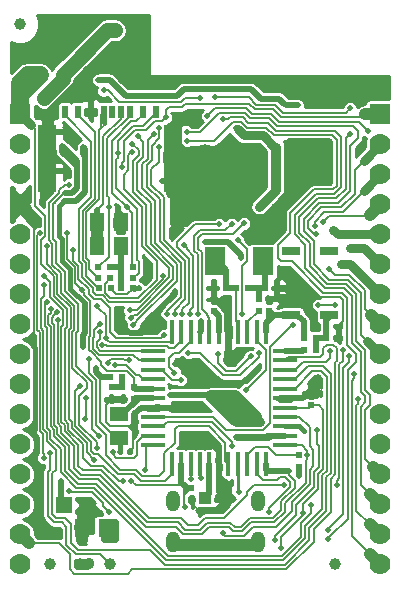
<source format=gbr>
G04 #@! TF.GenerationSoftware,KiCad,Pcbnew,no-vcs-found-bf44d39~61~ubuntu16.04.1*
G04 #@! TF.CreationDate,2018-01-10T12:05:35+02:00*
G04 #@! TF.ProjectId,ESP32-PRO_Rev_B,45535033322D50524F5F5265765F422E,C*
G04 #@! TF.SameCoordinates,Original*
G04 #@! TF.FileFunction,Copper,L2,Bot,Mixed*
G04 #@! TF.FilePolarity,Positive*
%FSLAX46Y46*%
G04 Gerber Fmt 4.6, Leading zero omitted, Abs format (unit mm)*
G04 Created by KiCad (PCBNEW no-vcs-found-bf44d39~61~ubuntu16.04.1) date Wed Jan 10 12:05:35 2018*
%MOMM*%
%LPD*%
G01*
G04 APERTURE LIST*
%ADD10O,1.800000X1.800000*%
%ADD11O,1.200000X1.800000*%
%ADD12R,1.500000X0.800000*%
%ADD13R,1.524000X1.270000*%
%ADD14R,0.500000X0.550000*%
%ADD15R,1.500000X4.500000*%
%ADD16R,1.500000X1.200000*%
%ADD17R,0.500000X1.000000*%
%ADD18R,1.270000X1.524000*%
%ADD19C,1.000000*%
%ADD20R,1.400000X1.400000*%
%ADD21C,1.400000*%
%ADD22R,1.016000X1.016000*%
%ADD23C,1.778000*%
%ADD24R,1.778000X1.778000*%
%ADD25R,1.798320X2.397760*%
%ADD26R,2.000000X0.400000*%
%ADD27R,0.400000X2.000000*%
%ADD28R,0.550000X0.500000*%
%ADD29C,0.500000*%
%ADD30C,0.900000*%
%ADD31C,0.200000*%
%ADD32C,0.152400*%
%ADD33C,0.508000*%
%ADD34C,0.762000*%
%ADD35C,0.381000*%
%ADD36C,1.270000*%
%ADD37C,1.016000*%
%ADD38C,1.524000*%
%ADD39C,0.254000*%
G04 APERTURE END LIST*
D10*
X145323000Y-74677000D03*
X143923000Y-73277000D03*
X146723000Y-73277000D03*
X143923000Y-76077000D03*
X146723000Y-76077000D03*
D11*
X148380000Y-106041000D03*
X148380000Y-102571000D03*
X141180000Y-102571000D03*
X141180000Y-106041000D03*
D12*
X154432000Y-86868000D03*
X151232000Y-86868000D03*
X151232000Y-81368000D03*
X154432000Y-81368000D03*
D13*
X136652000Y-95250000D03*
X136652000Y-97282000D03*
D14*
X145288000Y-101092000D03*
X144272000Y-101092000D03*
D15*
X141190000Y-73406000D03*
X130590000Y-73406000D03*
D16*
X130590000Y-75806000D03*
X141190000Y-75806000D03*
X130590000Y-71356000D03*
X141190000Y-71356000D03*
D17*
X139740000Y-69606000D03*
X138640000Y-69606000D03*
X137540000Y-69606000D03*
X136790000Y-69606000D03*
X136090000Y-69606000D03*
X135340000Y-69606000D03*
X134240000Y-69606000D03*
X133140000Y-69606000D03*
X132040000Y-69606000D03*
D18*
X134747000Y-81026000D03*
X136779000Y-81026000D03*
D19*
X128270000Y-62230000D03*
X130810000Y-107950000D03*
X154940000Y-107950000D03*
D20*
X131960620Y-102892860D03*
D21*
X133972300Y-102890320D03*
D22*
X145669000Y-102362000D03*
X143891000Y-102362000D03*
D19*
X135890000Y-107950000D03*
D18*
X133477000Y-104902000D03*
X135509000Y-104902000D03*
X136779000Y-78994000D03*
X134747000Y-78994000D03*
D23*
X128270000Y-105410000D03*
X128270000Y-107950000D03*
X128270000Y-102870000D03*
X128270000Y-100330000D03*
X128270000Y-95250000D03*
X128270000Y-97790000D03*
X128270000Y-92710000D03*
X128270000Y-90170000D03*
X128270000Y-85090000D03*
X128270000Y-87630000D03*
X128270000Y-82550000D03*
X128270000Y-80010000D03*
D24*
X128270000Y-69850000D03*
D23*
X128270000Y-72390000D03*
X128270000Y-74930000D03*
X128270000Y-77470000D03*
X158750000Y-77470000D03*
X158750000Y-74930000D03*
X158750000Y-72390000D03*
D24*
X158750000Y-69850000D03*
D23*
X158750000Y-80010000D03*
X158750000Y-82550000D03*
X158750000Y-87630000D03*
X158750000Y-85090000D03*
X158750000Y-90170000D03*
X158750000Y-92710000D03*
X158750000Y-97790000D03*
X158750000Y-95250000D03*
X158750000Y-100330000D03*
X158750000Y-102870000D03*
X158750000Y-107950000D03*
X158750000Y-105410000D03*
D19*
X133350000Y-107950000D03*
D25*
X148810980Y-82296000D03*
X144813020Y-82296000D03*
D26*
X150710000Y-97865000D03*
X150710000Y-97065000D03*
X150710000Y-96265000D03*
X150710000Y-95465000D03*
X150710000Y-94665000D03*
X150710000Y-93865000D03*
X150710000Y-93065000D03*
X150710000Y-92265000D03*
X150710000Y-91465000D03*
X150710000Y-90665000D03*
X150710000Y-89865000D03*
D27*
X149110000Y-88265000D03*
X148310000Y-88265000D03*
X147510000Y-88265000D03*
X146710000Y-88265000D03*
X145910000Y-88265000D03*
X145110000Y-88265000D03*
X144310000Y-88265000D03*
X143510000Y-88265000D03*
X142710000Y-88265000D03*
X141910000Y-88265000D03*
X141110000Y-88265000D03*
D26*
X139510000Y-89865000D03*
X139510000Y-90665000D03*
X139510000Y-91465000D03*
X139510000Y-92265000D03*
X139510000Y-93065000D03*
X139510000Y-93865000D03*
X139510000Y-94665000D03*
X139510000Y-95465000D03*
X139510000Y-96265000D03*
X139510000Y-97065000D03*
X139510000Y-97865000D03*
D27*
X141110000Y-99465000D03*
X141910000Y-99465000D03*
X142710000Y-99465000D03*
X143510000Y-99465000D03*
X144310000Y-99465000D03*
X145110000Y-99465000D03*
X145910000Y-99465000D03*
X146710000Y-99465000D03*
X147510000Y-99465000D03*
X148310000Y-99465000D03*
X149110000Y-99465000D03*
D28*
X151892000Y-99695000D03*
X151892000Y-98679000D03*
X136017000Y-92964000D03*
X136017000Y-93980000D03*
D14*
X137922000Y-93980000D03*
X136906000Y-93980000D03*
D28*
X152908000Y-93472000D03*
X152908000Y-94488000D03*
X144653000Y-86487000D03*
X144653000Y-85471000D03*
X142748000Y-102489000D03*
X142748000Y-101473000D03*
D14*
X136906000Y-92075000D03*
X135890000Y-92075000D03*
X145669000Y-84582000D03*
X144653000Y-84582000D03*
X149987000Y-84582000D03*
X148971000Y-84582000D03*
X154178000Y-88773000D03*
X155194000Y-88773000D03*
D28*
X149352000Y-85471000D03*
X149352000Y-86487000D03*
D14*
X147574000Y-84582000D03*
X146558000Y-84582000D03*
X153289000Y-88773000D03*
X152273000Y-88773000D03*
X135890000Y-83693000D03*
X134874000Y-83693000D03*
D28*
X148463000Y-86487000D03*
X148463000Y-85471000D03*
D14*
X152273000Y-89789000D03*
X153289000Y-89789000D03*
X137795000Y-82804000D03*
X136779000Y-82804000D03*
X135890000Y-82804000D03*
X134874000Y-82804000D03*
X136779000Y-84582000D03*
X137795000Y-84582000D03*
X136779000Y-83693000D03*
X137795000Y-83693000D03*
X136906000Y-92964000D03*
X137922000Y-92964000D03*
X134937500Y-84582000D03*
X135953500Y-84582000D03*
D29*
X141351000Y-84836000D03*
X136779000Y-84200994D03*
X133604000Y-89535000D03*
X133731000Y-85852000D03*
X152205512Y-103577451D03*
X150368008Y-106553000D03*
X130537759Y-81026579D03*
X129921000Y-79883000D03*
X130302000Y-83566004D03*
X150587407Y-101184407D03*
X153391277Y-96604584D03*
X149862707Y-105914118D03*
X135021933Y-88285924D03*
X135001008Y-87612589D03*
X133476647Y-84709353D03*
X132207000Y-79883000D03*
X134956420Y-97110420D03*
X131826000Y-73025000D03*
X131826000Y-72517000D03*
X136398000Y-104394000D03*
X136398000Y-104902000D03*
X136398000Y-105410000D03*
X136398000Y-105918000D03*
X135890000Y-105918000D03*
X135382000Y-105918000D03*
D30*
X130302000Y-68453000D03*
X136271000Y-62737990D03*
D29*
X129413000Y-89535000D03*
X127635000Y-64262000D03*
X131572000Y-64516000D03*
X131572000Y-63754000D03*
X133985000Y-62864996D03*
X131572000Y-62992000D03*
X139000000Y-83000000D03*
X139000000Y-82250000D03*
X138999902Y-83750000D03*
X157000000Y-73000000D03*
X141605000Y-79502000D03*
X137922000Y-64135000D03*
X130175000Y-77343000D03*
X129413000Y-88963500D03*
X137477500Y-88265000D03*
X136398000Y-93980000D03*
X129222500Y-96774000D03*
X139000000Y-87376000D03*
X137541000Y-98378198D03*
X141400000Y-91000000D03*
X143000000Y-91000000D03*
D30*
X133477000Y-105918000D03*
X134112000Y-107809432D03*
D29*
X131572000Y-105410000D03*
X136525000Y-77724000D03*
X140277810Y-75500000D03*
X147955000Y-80518000D03*
X145923000Y-91000000D03*
X153034996Y-88011000D03*
X141986000Y-97409000D03*
X141986000Y-96901000D03*
X145923000Y-101346000D03*
X130048000Y-65151000D03*
X153479500Y-92075000D03*
X153416000Y-93726000D03*
X149860000Y-78485992D03*
X157000000Y-68834000D03*
X152471801Y-68834000D03*
X152908000Y-68834000D03*
X153416000Y-68834000D03*
X153924000Y-68834000D03*
X154432000Y-68834000D03*
X154940000Y-68834000D03*
X155448000Y-68834000D03*
X154241500Y-74168000D03*
X153797000Y-74168000D03*
X153289000Y-74168000D03*
X152613758Y-72136000D03*
X151765000Y-75819000D03*
X152400000Y-68326000D03*
X152908000Y-68326000D03*
X153416000Y-68326000D03*
X153924000Y-68326000D03*
X154432000Y-68326000D03*
X154940000Y-68326000D03*
X155448000Y-68326000D03*
X155956000Y-68326000D03*
X156464000Y-68326000D03*
X133604000Y-66421000D03*
X133858000Y-66040000D03*
X134366000Y-66040000D03*
X134874000Y-66040000D03*
X135382000Y-66040000D03*
X135890000Y-66040000D03*
X136398000Y-66040000D03*
X136906000Y-66040000D03*
X137414000Y-66040000D03*
X149225000Y-67818000D03*
X139000000Y-61594980D03*
X139000000Y-62738000D03*
X139000000Y-63246000D03*
X137922000Y-66040000D03*
X137922000Y-65532000D03*
X139000000Y-63754000D03*
X139000000Y-64897000D03*
X139000000Y-66040000D03*
X139000000Y-65532000D03*
X139000000Y-64262000D03*
X138430000Y-66040000D03*
X139000000Y-66548000D03*
X138430000Y-61594980D03*
X138430000Y-62230000D03*
X138430000Y-62738000D03*
X138430000Y-63246000D03*
X138430000Y-63754000D03*
X138430000Y-65532000D03*
X138430000Y-66548000D03*
X138430000Y-67056000D03*
X138430000Y-67564000D03*
X139700000Y-67564000D03*
X140208000Y-67564000D03*
X140716000Y-67564000D03*
X141224000Y-67564000D03*
X158876970Y-67818000D03*
X158623000Y-67437000D03*
X157607000Y-67437000D03*
X158369000Y-67818000D03*
X157861000Y-67818000D03*
X157861000Y-68326000D03*
X158369000Y-68326000D03*
X158877000Y-68326000D03*
X159385000Y-68326004D03*
X159385000Y-67818000D03*
X155702000Y-67437000D03*
X154686000Y-67437000D03*
X153670000Y-67437000D03*
X152654000Y-67437000D03*
X152400000Y-67818000D03*
X157000000Y-67818000D03*
X156464000Y-67818000D03*
X155956000Y-67818000D03*
X155448000Y-67818000D03*
X154940000Y-67818000D03*
X154432000Y-67818000D03*
X153924000Y-67818000D03*
X153416000Y-67818000D03*
X152908000Y-67818000D03*
X158876970Y-67000000D03*
X158369000Y-67000000D03*
X157861000Y-67000000D03*
X159385000Y-67000000D03*
X156464000Y-67000000D03*
X155956000Y-67000000D03*
X155448000Y-67000000D03*
X154940000Y-67000000D03*
X154432000Y-67000000D03*
X153924000Y-67000000D03*
X153416000Y-67000000D03*
X152908000Y-67000000D03*
X152400000Y-67000000D03*
X151892000Y-67000000D03*
X151384000Y-67000000D03*
X150876000Y-67000000D03*
X150368000Y-67000000D03*
X149860000Y-67000000D03*
X149352000Y-67000000D03*
X148819000Y-67000000D03*
X148209000Y-67000000D03*
X147750000Y-67000000D03*
X146250000Y-67000000D03*
X145500000Y-67000000D03*
X145000000Y-67000000D03*
X144500000Y-67000000D03*
X144000000Y-67000000D03*
X143500000Y-67000000D03*
X143000000Y-67000000D03*
X142500000Y-67000000D03*
X142000000Y-67000000D03*
X141500000Y-67000000D03*
X141000000Y-67000000D03*
X140500000Y-67000000D03*
X140000000Y-67000000D03*
X139500000Y-67000000D03*
X139000000Y-67000000D03*
X138430000Y-64262000D03*
X139000000Y-62230000D03*
X138430000Y-64897000D03*
X152654000Y-74422000D03*
X157000000Y-67000000D03*
X151384000Y-75438000D03*
X151003000Y-72559814D03*
X150749000Y-67818000D03*
X131699000Y-100901490D03*
X131699000Y-101346000D03*
X136751099Y-98424994D03*
X134683500Y-91313000D03*
X133604000Y-72644000D03*
X131978400Y-77212588D03*
X133604000Y-73215500D03*
X137682770Y-100857810D03*
X145110000Y-86944000D03*
X142240000Y-103124000D03*
X134874000Y-66929000D03*
X135382000Y-66929000D03*
X149859992Y-74676000D03*
X151765000Y-69088000D03*
X151257000Y-69088000D03*
X150749000Y-69088000D03*
X148463000Y-71628000D03*
X147955000Y-71628000D03*
X146558000Y-70993000D03*
X149983001Y-72563801D03*
X135890000Y-66929000D03*
X141859000Y-67944992D03*
X148463000Y-77724000D03*
X134556500Y-99071212D03*
X134753501Y-98114001D03*
X132439590Y-75795137D03*
X130267821Y-98896920D03*
X146939010Y-82042000D03*
X143891000Y-80645000D03*
X136954076Y-100897114D03*
D30*
X129921000Y-66548000D03*
X128905000Y-66548000D03*
D29*
X141345475Y-91702840D03*
X146304000Y-106322810D03*
X145796000Y-106322810D03*
X142367000Y-106322810D03*
X143383000Y-106322810D03*
X135506498Y-88773007D03*
X134747000Y-86045755D03*
X135232582Y-89365433D03*
X130522964Y-85742498D03*
X140037446Y-70993000D03*
X134112000Y-90551000D03*
X140698587Y-86741000D03*
X139573000Y-71501000D03*
X130853347Y-86305071D03*
X152918417Y-102892009D03*
X140462000Y-88519000D03*
X132783086Y-81318499D03*
X135362190Y-67816987D03*
X143506240Y-68422136D03*
X156869486Y-93980000D03*
X138303000Y-84582000D03*
X130302000Y-84328000D03*
X141351000Y-86741000D03*
X131470377Y-87259387D03*
X131431083Y-86608159D03*
X152599510Y-98682458D03*
X140365347Y-83505447D03*
X155067000Y-101219008D03*
X151898521Y-100498246D03*
X142114997Y-80907219D03*
X142015038Y-86737286D03*
X130772928Y-98483993D03*
X146177000Y-97917000D03*
X145415000Y-105302810D03*
X142754699Y-100744573D03*
X143572209Y-100642623D03*
X138870426Y-99948996D03*
X147437704Y-93136156D03*
X141859008Y-92329000D03*
X136099901Y-98464769D03*
X132441190Y-101727000D03*
X135803759Y-103511051D03*
X136312787Y-91061145D03*
X133735349Y-95614635D03*
X133858000Y-93853000D03*
X133365939Y-92836994D03*
X151384000Y-87695802D03*
X153923993Y-78994676D03*
X147251975Y-79062034D03*
X153201969Y-79303531D03*
X143576535Y-87375999D03*
X154940000Y-85979000D03*
X153506577Y-85979000D03*
X154802757Y-79651200D03*
X154412190Y-82930994D03*
X154535801Y-89882673D03*
X149352000Y-103485190D03*
X154305000Y-105029010D03*
X156122620Y-90299137D03*
X135677033Y-90914658D03*
X137498598Y-90665957D03*
X154304994Y-105791000D03*
X146812000Y-101854000D03*
X142401726Y-72085712D03*
X137871568Y-87667491D03*
X156210000Y-71501000D03*
X156210000Y-69342000D03*
X144786846Y-68372810D03*
X145417626Y-70241243D03*
X156574379Y-91821000D03*
X144125190Y-69957190D03*
X157734000Y-71247000D03*
X153296647Y-79980600D03*
X136925309Y-74294478D03*
X140589000Y-70104000D03*
X156241313Y-81156796D03*
X155470105Y-82542841D03*
X142367804Y-71373390D03*
X140012184Y-72644000D03*
X137654678Y-87052186D03*
X138239500Y-71691492D03*
X151003000Y-99995836D03*
X137561579Y-86406451D03*
X137733417Y-72309810D03*
X136547498Y-73152213D03*
X137287000Y-77724000D03*
X135763000Y-77724000D03*
X146558000Y-97155000D03*
X149352000Y-97282000D03*
X155594810Y-89789000D03*
X137731500Y-73025000D03*
X142699098Y-86738418D03*
X147066000Y-86741000D03*
X146685000Y-80518000D03*
X145121396Y-79155179D03*
X142528180Y-90043000D03*
X148463000Y-90043000D03*
X143351508Y-86737079D03*
X146177000Y-79121000D03*
X145034000Y-90170000D03*
X147806926Y-90303689D03*
X140970000Y-93599000D03*
X145415000Y-94234000D03*
X145415000Y-94742000D03*
X148590000Y-95885000D03*
X152273000Y-96647000D03*
D31*
X133192022Y-88214806D02*
X133018233Y-88388595D01*
X134706421Y-96860421D02*
X134956420Y-97110420D01*
X131065589Y-80362533D02*
X131344980Y-80641924D01*
X133018233Y-88388595D02*
X133018233Y-91151507D01*
X131344980Y-80641924D02*
X131344980Y-82446791D01*
X131344980Y-82446791D02*
X132053044Y-83154855D01*
X134360402Y-92493676D02*
X134360402Y-96514402D01*
X132053044Y-84788910D02*
X133192023Y-85927889D01*
X134360402Y-96514402D02*
X134706421Y-96860421D01*
X133192023Y-85927889D02*
X133192022Y-88214806D01*
X132053044Y-83154855D02*
X132053044Y-84788910D01*
X131065589Y-77474008D02*
X131065589Y-80362533D01*
X133018233Y-91151507D02*
X134360402Y-92493676D01*
D32*
X131196599Y-77311874D02*
X131292473Y-77216000D01*
X131292473Y-77216000D02*
X131433893Y-77074580D01*
X131065589Y-77442884D02*
X131292473Y-77216000D01*
X131065589Y-77474008D02*
X131065589Y-77442884D01*
D33*
X141351000Y-85025000D02*
X141351000Y-84836000D01*
X139000000Y-87376000D02*
X141351000Y-85025000D01*
D31*
X129410940Y-85250397D02*
X129410940Y-86234599D01*
X129413000Y-85248337D02*
X129410940Y-85250397D01*
X129413000Y-88218860D02*
X129413000Y-88582500D01*
X129410940Y-86234599D02*
X129413000Y-86236659D01*
X129413000Y-86236659D02*
X129413000Y-88218860D01*
X129413000Y-78613000D02*
X129413000Y-85248337D01*
X129286000Y-78486000D02*
X129413000Y-78613000D01*
D34*
X128270000Y-77470000D02*
X128397000Y-77470000D01*
X128397000Y-77470000D02*
X129286000Y-78359000D01*
D35*
X129527212Y-96469288D02*
X129472499Y-96524001D01*
X129472499Y-96524001D02*
X129222500Y-96774000D01*
X129527212Y-89649212D02*
X129527212Y-96469288D01*
X129413000Y-89535000D02*
X129527212Y-89649212D01*
D31*
X153893687Y-99881161D02*
X153507368Y-100267480D01*
X152205512Y-103223898D02*
X152205512Y-103577451D01*
X153893687Y-94838687D02*
X153893687Y-99881161D01*
X152908000Y-94488000D02*
X153543000Y-94488000D01*
X152205512Y-102832299D02*
X152205512Y-103223898D01*
X153543000Y-94488000D02*
X153893687Y-94838687D01*
X153507368Y-100267480D02*
X153507368Y-101530443D01*
X153507368Y-101530443D02*
X152205512Y-102832299D01*
D33*
X132791744Y-77212588D02*
X132972412Y-77212588D01*
X132972412Y-77212588D02*
X133756410Y-76428590D01*
X133756410Y-76428590D02*
X133756410Y-73660000D01*
X135890000Y-82804000D02*
X136779000Y-82804000D01*
X136779000Y-81026000D02*
X136779000Y-82804000D01*
D35*
X131550599Y-77640389D02*
X131550599Y-80167503D01*
X131978400Y-77212588D02*
X131550599Y-77640389D01*
X133731000Y-85840496D02*
X133731000Y-85852000D01*
X131787891Y-82263332D02*
X132495955Y-82971396D01*
X132495955Y-84605451D02*
X133731000Y-85840496D01*
X132495955Y-82971396D02*
X132495955Y-84605451D01*
X131787891Y-80404795D02*
X131787891Y-82263332D01*
X131550599Y-80167503D02*
X131787891Y-80404795D01*
D33*
X136779000Y-84582000D02*
X136779000Y-84200994D01*
X136779000Y-83693000D02*
X136779000Y-84200994D01*
X136779000Y-83058000D02*
X136779000Y-83693000D01*
X133604000Y-88519000D02*
X133604000Y-89181447D01*
X133731000Y-85852000D02*
X133731000Y-88392000D01*
X133731000Y-88392000D02*
X133604000Y-88519000D01*
X133604000Y-89181447D02*
X133604000Y-89535000D01*
X132461000Y-77216000D02*
X132210412Y-77216000D01*
X132210412Y-77216000D02*
X132207000Y-77212588D01*
D31*
X150368008Y-105609823D02*
X152205512Y-103772319D01*
X150368008Y-106553000D02*
X150368008Y-105609823D01*
X152205512Y-103772319D02*
X152205512Y-103577451D01*
D32*
X132384811Y-95622686D02*
X132384811Y-88126224D01*
X131419622Y-85051281D02*
X131419622Y-83417225D01*
X133935018Y-97676518D02*
X132647125Y-96388625D01*
X132558601Y-86190260D02*
X131419622Y-85051281D01*
X132647125Y-95885000D02*
X132384811Y-95622686D01*
X134556500Y-99071212D02*
X133935018Y-98449730D01*
X132558601Y-87952433D02*
X132558601Y-86190260D01*
X133935018Y-98449730D02*
X133935018Y-97676518D01*
X132384811Y-88126224D02*
X132558601Y-87952433D01*
X131419622Y-83417225D02*
X130537759Y-82535362D01*
X132647125Y-96388625D02*
X132647125Y-95885000D01*
X130537759Y-82535362D02*
X130537759Y-81380132D01*
X130537759Y-81380132D02*
X130537759Y-81026579D01*
X132086037Y-75795137D02*
X131597389Y-76283785D01*
X131724433Y-83290970D02*
X131724433Y-84925025D01*
X131016369Y-82582906D02*
X131724433Y-83290970D01*
X130736978Y-77337893D02*
X130736978Y-80498648D01*
X132439590Y-75795137D02*
X132086037Y-75795137D01*
X131597389Y-76283785D02*
X131597389Y-76477484D01*
X131724433Y-84925025D02*
X132863412Y-86064004D01*
X130736978Y-80498648D02*
X131016369Y-80778039D01*
X132863412Y-86064004D02*
X132863412Y-88078690D01*
X134753501Y-97606007D02*
X134753501Y-97760448D01*
X132863412Y-88078690D02*
X132689622Y-88252480D01*
X132689623Y-91287623D02*
X133921500Y-92519500D01*
X134753501Y-97760448D02*
X134753501Y-98114001D01*
X132689622Y-88252480D02*
X132689623Y-91287623D01*
X133921500Y-92519500D02*
X133921500Y-93037330D01*
X131016369Y-80778039D02*
X131016369Y-82582906D01*
X133256747Y-93702083D02*
X133256747Y-96109253D01*
X131597389Y-76477484D02*
X130736978Y-77337893D01*
X133256747Y-96109253D02*
X134753501Y-97606007D01*
X133921500Y-93037330D02*
X133256747Y-93702083D01*
X129739551Y-86098484D02*
X129739551Y-85386512D01*
X129739551Y-85386512D02*
X129741611Y-85384452D01*
X129946323Y-96641792D02*
X129946323Y-88287457D01*
X129741611Y-86100544D02*
X129739551Y-86098484D01*
X129946323Y-88287457D02*
X129741611Y-88082745D01*
X129741611Y-88082745D02*
X129741611Y-86100544D01*
X130196410Y-96891878D02*
X129946323Y-96641792D01*
X130267821Y-98896920D02*
X130267821Y-98543367D01*
X130267821Y-98543367D02*
X130196410Y-98471956D01*
X130196410Y-98471956D02*
X130196410Y-96891878D01*
X129741611Y-85384452D02*
X129741611Y-80062389D01*
X129741611Y-80062389D02*
X129921000Y-79883000D01*
X133878269Y-82036729D02*
X133878269Y-78134797D01*
X134967641Y-77045425D02*
X134967641Y-76631663D01*
X134134310Y-82292770D02*
X133878269Y-82036729D01*
X133878269Y-78134797D02*
X134967641Y-77045425D01*
X134134310Y-82953310D02*
X134134310Y-82292770D01*
X134874000Y-83693000D02*
X134134310Y-82953310D01*
X134615231Y-76449768D02*
X134615231Y-76966769D01*
X133829499Y-83500309D02*
X134911189Y-84582000D01*
X134615231Y-76966769D02*
X133573458Y-78008541D01*
X133573458Y-82162985D02*
X133829499Y-82419026D01*
X133573458Y-78008541D02*
X133573458Y-82162985D01*
X134911189Y-84582000D02*
X134937500Y-84582000D01*
X133829499Y-82419026D02*
X133829499Y-83500309D01*
X132037503Y-96146569D02*
X131775189Y-95884255D01*
X133219808Y-97836874D02*
X132037503Y-96654569D01*
X131775189Y-95884255D02*
X131775189Y-87873711D01*
X130551999Y-83816003D02*
X130302000Y-83566004D01*
X130810000Y-84074004D02*
X130551999Y-83816003D01*
X131948979Y-86442772D02*
X130810000Y-85303793D01*
X133219808Y-99586593D02*
X133219808Y-97836874D01*
X132037503Y-96654569D02*
X132037503Y-96146569D01*
X131775189Y-87873711D02*
X131948979Y-87699921D01*
X131948979Y-87699921D02*
X131948979Y-86442772D01*
X130810000Y-85303793D02*
X130810000Y-84074004D01*
D31*
X141859000Y-104013000D02*
X142494000Y-104648000D01*
X145535622Y-104019378D02*
X147447000Y-102108000D01*
X150233854Y-101184407D02*
X150587407Y-101184407D01*
X143959009Y-104019380D02*
X145535622Y-104019378D01*
X148116593Y-101184407D02*
X150233854Y-101184407D01*
X133590061Y-99956846D02*
X135157495Y-99956846D01*
X142494000Y-104648000D02*
X143330391Y-104648000D01*
X135157495Y-99956846D02*
X139213650Y-104013000D01*
X139213650Y-104013000D02*
X141859000Y-104013000D01*
X147447000Y-102108000D02*
X147447000Y-101854000D01*
X147447000Y-101854000D02*
X148116593Y-101184407D01*
X143330391Y-104648000D02*
X143959009Y-104019380D01*
X133219808Y-99586593D02*
X133590061Y-99956846D01*
X153154957Y-101384468D02*
X153154957Y-100089185D01*
X153541276Y-97917000D02*
X153391277Y-97767001D01*
X151664040Y-103759232D02*
X151664040Y-102875383D01*
X153391277Y-97767001D02*
X153391277Y-96958137D01*
X149862707Y-105914118D02*
X149862707Y-105560565D01*
X151664040Y-102875383D02*
X153154957Y-101384468D01*
X149862707Y-105560565D02*
X151664040Y-103759232D01*
X153541276Y-99702866D02*
X153541276Y-97917000D01*
X153391277Y-96958137D02*
X153391277Y-96604584D01*
X153154957Y-100089185D02*
X153541276Y-99702866D01*
D32*
X132253790Y-87826177D02*
X132080000Y-87999968D01*
X132080000Y-95757999D02*
X132342314Y-96020313D01*
X132080000Y-87999968D02*
X132080000Y-95757999D01*
X129159000Y-70739000D02*
X129540000Y-71120000D01*
X132253790Y-86316516D02*
X132253790Y-87826177D01*
X129540000Y-77597000D02*
X130399601Y-78456601D01*
X130046422Y-82475092D02*
X131114811Y-83543481D01*
X131114811Y-85177537D02*
X132253790Y-86316516D01*
X133604000Y-97789999D02*
X133604000Y-98933000D01*
X132342314Y-96528313D02*
X133604000Y-97789999D01*
X130046422Y-80519578D02*
X130046422Y-82475092D01*
X133604000Y-98933000D02*
X134112000Y-99441000D01*
X129540000Y-71120000D02*
X129540000Y-77597000D01*
X132342314Y-96020313D02*
X132342314Y-96528313D01*
X130399601Y-80166399D02*
X130046422Y-80519578D01*
X131114811Y-83543481D02*
X131114811Y-85177537D01*
X130399601Y-78456601D02*
X130399601Y-80166399D01*
X134751003Y-89149997D02*
X135021933Y-88879067D01*
X134751003Y-89565870D02*
X134751003Y-89149997D01*
X135050133Y-89865000D02*
X134751003Y-89565870D01*
X139510000Y-89865000D02*
X135050133Y-89865000D01*
X135021933Y-88879067D02*
X135021933Y-88639477D01*
X135021933Y-88639477D02*
X135021933Y-88285924D01*
X134936810Y-90182744D02*
X134446192Y-89692126D01*
X137875344Y-90182744D02*
X134936810Y-90182744D01*
X134522399Y-88108601D02*
X135001008Y-87629992D01*
X139510000Y-90665000D02*
X138357600Y-90665000D01*
X134446192Y-88790390D02*
X134522399Y-88714183D01*
X138357600Y-90665000D02*
X137875344Y-90182744D01*
X134522399Y-88714183D02*
X134522399Y-88108601D01*
X134446192Y-89692126D02*
X134446192Y-88790390D01*
X135001008Y-87629992D02*
X135001008Y-87612589D01*
X132915066Y-82797794D02*
X132915066Y-84147772D01*
X132915066Y-84147772D02*
X133226648Y-84459354D01*
X132207000Y-82089728D02*
X132915066Y-82797794D01*
X132207000Y-79883000D02*
X132207000Y-82089728D01*
X133226648Y-84459354D02*
X133476647Y-84709353D01*
X134141381Y-89818381D02*
X134141381Y-88664134D01*
X134239000Y-89916000D02*
X134141381Y-89818381D01*
X134213611Y-88591904D02*
X134213611Y-85622678D01*
X134213611Y-85622678D02*
X133726646Y-85135713D01*
X133726646Y-85135713D02*
X133726646Y-84959352D01*
X133726646Y-84959352D02*
X133476647Y-84709353D01*
X134141381Y-88664134D02*
X134213611Y-88591904D01*
X134239000Y-89916000D02*
X135166111Y-90843111D01*
X134175500Y-89852500D02*
X134239000Y-89916000D01*
X135645832Y-91567000D02*
X137287000Y-91567000D01*
X137287000Y-91567000D02*
X137922000Y-92202000D01*
X137922000Y-92536600D02*
X137922000Y-92964000D01*
X135166111Y-90843111D02*
X135166111Y-91087279D01*
X135166111Y-91087279D02*
X135645832Y-91567000D01*
X137922000Y-92202000D02*
X137922000Y-92536600D01*
X131996567Y-76511906D02*
X132080000Y-76511906D01*
X132588000Y-76511906D02*
X132702150Y-76511906D01*
D33*
X132588000Y-76511906D02*
X132080000Y-76511906D01*
X133096000Y-75565000D02*
X133096000Y-76118056D01*
X133096000Y-76118056D02*
X132702150Y-76511906D01*
D31*
X133096000Y-75565000D02*
X133096000Y-74295000D01*
D33*
X133096000Y-74676000D02*
X133096000Y-75565000D01*
X132969000Y-74168000D02*
X133096000Y-74168000D01*
X133096000Y-74168000D02*
X133096000Y-73787000D01*
X133096000Y-73787000D02*
X131826000Y-72517000D01*
X132969000Y-74168000D02*
X133096000Y-74295000D01*
X133096000Y-74295000D02*
X133096000Y-74676000D01*
X131826000Y-73025000D02*
X132715000Y-73914000D01*
X132715000Y-73914000D02*
X132969000Y-74168000D01*
D31*
X133096000Y-74295000D02*
X132715000Y-73914000D01*
D33*
X131826000Y-72517000D02*
X131826000Y-73025000D01*
X135509000Y-104902000D02*
X136398000Y-104902000D01*
D32*
X131433893Y-77074580D02*
X131996567Y-76511906D01*
D36*
X131902189Y-66852811D02*
X130751999Y-68003001D01*
X131902189Y-66470405D02*
X131902189Y-66852811D01*
X135634604Y-62737990D02*
X131902189Y-66470405D01*
X136271000Y-62737990D02*
X135634604Y-62737990D01*
X130751999Y-68003001D02*
X130302000Y-68453000D01*
D33*
X136398000Y-104394000D02*
X135890000Y-104394000D01*
X135890000Y-104394000D02*
X135509000Y-104775000D01*
X136398000Y-104902000D02*
X136398000Y-104394000D01*
X136044447Y-104902000D02*
X136398000Y-104902000D01*
X135636000Y-104902000D02*
X136044447Y-104902000D01*
X135509000Y-104775000D02*
X135636000Y-104902000D01*
X136398000Y-105410000D02*
X136398000Y-104902000D01*
X136398000Y-105918000D02*
X136398000Y-105410000D01*
X136398000Y-105918000D02*
X136398000Y-105664000D01*
X136398000Y-105664000D02*
X135509000Y-104775000D01*
X135890000Y-105918000D02*
X136398000Y-105918000D01*
X135382000Y-105156000D02*
X135763000Y-105156000D01*
X135763000Y-105156000D02*
X135890000Y-105283000D01*
X135890000Y-105283000D02*
X135890000Y-105918000D01*
X135509000Y-105537000D02*
X135640001Y-105668001D01*
X135640001Y-105668001D02*
X135890000Y-105918000D01*
X135509000Y-104775000D02*
X135509000Y-105537000D01*
X135382000Y-105918000D02*
X135890000Y-105918000D01*
X135382000Y-105564447D02*
X135382000Y-105918000D01*
X135382000Y-104902000D02*
X135382000Y-105564447D01*
X135509000Y-104775000D02*
X135382000Y-104902000D01*
D31*
X135992000Y-93980000D02*
X136017000Y-93980000D01*
X135542000Y-94430000D02*
X135992000Y-93980000D01*
X135542000Y-95927616D02*
X135542000Y-94430000D01*
X135880384Y-96266000D02*
X135542000Y-95927616D01*
X137921984Y-96266000D02*
X135880384Y-96266000D01*
X155194000Y-88773000D02*
X155194000Y-87757000D01*
X155194000Y-87757000D02*
X155575000Y-87376000D01*
X153543000Y-85344000D02*
X152781000Y-84582000D01*
X155575000Y-87376000D02*
X155575000Y-85598000D01*
X155575000Y-85598000D02*
X155321000Y-85344000D01*
X155321000Y-85344000D02*
X153543000Y-85344000D01*
X152781000Y-84582000D02*
X152400000Y-84582000D01*
D33*
X152781000Y-85344000D02*
X152781000Y-84963000D01*
X152781000Y-84963000D02*
X152400000Y-84582000D01*
D35*
X129413000Y-88963500D02*
X129402677Y-88592824D01*
X129402677Y-88592824D02*
X129413000Y-88582500D01*
D33*
X129413000Y-88963500D02*
X129413000Y-88603147D01*
X129413000Y-88603147D02*
X129402677Y-88592824D01*
X129413000Y-89535000D02*
X129413000Y-88963500D01*
X129667000Y-98488500D02*
X129667000Y-97218500D01*
X129222500Y-96774000D02*
X129472499Y-97023999D01*
X129472499Y-97023999D02*
X129667000Y-97218500D01*
X131572000Y-105410000D02*
X131218447Y-105410000D01*
X131218447Y-105410000D02*
X130048000Y-104239553D01*
X130048000Y-104239553D02*
X130048000Y-100190806D01*
X130048000Y-100190806D02*
X129476500Y-99619306D01*
X129476500Y-99619306D02*
X129476500Y-98679000D01*
X129476500Y-98679000D02*
X129667000Y-98488500D01*
X128270000Y-65151000D02*
X127635000Y-64516000D01*
X127635000Y-64516000D02*
X127635000Y-64262000D01*
X130048000Y-65151000D02*
X128270000Y-65151000D01*
D31*
X131572000Y-63754000D02*
X131572000Y-64516000D01*
D33*
X133985000Y-62511443D02*
X133985000Y-62864996D01*
X133985000Y-61721980D02*
X133985000Y-62511443D01*
X134112000Y-61594980D02*
X133985000Y-61721980D01*
X134112000Y-61594980D02*
X132969020Y-61594980D01*
X138430000Y-61594980D02*
X134112000Y-61594980D01*
X132969020Y-61594980D02*
X131572000Y-62992000D01*
X130590000Y-73406000D02*
X130590000Y-74583000D01*
X130683000Y-74676000D02*
X132207000Y-74676000D01*
X130590000Y-74583000D02*
X130683000Y-74676000D01*
X132062000Y-71356000D02*
X132715000Y-72009000D01*
X130590000Y-71356000D02*
X132062000Y-71356000D01*
D34*
X133477000Y-105918000D02*
X133477000Y-104902000D01*
D33*
X149352000Y-85471000D02*
X149860000Y-85471000D01*
X149860000Y-85471000D02*
X149987000Y-85344000D01*
X152781000Y-85979000D02*
X152146000Y-85344000D01*
X152146000Y-85344000D02*
X149987000Y-85344000D01*
X138999902Y-83750000D02*
X139000000Y-83750000D01*
X150241000Y-80010000D02*
X150622000Y-79629000D01*
X149733000Y-80518000D02*
X150241000Y-80010000D01*
X150241000Y-80010000D02*
X150241000Y-78866992D01*
X150241000Y-78866992D02*
X149860000Y-78485992D01*
X149860000Y-78485992D02*
X149860000Y-80391000D01*
X149860000Y-80391000D02*
X149733000Y-80518000D01*
X150622000Y-79629000D02*
X150622000Y-78359000D01*
X150622000Y-78359000D02*
X150622000Y-77723992D01*
X149860000Y-78485992D02*
X150495008Y-78485992D01*
X150495008Y-78485992D02*
X150622000Y-78359000D01*
D34*
X149860000Y-78485992D02*
X150622000Y-77723992D01*
X150622000Y-77723992D02*
X152654000Y-75691992D01*
D33*
X147955000Y-80518000D02*
X149733000Y-80518000D01*
X141355001Y-79252001D02*
X141605000Y-79502000D01*
X141577553Y-79121000D02*
X141605000Y-79148447D01*
X141224000Y-76708000D02*
X141224000Y-79121000D01*
X141478000Y-79121000D02*
X141577553Y-79121000D01*
X141605000Y-79148447D02*
X141605000Y-79502000D01*
X141224000Y-79121000D02*
X141355001Y-79252001D01*
X135890000Y-64135000D02*
X137568447Y-64135000D01*
X133604000Y-66421000D02*
X135890000Y-64135000D01*
X137568447Y-64135000D02*
X137922000Y-64135000D01*
X130590000Y-73406000D02*
X130590000Y-75721500D01*
X130590000Y-75721500D02*
X130175000Y-76136500D01*
X130175000Y-76136500D02*
X130175000Y-77343000D01*
D31*
X129540000Y-96520000D02*
X129286000Y-96774000D01*
X129286000Y-96774000D02*
X129222500Y-96774000D01*
D33*
X139000000Y-87376000D02*
X139000000Y-87949000D01*
X139000000Y-87949000D02*
X138620500Y-88328500D01*
X137541000Y-88328500D02*
X137477500Y-88265000D01*
X138620500Y-88328500D02*
X137541000Y-88328500D01*
X136017000Y-93980000D02*
X136398000Y-93980000D01*
X128270000Y-77533500D02*
X128270000Y-77470000D01*
D34*
X140990620Y-76005380D02*
X141190000Y-75806000D01*
X140990620Y-76474620D02*
X140990620Y-76005380D01*
X141224000Y-76708000D02*
X140990620Y-76474620D01*
D31*
X137921984Y-96266000D02*
X137921984Y-97281984D01*
X137922000Y-97282000D02*
X137795000Y-97409000D01*
X137921984Y-97281984D02*
X137922000Y-97282000D01*
X137795000Y-97409000D02*
X137795000Y-98124198D01*
X137795000Y-98124198D02*
X137541000Y-98378198D01*
D33*
X137921984Y-95236141D02*
X137921984Y-96266000D01*
X138493125Y-94665000D02*
X137921984Y-95236141D01*
X139510000Y-94665000D02*
X138493125Y-94665000D01*
X143000000Y-91000000D02*
X141400000Y-91000000D01*
D37*
X133477000Y-104775000D02*
X133477000Y-105918000D01*
D36*
X133477000Y-104775000D02*
X133478396Y-104775000D01*
X133972300Y-102890320D02*
X133972300Y-104279700D01*
X133972300Y-104279700D02*
X133477000Y-104775000D01*
D34*
X134057106Y-107950000D02*
X134112000Y-107895106D01*
X133350000Y-107950000D02*
X134057106Y-107950000D01*
X134112000Y-107895106D02*
X134112000Y-107809432D01*
D36*
X133477000Y-104775000D02*
X133471308Y-104775000D01*
X133471308Y-104775000D02*
X133477000Y-104775000D01*
D33*
X136906000Y-93980000D02*
X136017000Y-93980000D01*
X132842000Y-68199000D02*
X132842000Y-67437000D01*
X132842000Y-68580000D02*
X132842000Y-68199000D01*
X131699000Y-68580000D02*
X132080000Y-68199000D01*
X132080000Y-68199000D02*
X132969000Y-67310000D01*
X132842000Y-68199000D02*
X132080000Y-68199000D01*
X131699000Y-68580000D02*
X132842000Y-68580000D01*
X132842000Y-67437000D02*
X132969000Y-67310000D01*
X132969000Y-67310000D02*
X133223000Y-67310000D01*
X133223000Y-67310000D02*
X133477000Y-67310000D01*
X133604000Y-66421000D02*
X133223000Y-66802000D01*
X133223000Y-66802000D02*
X133223000Y-67310000D01*
X133604000Y-67183000D02*
X133604000Y-66774553D01*
X132969000Y-67310000D02*
X132969000Y-67056000D01*
X132969000Y-67056000D02*
X133604000Y-66421000D01*
X136525000Y-77724000D02*
X136525000Y-78740000D01*
X136525000Y-78740000D02*
X136779000Y-78994000D01*
X140277810Y-75500000D02*
X140884000Y-75500000D01*
X140884000Y-75500000D02*
X141190000Y-75806000D01*
X152781000Y-85979000D02*
X152781000Y-86741000D01*
X152781000Y-86741000D02*
X153034996Y-86994996D01*
X153034996Y-86994996D02*
X153034996Y-88011000D01*
X147955000Y-78613000D02*
X147955000Y-80518000D01*
X141478000Y-79121000D02*
X141478000Y-76962000D01*
X141478000Y-79121000D02*
X142621000Y-77978000D01*
X141478000Y-76962000D02*
X141224000Y-76708000D01*
X141732000Y-78613000D02*
X141986000Y-78359000D01*
X141986000Y-78359000D02*
X141605000Y-77978000D01*
X141732000Y-78613000D02*
X141732000Y-78105000D01*
X141732000Y-78105000D02*
X141605000Y-77978000D01*
X141986000Y-78359000D02*
X142367000Y-77978000D01*
X142367000Y-77978000D02*
X142494000Y-77978000D01*
D34*
X141986000Y-77470000D02*
X142494000Y-77978000D01*
X142494000Y-77978000D02*
X142748000Y-77978000D01*
X146685000Y-77978000D02*
X143891000Y-77978000D01*
X143891000Y-77978000D02*
X142621000Y-77978000D01*
X143923000Y-76077000D02*
X143923000Y-77946000D01*
X143923000Y-77946000D02*
X143891000Y-77978000D01*
X146723000Y-76077000D02*
X146723000Y-77762000D01*
X146723000Y-77762000D02*
X146939000Y-77978000D01*
X146685000Y-77978000D02*
X147320000Y-77978000D01*
X146939000Y-77978000D02*
X147320000Y-77978000D01*
X147320000Y-77978000D02*
X147574000Y-78232000D01*
X147574000Y-78232000D02*
X147955000Y-78613000D01*
D33*
X144653000Y-85471000D02*
X144780000Y-85471000D01*
X144780000Y-85471000D02*
X145796000Y-86487000D01*
X145796000Y-86487000D02*
X145796000Y-88151000D01*
X145796000Y-88151000D02*
X145910000Y-88265000D01*
D34*
X141986000Y-77470000D02*
X141224000Y-76708000D01*
D33*
X141986000Y-78359000D02*
X141986000Y-77470000D01*
X145910000Y-88265000D02*
X145910000Y-90987000D01*
X145910000Y-90987000D02*
X145923000Y-91000000D01*
X144653000Y-84582000D02*
X144653000Y-85471000D01*
X150114000Y-78105000D02*
X152654000Y-75565000D01*
X152654000Y-75565000D02*
X154305000Y-75565000D01*
X154305000Y-75565000D02*
X154535190Y-75334810D01*
X154535190Y-75334810D02*
X154535190Y-74168000D01*
X152781000Y-85344000D02*
X152781000Y-85979000D01*
X149987000Y-84963000D02*
X149987000Y-84582000D01*
X149987000Y-85344000D02*
X149987000Y-84963000D01*
X152400000Y-84582000D02*
X149987000Y-84582000D01*
X144018000Y-94869000D02*
X141164908Y-94869000D01*
X141164908Y-94869000D02*
X140960908Y-94665000D01*
X143814810Y-94665810D02*
X144018000Y-94869000D01*
X140961718Y-94665810D02*
X143814810Y-94665810D01*
X139510000Y-94665000D02*
X140960908Y-94665000D01*
X140960908Y-94665000D02*
X140961718Y-94665810D01*
X145110000Y-100533000D02*
X145669000Y-101092000D01*
X145110000Y-99465000D02*
X145110000Y-100533000D01*
X141986000Y-97409000D02*
X144018000Y-97409000D01*
X144018000Y-97409000D02*
X144562000Y-97409000D01*
X145110000Y-98374000D02*
X144145000Y-97409000D01*
X144145000Y-97409000D02*
X144018000Y-97409000D01*
X145110000Y-99465000D02*
X145110000Y-98374000D01*
X145110000Y-97957000D02*
X144943000Y-97790000D01*
X144943000Y-97790000D02*
X144054000Y-96901000D01*
X144562000Y-97409000D02*
X144943000Y-97790000D01*
X141986000Y-97409000D02*
X141986000Y-96901000D01*
X142339553Y-96901000D02*
X141986000Y-96901000D01*
X144018002Y-96901000D02*
X142339553Y-96901000D01*
X145110000Y-99465000D02*
X145110000Y-97957000D01*
X144054000Y-96901000D02*
X142339553Y-96901000D01*
D31*
X143002000Y-102997000D02*
X142621000Y-102616000D01*
X142621000Y-102616000D02*
X142748000Y-102489000D01*
X143002000Y-102743000D02*
X143002000Y-102997000D01*
X142748000Y-102489000D02*
X143002000Y-102743000D01*
X143002000Y-102997000D02*
X143383000Y-103378000D01*
D33*
X144907000Y-103378000D02*
X143383000Y-103378000D01*
X145034000Y-103251000D02*
X144907000Y-103378000D01*
X145669000Y-102362000D02*
X145669000Y-102616000D01*
X145669000Y-102616000D02*
X145034000Y-103251000D01*
X145288000Y-101092000D02*
X145669000Y-101092000D01*
X145669000Y-101092000D02*
X145923000Y-101346000D01*
X145923000Y-101346000D02*
X145923000Y-102108000D01*
X145923000Y-102108000D02*
X145669000Y-102362000D01*
X145288000Y-101092000D02*
X145288000Y-101473000D01*
X145288000Y-101473000D02*
X145288000Y-101981000D01*
X145923000Y-101346000D02*
X145415000Y-101346000D01*
X145415000Y-101346000D02*
X145288000Y-101473000D01*
X145288000Y-101092000D02*
X145288000Y-101346000D01*
X145288000Y-101346000D02*
X145923000Y-101981000D01*
X145923000Y-101981000D02*
X145923000Y-102362000D01*
X145923000Y-102362000D02*
X145669000Y-102362000D01*
X145110000Y-100584000D02*
X145110000Y-100914000D01*
X145110000Y-100584000D02*
X145110000Y-101803000D01*
X145110000Y-99465000D02*
X145110000Y-100584000D01*
X145110000Y-101803000D02*
X145288000Y-101981000D01*
X145288000Y-101981000D02*
X145669000Y-102362000D01*
X145110000Y-100914000D02*
X145288000Y-101092000D01*
X130048000Y-65151000D02*
X131699000Y-65151000D01*
X131699000Y-65151000D02*
X135255020Y-61594980D01*
X135255020Y-61594980D02*
X138430000Y-61594980D01*
X152261000Y-93865000D02*
X152908000Y-93218000D01*
X152908000Y-93218000D02*
X152908000Y-92646500D01*
X152654000Y-93472000D02*
X152527000Y-93599000D01*
X152527000Y-93599000D02*
X152261000Y-93865000D01*
X153416000Y-93726000D02*
X152654000Y-93726000D01*
X152654000Y-93726000D02*
X152527000Y-93599000D01*
X153416000Y-93726000D02*
X153416000Y-92138500D01*
X153416000Y-92138500D02*
X153479500Y-92075000D01*
X152908000Y-93472000D02*
X152908000Y-92646500D01*
X152908000Y-92646500D02*
X153229501Y-92324999D01*
X153229501Y-92324999D02*
X153479500Y-92075000D01*
X153166001Y-93476001D02*
X153416000Y-93726000D01*
X153162000Y-93472000D02*
X153166001Y-93476001D01*
X152908000Y-93472000D02*
X153162000Y-93472000D01*
X152908000Y-93472000D02*
X152654000Y-93472000D01*
X152261000Y-93865000D02*
X150710000Y-93865000D01*
X152781000Y-85344000D02*
X149987000Y-85344000D01*
X137414000Y-66040000D02*
X137414000Y-67483119D01*
X137414000Y-67483119D02*
X137494881Y-67564000D01*
X137494881Y-67564000D02*
X137922000Y-67564000D01*
X137922000Y-67564000D02*
X138430000Y-67564000D01*
X137922000Y-66040000D02*
X137922000Y-67564000D01*
X136478881Y-66548000D02*
X136859881Y-66929000D01*
X136859881Y-66929000D02*
X137494881Y-67564000D01*
X139000000Y-67000000D02*
X136930881Y-67000000D01*
X136930881Y-67000000D02*
X136859881Y-66929000D01*
X135970881Y-66040000D02*
X136478881Y-66548000D01*
X139000000Y-66548000D02*
X136478881Y-66548000D01*
X135382000Y-66040000D02*
X139000000Y-66040000D01*
X135890000Y-66040000D02*
X135970881Y-66040000D01*
D34*
X148971000Y-78613000D02*
X147955000Y-78613000D01*
X152654000Y-75691992D02*
X152654000Y-75311000D01*
X148971000Y-78613000D02*
X149733000Y-78613000D01*
X149733000Y-78613000D02*
X149860000Y-78486000D01*
X149860000Y-78486000D02*
X149860000Y-78485992D01*
X149860000Y-77724000D02*
X149860000Y-78132439D01*
X149860000Y-78132439D02*
X149860000Y-78485992D01*
X149987000Y-77597000D02*
X149860000Y-77724000D01*
D37*
X141859000Y-70358000D02*
X142875000Y-70358000D01*
X141190000Y-73406000D02*
X141190000Y-71027000D01*
X141190000Y-71027000D02*
X141859000Y-70358000D01*
D33*
X157000000Y-68834000D02*
X157353000Y-68834000D01*
X157353000Y-68834000D02*
X157861000Y-68326000D01*
X156464000Y-68326000D02*
X156492000Y-68326000D01*
X156492000Y-68326000D02*
X157000000Y-68834000D01*
X155448000Y-68834000D02*
X155956000Y-68326000D01*
X152471801Y-68834000D02*
X155448000Y-68834000D01*
D34*
X152654000Y-75057000D02*
X152654000Y-74422000D01*
X152654000Y-74422000D02*
X152654000Y-75311000D01*
X152654000Y-75311000D02*
X152273000Y-75692000D01*
X149987000Y-77597000D02*
X148971000Y-78613000D01*
X150368000Y-77216000D02*
X151765000Y-75819000D01*
X151003000Y-76581000D02*
X149987000Y-77597000D01*
D33*
X152613758Y-72136000D02*
X154432000Y-72136000D01*
X154432000Y-72136000D02*
X154535190Y-72239190D01*
X154535190Y-72239190D02*
X154535190Y-74168000D01*
X154535190Y-74168000D02*
X154408190Y-74168000D01*
X154241500Y-74168000D02*
X154535190Y-74168000D01*
D37*
X143923000Y-73277000D02*
X145161000Y-73277000D01*
X145161000Y-73277000D02*
X146723000Y-73277000D01*
X145323000Y-74677000D02*
X145323000Y-73404208D01*
X145323000Y-73404208D02*
X145195792Y-73277000D01*
X145195792Y-73277000D02*
X145161000Y-73277000D01*
X143923000Y-76077000D02*
X145542000Y-76077000D01*
X145542000Y-76077000D02*
X146723000Y-76077000D01*
X145323000Y-75949792D02*
X145450208Y-76077000D01*
X145323000Y-74677000D02*
X145323000Y-75949792D01*
X145450208Y-76077000D02*
X145542000Y-76077000D01*
X146723000Y-76077000D02*
X146723000Y-74803000D01*
X146723000Y-74803000D02*
X146723000Y-73277000D01*
X145323000Y-74677000D02*
X146597000Y-74677000D01*
X146597000Y-74677000D02*
X146723000Y-74803000D01*
X143923000Y-73277000D02*
X143923000Y-74676000D01*
X143923000Y-74676000D02*
X143923000Y-76077000D01*
X145323000Y-74677000D02*
X144050208Y-74677000D01*
X144050208Y-74677000D02*
X144049208Y-74676000D01*
X144049208Y-74676000D02*
X143923000Y-74676000D01*
X141190000Y-75806000D02*
X143652000Y-75806000D01*
X143652000Y-75806000D02*
X143923000Y-76077000D01*
X141190000Y-73406000D02*
X143794000Y-73406000D01*
X143794000Y-73406000D02*
X143923000Y-73277000D01*
D34*
X141190000Y-75806000D02*
X141986000Y-76602000D01*
X141986000Y-76602000D02*
X141986000Y-77470000D01*
D33*
X151003000Y-72136000D02*
X152613758Y-72136000D01*
X151003000Y-72559814D02*
X151003000Y-72136000D01*
X153289000Y-74168000D02*
X152908000Y-74168000D01*
X152908000Y-74168000D02*
X152654000Y-74422000D01*
X154241500Y-74168000D02*
X153289000Y-74168000D01*
X152654000Y-74422000D02*
X152654000Y-72176242D01*
X152654000Y-72176242D02*
X152613758Y-72136000D01*
D34*
X152654000Y-74422000D02*
X152654000Y-73279000D01*
X152654000Y-73279000D02*
X152654000Y-72644000D01*
D33*
X152613758Y-72136000D02*
X152613758Y-73238758D01*
X152613758Y-73238758D02*
X152654000Y-73279000D01*
X152613758Y-72136000D02*
X151426814Y-72136000D01*
X151426814Y-72136000D02*
X151003000Y-72559814D01*
X154432000Y-68326000D02*
X153924000Y-68326000D01*
X154940000Y-68326000D02*
X154432000Y-68326000D01*
X155448000Y-68326000D02*
X154940000Y-68326000D01*
X155956000Y-68326000D02*
X155448000Y-68326000D01*
X156464000Y-68326000D02*
X155956000Y-68326000D01*
X157861000Y-68326000D02*
X156464000Y-68326000D01*
X133604000Y-66774553D02*
X133604000Y-66421000D01*
X134874000Y-66040000D02*
X134366000Y-66040000D01*
X135890000Y-66040000D02*
X135382000Y-66040000D01*
X136906000Y-66040000D02*
X136398000Y-66040000D01*
X137922000Y-66040000D02*
X137414000Y-66040000D01*
X148819000Y-67000000D02*
X149637000Y-67818000D01*
X149637000Y-67818000D02*
X149027000Y-67818000D01*
X149027000Y-67818000D02*
X148209000Y-67000000D01*
X148209000Y-67000000D02*
X148103553Y-67000000D01*
X148103553Y-67000000D02*
X147750000Y-67000000D01*
X149637000Y-67818000D02*
X150749000Y-67818000D01*
D34*
X152654000Y-72644000D02*
X152569814Y-72559814D01*
X152569814Y-72559814D02*
X151511000Y-72559814D01*
D36*
X152273000Y-73025000D02*
X152273000Y-74549000D01*
X152273000Y-74549000D02*
X151384000Y-75438000D01*
D33*
X150749000Y-67818000D02*
X159385000Y-67818000D01*
X142146447Y-67000000D02*
X142500000Y-67000000D01*
X141788000Y-67000000D02*
X142146447Y-67000000D01*
X141224000Y-67564000D02*
X141788000Y-67000000D01*
X149352000Y-67056000D02*
X149733000Y-67437000D01*
X149733000Y-67437000D02*
X159131000Y-67437000D01*
X157861000Y-68326000D02*
X157861000Y-67818000D01*
X159385000Y-68326004D02*
X157861004Y-68326004D01*
X157861004Y-68326004D02*
X157861000Y-68326000D01*
X139000000Y-64897000D02*
X139000000Y-65532000D01*
X138430000Y-61594980D02*
X138430000Y-64262000D01*
X138430000Y-61594980D02*
X138684000Y-61594980D01*
X138684000Y-61594980D02*
X139000000Y-61594980D01*
X138684000Y-66802000D02*
X138684000Y-61848980D01*
X138684000Y-61848980D02*
X138684000Y-61594980D01*
X138430000Y-67056000D02*
X138684000Y-66802000D01*
X138430000Y-67564000D02*
X138430000Y-64262000D01*
X141478000Y-67310000D02*
X141788000Y-67000000D01*
X138684000Y-67310000D02*
X138430000Y-67056000D01*
X141224000Y-67564000D02*
X141478000Y-67310000D01*
X141478000Y-67310000D02*
X138684000Y-67310000D01*
X141788000Y-67000000D02*
X142000000Y-67000000D01*
X141224000Y-67564000D02*
X138430000Y-67564000D01*
X158940500Y-67627500D02*
X159131000Y-67437000D01*
X142500000Y-67000000D02*
X142057000Y-67000000D01*
X142057000Y-67000000D02*
X141986000Y-66929000D01*
X141986000Y-66929000D02*
X142049506Y-66929000D01*
X159385000Y-68326004D02*
X159385000Y-67000000D01*
X146603553Y-67000000D02*
X146250000Y-67000000D01*
X147899000Y-67000000D02*
X146603553Y-67000000D01*
X159384996Y-68326000D02*
X159385000Y-68326004D01*
X139000000Y-67000000D02*
X158186000Y-67000000D01*
X158186000Y-67000000D02*
X159385000Y-67000000D01*
X139000000Y-67000000D02*
X139261500Y-66738500D01*
X139261500Y-66738500D02*
X159385000Y-66738500D01*
X159385000Y-66738500D02*
X159385000Y-67000000D01*
X139000000Y-61594980D02*
X139000000Y-67000000D01*
X146250000Y-67000000D02*
X145500000Y-67000000D01*
X134240000Y-69606000D02*
X134240000Y-68581000D01*
X130590000Y-71356000D02*
X130590000Y-69689000D01*
X130590000Y-69689000D02*
X131699000Y-68580000D01*
D37*
X141190000Y-75806000D02*
X141190000Y-73406000D01*
X143923000Y-76077000D02*
X141461000Y-76077000D01*
X141461000Y-76077000D02*
X141190000Y-75806000D01*
X143923000Y-73277000D02*
X141319000Y-73277000D01*
X141319000Y-73277000D02*
X141190000Y-73406000D01*
D31*
X130590000Y-71356000D02*
X130828000Y-71356000D01*
D37*
X130590000Y-75806000D02*
X130590000Y-71356000D01*
D34*
X151003000Y-75692000D02*
X151892000Y-75692000D01*
X151003000Y-76581000D02*
X151892000Y-75692000D01*
X151003000Y-75692000D02*
X151003000Y-76581000D01*
X151003000Y-72559814D02*
X151003000Y-75692000D01*
X151003000Y-72559814D02*
X151511000Y-72559814D01*
X151511000Y-72559814D02*
X151384000Y-72686814D01*
X151384000Y-72686814D02*
X151384000Y-75438000D01*
D33*
X132842000Y-68580000D02*
X133223000Y-68580000D01*
X133223000Y-68580000D02*
X133477000Y-68580000D01*
X133223000Y-67310000D02*
X133223000Y-68580000D01*
X133604000Y-68453000D02*
X133604000Y-67183000D01*
X133477000Y-67310000D02*
X133604000Y-67183000D01*
X133477000Y-68580000D02*
X133604000Y-68453000D01*
X134240000Y-68581000D02*
X134239000Y-68580000D01*
X134239000Y-68580000D02*
X133477000Y-68580000D01*
X131699000Y-101346000D02*
X131699000Y-100901490D01*
X131960620Y-102892860D02*
X131848860Y-102892860D01*
X131848860Y-102892860D02*
X131699000Y-102743000D01*
X131699000Y-102743000D02*
X131699000Y-101409500D01*
X131699000Y-101409500D02*
X131699000Y-101346000D01*
D35*
X136652000Y-97282000D02*
X136751099Y-97381099D01*
X136751099Y-97381099D02*
X136751099Y-98424994D01*
D31*
X135890000Y-92075000D02*
X135017624Y-92075000D01*
X135017624Y-92075000D02*
X135017624Y-95901624D01*
X135017624Y-95901624D02*
X136398000Y-97282000D01*
X136398000Y-97282000D02*
X136652000Y-97282000D01*
D33*
X135890000Y-92075000D02*
X135132000Y-92075000D01*
X134683500Y-91626500D02*
X134683500Y-91313000D01*
X135132000Y-92075000D02*
X134683500Y-91626500D01*
X133756410Y-73660000D02*
X133756410Y-72796410D01*
X133756410Y-72796410D02*
X133731000Y-72771000D01*
X133731000Y-72771000D02*
X133604000Y-72644000D01*
X133756410Y-73660000D02*
X133756410Y-73367910D01*
X133604000Y-73215500D02*
X133604000Y-72644000D01*
X133756410Y-73367910D02*
X133604000Y-73215500D01*
X132791744Y-77212588D02*
X132790611Y-77212588D01*
X131978400Y-77212588D02*
X132207000Y-77212588D01*
X132207000Y-77212588D02*
X132791744Y-77212588D01*
D31*
X141910000Y-101016000D02*
X141693570Y-101232430D01*
X141693570Y-101232430D02*
X138062430Y-101232430D01*
X138062430Y-101232430D02*
X137687810Y-100857810D01*
X137687810Y-100857810D02*
X137682770Y-100857810D01*
D33*
X144653000Y-86487000D02*
X145110000Y-86944000D01*
X145110000Y-88265000D02*
X145110000Y-86944000D01*
D31*
X142113000Y-102083000D02*
X142113000Y-101854000D01*
X142113000Y-101854000D02*
X142113000Y-101219000D01*
X142367000Y-101473000D02*
X142367000Y-101600000D01*
X142367000Y-101600000D02*
X142113000Y-101854000D01*
D33*
X141910000Y-101016000D02*
X142113000Y-101219000D01*
X142113000Y-101219000D02*
X142367000Y-101473000D01*
D31*
X142113000Y-102997000D02*
X142113000Y-102083000D01*
X142113000Y-102083000D02*
X142723000Y-101473000D01*
X142723000Y-101473000D02*
X142748000Y-101473000D01*
X142240000Y-103124000D02*
X142113000Y-102997000D01*
D33*
X142367000Y-101473000D02*
X142748000Y-101473000D01*
X141910000Y-99465000D02*
X141910000Y-101016000D01*
D31*
X150710000Y-94665000D02*
X152731000Y-94665000D01*
X152731000Y-94665000D02*
X152908000Y-94488000D01*
D33*
X135382000Y-66929000D02*
X134874000Y-66929000D01*
X135890000Y-66929000D02*
X135382000Y-66929000D01*
D34*
X149983001Y-72563801D02*
X149983001Y-76203999D01*
X149983001Y-76203999D02*
X149860000Y-76327000D01*
X148534801Y-77652199D02*
X149860000Y-76327000D01*
X149860000Y-76327000D02*
X149860000Y-74676008D01*
X149860000Y-74676008D02*
X149859992Y-74676000D01*
X149859992Y-74676000D02*
X149859992Y-72686810D01*
X149859992Y-72686810D02*
X149983001Y-72563801D01*
X149779801Y-72563801D02*
X148844000Y-71628000D01*
D33*
X141859000Y-67944992D02*
X142112992Y-67691000D01*
X142112992Y-67691000D02*
X147828000Y-67691000D01*
X147828000Y-67691000D02*
X148640811Y-68503811D01*
X148640811Y-68503811D02*
X150164811Y-68503811D01*
X150164811Y-68503811D02*
X150499001Y-68838001D01*
X150499001Y-68838001D02*
X150749000Y-69088000D01*
D34*
X149983001Y-72563801D02*
X149779801Y-72563801D01*
X148844000Y-71628000D02*
X148463000Y-71628000D01*
D33*
X151257000Y-69088000D02*
X151765000Y-69088000D01*
X150749000Y-69088000D02*
X151257000Y-69088000D01*
X137210811Y-68249811D02*
X136139999Y-67178999D01*
X136139999Y-67178999D02*
X135890000Y-66929000D01*
X141554181Y-68249811D02*
X137210811Y-68249811D01*
X141859000Y-67944992D02*
X141554181Y-68249811D01*
D34*
X147955000Y-71628000D02*
X148463000Y-71628000D01*
X147601447Y-71628000D02*
X147955000Y-71628000D01*
X146685000Y-71120000D02*
X147193000Y-71628000D01*
X147193000Y-71628000D02*
X147601447Y-71628000D01*
D33*
X146558000Y-70993000D02*
X146685000Y-71120000D01*
D31*
X148463000Y-77724000D02*
X148534801Y-77652199D01*
X134967641Y-76631663D02*
X134967641Y-71187720D01*
X134967641Y-71187720D02*
X135162361Y-70993000D01*
X135162361Y-70993000D02*
X135162361Y-69815639D01*
X135162361Y-69815639D02*
X135255000Y-69723000D01*
X135255000Y-69723000D02*
X135255000Y-70442000D01*
X135255000Y-70442000D02*
X135340000Y-70527000D01*
X135340000Y-70527000D02*
X135509000Y-70358000D01*
X135509000Y-70358000D02*
X135509000Y-70646361D01*
X135509000Y-70646361D02*
X135162361Y-70993000D01*
D33*
X135340000Y-69606000D02*
X135340000Y-70358000D01*
X135340000Y-70358000D02*
X135340000Y-70527000D01*
D31*
X133140000Y-69606000D02*
X133140000Y-69894000D01*
X133140000Y-69894000D02*
X134615231Y-71369231D01*
X134615231Y-71369231D02*
X134615231Y-76449768D01*
D33*
X136017000Y-92964000D02*
X136906000Y-92964000D01*
X136906000Y-92075000D02*
X136906000Y-92964000D01*
X139510000Y-93865000D02*
X138303000Y-93865000D01*
X138303000Y-93865000D02*
X138037000Y-93865000D01*
X137922000Y-94266242D02*
X137922000Y-94246000D01*
X137922000Y-94246000D02*
X138303000Y-93865000D01*
X136652000Y-95250000D02*
X136938242Y-95250000D01*
X136938242Y-95250000D02*
X137922000Y-94266242D01*
X137922000Y-94266242D02*
X137922000Y-93980000D01*
X138037000Y-93865000D02*
X137922000Y-93980000D01*
X144272000Y-101092000D02*
X144272000Y-101981000D01*
X144272000Y-101981000D02*
X143891000Y-102362000D01*
X144310000Y-99465000D02*
X144310000Y-101054000D01*
X144310000Y-101054000D02*
X144272000Y-101092000D01*
X147574000Y-84582000D02*
X148463000Y-84582000D01*
X148463000Y-84582000D02*
X148971000Y-84582000D01*
X148463000Y-85471000D02*
X148463000Y-84582000D01*
X148971000Y-84582000D02*
X148971000Y-82329020D01*
X148971000Y-82329020D02*
X148937980Y-82296000D01*
X154178000Y-88773000D02*
X154178000Y-87274000D01*
X154178000Y-87274000D02*
X154457000Y-86995000D01*
X154178000Y-88773000D02*
X153289000Y-88773000D01*
X153289000Y-89789000D02*
X153289000Y-88773000D01*
D31*
X136790000Y-70222633D02*
X136790000Y-69606000D01*
X134747000Y-77978000D02*
X135320052Y-77404948D01*
X135320052Y-71692581D02*
X136790000Y-70222633D01*
X135320052Y-77404948D02*
X135320052Y-71692581D01*
D33*
X134747000Y-77978000D02*
X134747000Y-78994000D01*
D37*
X134747000Y-78994000D02*
X134747000Y-81026000D01*
D33*
X143891000Y-80645000D02*
X145840524Y-80645000D01*
X145840524Y-80645000D02*
X146939000Y-81743476D01*
X146939000Y-81743476D02*
X146939000Y-82041990D01*
X146939000Y-82041990D02*
X146939010Y-82042000D01*
D31*
X134112000Y-99441000D02*
X134250035Y-99579035D01*
X136632068Y-100897114D02*
X136954076Y-100897114D01*
X134250035Y-99579035D02*
X135313989Y-99579035D01*
X135313989Y-99579035D02*
X136632068Y-100897114D01*
D34*
X128270000Y-69850000D02*
X129159000Y-70739000D01*
D38*
X128397000Y-68072000D02*
X129471001Y-66997999D01*
X128270000Y-68072000D02*
X128397000Y-68072000D01*
X129471001Y-66997999D02*
X129921000Y-66548000D01*
X128905000Y-66548000D02*
X129921000Y-66548000D01*
X128270000Y-67183000D02*
X128455001Y-66997999D01*
X128270000Y-68072000D02*
X128270000Y-67183000D01*
X128455001Y-66997999D02*
X128905000Y-66548000D01*
X128270000Y-69850000D02*
X128270000Y-68072000D01*
D31*
X142710000Y-88265000D02*
X142710000Y-89065000D01*
X142710000Y-89065000D02*
X141732000Y-90043000D01*
X141732000Y-90043000D02*
X141287500Y-90043000D01*
X141287500Y-90043000D02*
X140868189Y-90462311D01*
X140868189Y-90462311D02*
X140868189Y-91225554D01*
X140868189Y-91225554D02*
X141095476Y-91452841D01*
X141095476Y-91452841D02*
X141345475Y-91702840D01*
D33*
X139510000Y-93065000D02*
X138023000Y-93065000D01*
X138023000Y-93065000D02*
X137922000Y-92964000D01*
D37*
X146304000Y-106322810D02*
X145796000Y-106322810D01*
X145796000Y-106322810D02*
X144780000Y-106322810D01*
X144780000Y-106322810D02*
X143383000Y-106322810D01*
X143383000Y-106322810D02*
X141461810Y-106322810D01*
X148098190Y-106322810D02*
X146304000Y-106322810D01*
X148380000Y-106041000D02*
X148098190Y-106322810D01*
X141461810Y-106322810D02*
X141180000Y-106041000D01*
D31*
X153101920Y-98243142D02*
X153101920Y-99643838D01*
X149922597Y-104775000D02*
X148007610Y-104775000D01*
X147229801Y-105552809D02*
X145664999Y-105552809D01*
X148007610Y-104775000D02*
X147229801Y-105552809D01*
X151311629Y-103385968D02*
X149922597Y-104775000D01*
X152778842Y-97920064D02*
X153101920Y-98243142D01*
X152802544Y-101174940D02*
X151311629Y-102665854D01*
X151910000Y-95465000D02*
X152778842Y-96333842D01*
X151311629Y-102665854D02*
X151311629Y-103385968D01*
X150710000Y-95465000D02*
X151910000Y-95465000D01*
X152802544Y-99943214D02*
X152802544Y-101174940D01*
X153101920Y-99643838D02*
X152802544Y-99943214D01*
X145664999Y-105552809D02*
X145415000Y-105302810D01*
X152778842Y-96333842D02*
X152778842Y-97920064D01*
X154950920Y-100319080D02*
X154564598Y-100705402D01*
X154789146Y-89354872D02*
X155067000Y-89632726D01*
X153127415Y-104967124D02*
X153127414Y-106032294D01*
X154950920Y-90823018D02*
X154950920Y-100319080D01*
X132461000Y-107081913D02*
X131551087Y-106172000D01*
X155067000Y-89632726D02*
X155067000Y-90706938D01*
X132857801Y-108727801D02*
X132461000Y-108331000D01*
X131551087Y-106172000D02*
X129032000Y-106172000D01*
X154564598Y-100705402D02*
X154564598Y-103529941D01*
X137398199Y-108727801D02*
X132857801Y-108727801D01*
X154564598Y-103529941D02*
X153127415Y-104967124D01*
X153127414Y-106032294D02*
X150807465Y-108352243D01*
X155067000Y-90706938D02*
X154950920Y-90823018D01*
X132461000Y-108331000D02*
X132461000Y-107081913D01*
X137773757Y-108352243D02*
X137398199Y-108727801D01*
X150807465Y-108352243D02*
X137773757Y-108352243D01*
D32*
X140999396Y-89124604D02*
X135858095Y-89124604D01*
X141110000Y-88265000D02*
X141110000Y-89014000D01*
X135756497Y-89023006D02*
X135506498Y-88773007D01*
X135506498Y-88773007D02*
X135506498Y-86805253D01*
X135506498Y-86805253D02*
X134996999Y-86295754D01*
X135858095Y-89124604D02*
X135756497Y-89023006D01*
X141110000Y-89014000D02*
X140999396Y-89124604D01*
X134996999Y-86295754D02*
X134747000Y-86045755D01*
X140677813Y-89433313D02*
X135654015Y-89433313D01*
X135654015Y-89433313D02*
X135586135Y-89365433D01*
X141910000Y-88265000D02*
X141910000Y-89065000D01*
X141910000Y-89065000D02*
X141313000Y-89662000D01*
X135586135Y-89365433D02*
X135232582Y-89365433D01*
X140906500Y-89662000D02*
X140677813Y-89433313D01*
X141313000Y-89662000D02*
X140906500Y-89662000D01*
D31*
X144093917Y-86753417D02*
X144093917Y-86848917D01*
X144310000Y-87065000D02*
X144310000Y-88265000D01*
X143637000Y-80010000D02*
X143354412Y-80292588D01*
X143354412Y-80292588D02*
X143354412Y-81226798D01*
X147251975Y-79062034D02*
X146304009Y-80010000D01*
X143354412Y-81226798D02*
X143654381Y-81526767D01*
X146304009Y-80010000D02*
X143637000Y-80010000D01*
X143654381Y-86313881D02*
X144093917Y-86753417D01*
X143654381Y-81526767D02*
X143654381Y-86313881D01*
X144093917Y-86848917D02*
X144310000Y-87065000D01*
D32*
X130555945Y-87950686D02*
X130359887Y-87754628D01*
X130555945Y-96389280D02*
X130555945Y-87950686D01*
X131698998Y-98186414D02*
X130818259Y-97305675D01*
X130359887Y-85905575D02*
X130522964Y-85742498D01*
X130818259Y-97305675D02*
X130818259Y-96651593D01*
X130818259Y-96651593D02*
X130555945Y-96389280D01*
X130359887Y-87754628D02*
X130359887Y-85905575D01*
D31*
X153859778Y-100413454D02*
X153859778Y-103237993D01*
X140635767Y-107596621D02*
X134512148Y-101473002D01*
X154246098Y-100027134D02*
X153859778Y-100413454D01*
X153746885Y-91543189D02*
X154246098Y-92042402D01*
X150566319Y-107596621D02*
X140635767Y-107596621D01*
X133032502Y-101473002D02*
X131698998Y-100139498D01*
X153031811Y-91543189D02*
X153746885Y-91543189D01*
X154246098Y-92042402D02*
X154246098Y-100027134D01*
X151510000Y-93065000D02*
X153031811Y-91543189D01*
X152422594Y-105740346D02*
X150566319Y-107596621D01*
X131698998Y-100139498D02*
X131698998Y-98186414D01*
X153859778Y-103237993D02*
X152422595Y-104675176D01*
X134512148Y-101473002D02*
X133032502Y-101473002D01*
X152422595Y-104675176D02*
X152422594Y-105740346D01*
X150710000Y-93065000D02*
X151510000Y-93065000D01*
X155655742Y-103678268D02*
X154554999Y-104779011D01*
X154554999Y-104779011D02*
X154305000Y-105029010D01*
X156122620Y-90846919D02*
X155655742Y-91313797D01*
X155655742Y-91313797D02*
X155655742Y-103678268D01*
X156122620Y-90299137D02*
X156122620Y-90846919D01*
X150015972Y-100809028D02*
X150241000Y-100584000D01*
X150241000Y-100584000D02*
X150739092Y-100584000D01*
X149352000Y-103131637D02*
X149352000Y-103485190D01*
X148310000Y-99465000D02*
X148310000Y-100265000D01*
X151119208Y-100964116D02*
X151119208Y-101363123D01*
X148310000Y-100265000D02*
X148854028Y-100809028D01*
X148854028Y-100809028D02*
X150015972Y-100809028D01*
X150739092Y-100584000D02*
X151119208Y-100964116D01*
X149352000Y-103130331D02*
X149352000Y-103131637D01*
X151119208Y-101363123D02*
X149352000Y-103130331D01*
X140081000Y-80580506D02*
X140081000Y-77036395D01*
X140081000Y-77036395D02*
X139001500Y-75956895D01*
X139001500Y-74168000D02*
X139445999Y-73723501D01*
X139445999Y-72498557D02*
X140075402Y-71869154D01*
X141892330Y-82391836D02*
X140081000Y-80580506D01*
X140698587Y-86458586D02*
X141892330Y-85264843D01*
X140698587Y-86741000D02*
X140698587Y-86458586D01*
X139001500Y-75956895D02*
X139001500Y-74168000D01*
X140075402Y-71869154D02*
X140075402Y-71030956D01*
X141892330Y-85264843D02*
X141892330Y-82391836D01*
X139445999Y-73723501D02*
X139445999Y-72498557D01*
X140075402Y-71030956D02*
X140037446Y-70993000D01*
D32*
X134689012Y-92357560D02*
X134112000Y-91780548D01*
X135509000Y-96984726D02*
X134689014Y-96164740D01*
X134112000Y-91780548D02*
X134112000Y-90904553D01*
X134112000Y-90904553D02*
X134112000Y-90551000D01*
X134689014Y-96164740D02*
X134689012Y-92357560D01*
X135509000Y-97409000D02*
X135509000Y-96984726D01*
D31*
X150368000Y-82296000D02*
X151257000Y-82296000D01*
X155066999Y-75867089D02*
X154734088Y-76200000D01*
X142401726Y-72085712D02*
X144713194Y-72085712D01*
X146963276Y-70461190D02*
X147471275Y-70969189D01*
X156008153Y-104087841D02*
X154554993Y-105541001D01*
X149116885Y-70969189D02*
X149751880Y-71604188D01*
X154662189Y-71604189D02*
X155067000Y-72009000D01*
X155067000Y-72009000D02*
X155066999Y-75867089D01*
X150114000Y-80899000D02*
X150114000Y-82042000D01*
X150114000Y-82042000D02*
X150368000Y-82296000D01*
X151257000Y-82296000D02*
X153924000Y-84963000D01*
X153924000Y-84963000D02*
X155554086Y-84963000D01*
X156008153Y-91495691D02*
X156008153Y-104087841D01*
X154554993Y-105541001D02*
X154304994Y-105791000D01*
X155554086Y-84963000D02*
X155962378Y-85371292D01*
X153157475Y-76200000D02*
X151130000Y-78227475D01*
X155962378Y-89382686D02*
X156718000Y-90138306D01*
X146337716Y-70461190D02*
X146963276Y-70461190D01*
X156718000Y-90138306D02*
X156718000Y-90785844D01*
X151130000Y-79883000D02*
X150114000Y-80899000D01*
X154734088Y-76200000D02*
X153157475Y-76200000D01*
X151130000Y-78227475D02*
X151130000Y-79883000D01*
X155962378Y-85371292D02*
X155962378Y-89382686D01*
X149751880Y-71604188D02*
X154662189Y-71604189D01*
X144713194Y-72085712D02*
X146337716Y-70461190D01*
X156718000Y-90785844D02*
X156008153Y-91495691D01*
X147471275Y-70969189D02*
X149116885Y-70969189D01*
X139323001Y-71750999D02*
X139573000Y-71501000D01*
X141539920Y-82537810D02*
X139699999Y-80697889D01*
X138121567Y-87349260D02*
X141539920Y-83930907D01*
X139068189Y-72005811D02*
X139323001Y-71750999D01*
X137871568Y-87667491D02*
X138121567Y-87417492D01*
X141539920Y-83930907D02*
X141539920Y-82537810D01*
X138586549Y-74074950D02*
X139068189Y-73593312D01*
X139068189Y-73593312D02*
X139068189Y-72005811D01*
X139699999Y-77189697D02*
X138586549Y-76076248D01*
X138121567Y-87417492D02*
X138121567Y-87349260D01*
X139699999Y-80697889D02*
X139699999Y-77189697D01*
X138586549Y-76076248D02*
X138586549Y-74074950D01*
D32*
X130665545Y-86846426D02*
X130853347Y-86658624D01*
X131123070Y-97076179D02*
X131123070Y-96525338D01*
X130860756Y-87824430D02*
X130665545Y-87629219D01*
X130853347Y-86658624D02*
X130853347Y-86305071D01*
X130665545Y-87629219D02*
X130665545Y-86846426D01*
X132079998Y-98033107D02*
X131123070Y-97076179D01*
X131123070Y-96525338D02*
X130860756Y-96263024D01*
X130860756Y-96263024D02*
X130860756Y-87824430D01*
D31*
X152918417Y-103245562D02*
X152918417Y-102892009D01*
X133153075Y-101095191D02*
X134668642Y-101095191D01*
X134668642Y-101095191D02*
X140792261Y-107218810D01*
X150445746Y-107218810D02*
X152070184Y-105594372D01*
X152070184Y-105594372D02*
X152070184Y-104467824D01*
X132079998Y-98033107D02*
X132079998Y-100022114D01*
X152070184Y-104467824D02*
X152918417Y-103619591D01*
X152918417Y-103619591D02*
X152918417Y-103245562D01*
X132079998Y-100022114D02*
X133153075Y-101095191D01*
X140792261Y-107218810D02*
X150445746Y-107218810D01*
X156360564Y-92388368D02*
X156574379Y-92174553D01*
X157861000Y-107061000D02*
X156360564Y-105560564D01*
X156360564Y-105560564D02*
X156360564Y-92388368D01*
X156574379Y-92174553D02*
X156574379Y-91821000D01*
D32*
X134493000Y-85471000D02*
X135128000Y-85471000D01*
X132783086Y-81318499D02*
X132783086Y-82234747D01*
X132783086Y-82234747D02*
X133219877Y-82671538D01*
X133219877Y-82671538D02*
X133219877Y-83752821D01*
X133219877Y-83752821D02*
X134112000Y-84644944D01*
X134112000Y-84644944D02*
X134112000Y-85090000D01*
X134112000Y-85090000D02*
X134493000Y-85471000D01*
X135128000Y-85471000D02*
X135890000Y-86233000D01*
X135890000Y-88265000D02*
X136436111Y-88811111D01*
X135890000Y-86233000D02*
X135890000Y-88265000D01*
X140212001Y-88768999D02*
X140462000Y-88519000D01*
X140169889Y-88811111D02*
X140212001Y-88768999D01*
X136436111Y-88811111D02*
X140169889Y-88811111D01*
D31*
X156743417Y-94459622D02*
X156869486Y-94333553D01*
X156869486Y-94333553D02*
X156869486Y-93980000D01*
X135715743Y-67816987D02*
X136680378Y-68781622D01*
X135362190Y-67816987D02*
X135715743Y-67816987D01*
X136680378Y-68781622D02*
X141885073Y-68781622D01*
X141885073Y-68781622D02*
X142244559Y-68422136D01*
X142244559Y-68422136D02*
X143152687Y-68422136D01*
X143152687Y-68422136D02*
X143506240Y-68422136D01*
D37*
X157861000Y-104521000D02*
X158750000Y-105410000D01*
D31*
X156743417Y-103403417D02*
X156743417Y-94459622D01*
X157861000Y-104521000D02*
X156743417Y-103403417D01*
D35*
X137949447Y-84582000D02*
X138303000Y-84582000D01*
X137795000Y-84582000D02*
X138303000Y-84582000D01*
X137922000Y-84609447D02*
X137949447Y-84582000D01*
D31*
X140589000Y-70104000D02*
X140329403Y-70363597D01*
X140329403Y-70363597D02*
X139715693Y-70363597D01*
X139715693Y-70363597D02*
X138915599Y-71163691D01*
X137075308Y-73790926D02*
X136925309Y-73940925D01*
X136925309Y-73940925D02*
X136925309Y-74294478D01*
X137986161Y-71163691D02*
X137075308Y-72074544D01*
X137075308Y-72074544D02*
X137075308Y-73790926D01*
X138915599Y-71163691D02*
X137986161Y-71163691D01*
D32*
X130044362Y-85972228D02*
X130044362Y-85512768D01*
X130047277Y-85975143D02*
X130044362Y-85972228D01*
X130302000Y-85255130D02*
X130302000Y-84681553D01*
X130044362Y-85512768D02*
X130302000Y-85255130D01*
X130302000Y-84681553D02*
X130302000Y-84328000D01*
X130251134Y-96515536D02*
X130251134Y-88161201D01*
X130513448Y-96777850D02*
X130251134Y-96515536D01*
X130513448Y-97499248D02*
X130513448Y-96777850D01*
X130251134Y-88161201D02*
X130047277Y-87957344D01*
X131278677Y-98264477D02*
X130513448Y-97499248D01*
X130047277Y-87957344D02*
X130047277Y-85975143D01*
D31*
X154598509Y-91860508D02*
X154598509Y-100173107D01*
X152775004Y-105886320D02*
X150686892Y-107974432D01*
X131278677Y-99924823D02*
X131278677Y-98264477D01*
X140511832Y-107974432D02*
X139241211Y-106703811D01*
X139241211Y-106703811D02*
X133151507Y-106703811D01*
X152609622Y-91165378D02*
X153903379Y-91165378D01*
X152775005Y-104821150D02*
X152775004Y-105886320D01*
X150710000Y-92265000D02*
X151510000Y-92265000D01*
X150686892Y-107974432D02*
X140511832Y-107974432D01*
X154212188Y-100559428D02*
X154212188Y-103383967D01*
X132558506Y-106110810D02*
X132558506Y-104491506D01*
X132558506Y-104491506D02*
X132059379Y-103992379D01*
X153903379Y-91165378D02*
X154598509Y-91860508D01*
X131000500Y-103695500D02*
X131000500Y-100203000D01*
X132059379Y-103992379D02*
X131297379Y-103992379D01*
X131000500Y-100203000D02*
X131278677Y-99924823D01*
X154598509Y-100173107D02*
X154212188Y-100559428D01*
X133151507Y-106703811D02*
X132558506Y-106110810D01*
X154212188Y-103383967D02*
X152775005Y-104821150D01*
X131297379Y-103992379D02*
X131000500Y-103695500D01*
X151510000Y-92265000D02*
X152609622Y-91165378D01*
X139382500Y-74485500D02*
X139382500Y-75792695D01*
X140012184Y-73855816D02*
X139382500Y-74485500D01*
X142244740Y-85493707D02*
X141351000Y-86387447D01*
X140458811Y-80459933D02*
X142244740Y-82245862D01*
X141351000Y-86387447D02*
X141351000Y-86741000D01*
X140458811Y-76869006D02*
X140458811Y-80459933D01*
X140012184Y-72644000D02*
X140012184Y-73855816D01*
X139382500Y-75792695D02*
X140458811Y-76869006D01*
X142244740Y-82245862D02*
X142244740Y-85493707D01*
D32*
X137904677Y-86802187D02*
X138176531Y-86802187D01*
X138176531Y-86802187D02*
X141211309Y-83767409D01*
X141211309Y-83767409D02*
X141211309Y-82707583D01*
X137654678Y-87052186D02*
X137904677Y-86802187D01*
X141211309Y-82707583D02*
X141171610Y-82667884D01*
D31*
X138208738Y-73918456D02*
X138208738Y-76232742D01*
X139322188Y-77346191D02*
X139322188Y-80818462D01*
X138208738Y-76232742D02*
X139322188Y-77346191D01*
X138690378Y-72142370D02*
X138690378Y-73436818D01*
X139322188Y-80818462D02*
X141171610Y-82667884D01*
X138690378Y-73436818D02*
X138208738Y-73918456D01*
X138239500Y-71691492D02*
X138690378Y-72142370D01*
D32*
X131470377Y-87612940D02*
X131470377Y-87259387D01*
X132841997Y-97890131D02*
X131732692Y-96780825D01*
X131732692Y-96272825D02*
X131470377Y-96010510D01*
X131470377Y-96010510D02*
X131470377Y-87612940D01*
X132841997Y-99743085D02*
X132841997Y-97890131D01*
X131732692Y-96780825D02*
X131732692Y-96272825D01*
D31*
X150377181Y-102603534D02*
X150377181Y-103316211D01*
X147701000Y-104013000D02*
X146939000Y-104775000D01*
X146079494Y-104397189D02*
X144115506Y-104397190D01*
X149680392Y-104013000D02*
X147701000Y-104013000D01*
X143483698Y-105029000D02*
X142266304Y-105029000D01*
X151512589Y-101468126D02*
X150377181Y-102603534D01*
X141628115Y-104390811D02*
X139057156Y-104390811D01*
X151003000Y-100349389D02*
X151512589Y-100858978D01*
X133433569Y-100334657D02*
X132841997Y-99743085D01*
X146939000Y-104775000D02*
X146457304Y-104775000D01*
X151003000Y-99995836D02*
X151003000Y-100349389D01*
X142266304Y-105029000D02*
X141628115Y-104390811D01*
X146457304Y-104775000D02*
X146079494Y-104397189D01*
X144115506Y-104397190D02*
X143483698Y-105029000D01*
X150377181Y-103316211D02*
X149680392Y-104013000D01*
X151512589Y-100858978D02*
X151512589Y-101468126D01*
X139057156Y-104390811D02*
X135001002Y-100334657D01*
X135001002Y-100334657D02*
X133433569Y-100334657D01*
D32*
X138141200Y-86406451D02*
X137915132Y-86406451D01*
X140906498Y-83641153D02*
X138141200Y-86406451D01*
X138944377Y-80892623D02*
X138944377Y-80905377D01*
X137915132Y-86406451D02*
X137561579Y-86406451D01*
X138944377Y-80905377D02*
X140906498Y-82867498D01*
X140906498Y-82867498D02*
X140906498Y-83641153D01*
D31*
X137830928Y-73761964D02*
X137830928Y-76389236D01*
X138312567Y-73280325D02*
X137830928Y-73761964D01*
X138312567Y-72888960D02*
X138312567Y-73280325D01*
X137733417Y-72309810D02*
X138312567Y-72888960D01*
X137830928Y-76389236D02*
X138944377Y-77502685D01*
X138944377Y-77502685D02*
X138944377Y-80892623D01*
D32*
X131165567Y-96136768D02*
X131165567Y-87698174D01*
X130970356Y-87068886D02*
X131181084Y-86858158D01*
X131427881Y-96907081D02*
X131427881Y-96399081D01*
X132457809Y-97937010D02*
X131427881Y-96907081D01*
X131427881Y-96399081D02*
X131165567Y-96136768D01*
X130970356Y-87502963D02*
X130970356Y-87068886D01*
X132457809Y-99893201D02*
X132457809Y-97937010D01*
X131181084Y-86858158D02*
X131431083Y-86608159D01*
X131165567Y-87698174D02*
X130970356Y-87502963D01*
D31*
X146300808Y-105152810D02*
X147095494Y-105152811D01*
X149808402Y-104390811D02*
X150729592Y-103469621D01*
X132457809Y-99893201D02*
X133281988Y-100717380D01*
X152450133Y-99185388D02*
X152599510Y-99036011D01*
X147857494Y-104390811D02*
X149808402Y-104390811D01*
X141478000Y-104775000D02*
X142109810Y-105406811D01*
X147095494Y-105152811D02*
X147857494Y-104390811D01*
X145923000Y-104775000D02*
X146300808Y-105152810D01*
X143640192Y-105406811D02*
X144272002Y-104775000D01*
X150729592Y-102749507D02*
X152450133Y-101028966D01*
X152450133Y-101028966D02*
X152450133Y-99185388D01*
X144272002Y-104775000D02*
X145923000Y-104775000D01*
X142109810Y-105406811D02*
X143640192Y-105406811D01*
X134849420Y-100717380D02*
X138907040Y-104775000D01*
X138907040Y-104775000D02*
X141478000Y-104775000D01*
X133281988Y-100717380D02*
X134849420Y-100717380D01*
X150729592Y-103469621D02*
X150729592Y-102749507D01*
X152599510Y-99036011D02*
X152599510Y-98682458D01*
X152599510Y-98328905D02*
X152599510Y-98682458D01*
X152135605Y-97865000D02*
X152599510Y-98328905D01*
X150710000Y-97865000D02*
X152135605Y-97865000D01*
X136397508Y-76082057D02*
X138175999Y-77860548D01*
X138175999Y-77860548D02*
X138175999Y-82168999D01*
X136397508Y-73655756D02*
X136397508Y-76082057D01*
X136547498Y-73505766D02*
X136397508Y-73655756D01*
X136547498Y-73152213D02*
X136547498Y-73505766D01*
X138175999Y-82168999D02*
X138303000Y-82296000D01*
X138303000Y-82296000D02*
X138303000Y-83254000D01*
X138303000Y-83254000D02*
X137864000Y-83693000D01*
X137287000Y-77724000D02*
X137748978Y-78185978D01*
X137748978Y-78185978D02*
X137748978Y-82757978D01*
X137748978Y-82757978D02*
X137795000Y-82804000D01*
X134874000Y-82804000D02*
X135763000Y-81915000D01*
X135763000Y-81915000D02*
X135763000Y-77724000D01*
X137540000Y-70006937D02*
X135672462Y-71874475D01*
X135672462Y-76744462D02*
X135763000Y-76835000D01*
X135763000Y-76835000D02*
X135763000Y-77724000D01*
X135672462Y-71874475D02*
X135672462Y-76744462D01*
X137540000Y-69606000D02*
X137540000Y-70006937D01*
D32*
X135800377Y-85712311D02*
X138404274Y-85712311D01*
X140365347Y-83751238D02*
X140365347Y-83505447D01*
X134669321Y-85166189D02*
X135254256Y-85166189D01*
X133524688Y-83626565D02*
X134416811Y-84518688D01*
X134262821Y-76303179D02*
X134262821Y-76874679D01*
X134262821Y-76874679D02*
X133268647Y-77868853D01*
X133268647Y-77868853D02*
X133268647Y-82289241D01*
X133268647Y-82289241D02*
X133524688Y-82545282D01*
X133524688Y-82545282D02*
X133524688Y-83626565D01*
X134416811Y-84913678D02*
X134669321Y-85166189D01*
X135254256Y-85166189D02*
X135800377Y-85712311D01*
X138404274Y-85712311D02*
X140365347Y-83751238D01*
X134416811Y-84518688D02*
X134416811Y-84913678D01*
D31*
X155594810Y-89789000D02*
X155594810Y-90713433D01*
X155303331Y-100629124D02*
X155067000Y-100865455D01*
X155303331Y-91004912D02*
X155303331Y-100629124D01*
X155067000Y-100865455D02*
X155067000Y-101219008D01*
X155594810Y-90713433D02*
X155303331Y-91004912D01*
D33*
X151892000Y-100491725D02*
X151898521Y-100498246D01*
X151892000Y-99695000D02*
X151892000Y-100491725D01*
D32*
X139827000Y-83858518D02*
X139827000Y-82296000D01*
X138278018Y-85407500D02*
X139827000Y-83858518D01*
X135890000Y-83693000D02*
X135890000Y-83718000D01*
X135926633Y-85407500D02*
X138278018Y-85407500D01*
X135445500Y-84162500D02*
X135445500Y-84926366D01*
X135445500Y-84926366D02*
X135926633Y-85407500D01*
X139827000Y-82296000D02*
X138557000Y-81026000D01*
X135890000Y-83718000D02*
X135445500Y-84162500D01*
D31*
X138557000Y-80899000D02*
X138557000Y-81026000D01*
X137033000Y-74969119D02*
X137453119Y-74549000D01*
X138557000Y-77649613D02*
X137033000Y-76125613D01*
X137033000Y-76125613D02*
X137033000Y-74969119D01*
X138557000Y-80899000D02*
X138557000Y-77649613D01*
X137453119Y-74549000D02*
X137453119Y-73303381D01*
X137453119Y-73303381D02*
X137731500Y-73025000D01*
X142364996Y-81234150D02*
X142364996Y-81157218D01*
X142949560Y-81818714D02*
X142364996Y-81234150D01*
X142949560Y-86134403D02*
X142949560Y-81818714D01*
X142364996Y-81157218D02*
X142114997Y-80907219D01*
X142699098Y-86384865D02*
X142949560Y-86134403D01*
X142699098Y-86738418D02*
X142699098Y-86384865D01*
X142015038Y-86383733D02*
X142015038Y-86737286D01*
X142597150Y-82099888D02*
X142597150Y-85776610D01*
X145121396Y-79155179D02*
X143094821Y-79155179D01*
X142597150Y-85776610D02*
X142015038Y-86358722D01*
X141585190Y-80664810D02*
X141585190Y-81087928D01*
X141585190Y-81087928D02*
X142597150Y-82099888D01*
X143094821Y-79155179D02*
X141585190Y-80664810D01*
X142015038Y-86358722D02*
X142015038Y-86383733D01*
X143481411Y-79657589D02*
X143002001Y-80136999D01*
X143301970Y-86687541D02*
X143351508Y-86737079D01*
X145640411Y-79657589D02*
X143481411Y-79657589D01*
X146177000Y-79121000D02*
X145640411Y-79657589D01*
X143301971Y-81672741D02*
X143301970Y-86687541D01*
X143002001Y-81372771D02*
X143301971Y-81672741D01*
X143002001Y-80136999D02*
X143002001Y-81372771D01*
X130772928Y-99932188D02*
X130772928Y-98837546D01*
X132180695Y-104748695D02*
X131802190Y-104370190D01*
X132180695Y-106267304D02*
X132180695Y-104748695D01*
X132995013Y-107081622D02*
X132180695Y-106267304D01*
X130619500Y-100085616D02*
X130772928Y-99932188D01*
X135021622Y-107081622D02*
X132995013Y-107081622D01*
X135890000Y-107950000D02*
X135021622Y-107081622D01*
X131802190Y-104370190D02*
X131103690Y-104370190D01*
X131103690Y-104370190D02*
X130619500Y-103886000D01*
X130772928Y-98837546D02*
X130772928Y-98483993D01*
X130619500Y-103886000D02*
X130619500Y-100085616D01*
X139510000Y-96265000D02*
X140336000Y-96265000D01*
X140336000Y-96265000D02*
X140716000Y-95885000D01*
X140716000Y-95885000D02*
X144498553Y-95885000D01*
X144498553Y-95885000D02*
X146177000Y-97563447D01*
X146177000Y-97563447D02*
X146177000Y-97917000D01*
X142710000Y-100699874D02*
X142754699Y-100744573D01*
X142710000Y-99465000D02*
X142710000Y-100699874D01*
X143572209Y-100289070D02*
X143572209Y-100642623D01*
X143572209Y-99527209D02*
X143572209Y-100289070D01*
X143510000Y-99465000D02*
X143572209Y-99527209D01*
X146710000Y-88265000D02*
X146710000Y-87528000D01*
X146710000Y-87528000D02*
X146558000Y-87376000D01*
X146558000Y-87376000D02*
X146558000Y-84582000D01*
D33*
X145669000Y-84582000D02*
X146558000Y-84582000D01*
X144940020Y-82296000D02*
X145669000Y-83024980D01*
X145669000Y-83024980D02*
X145669000Y-84582000D01*
X149352000Y-87249000D02*
X149733000Y-86868000D01*
X149352000Y-86487000D02*
X149733000Y-86868000D01*
X149733000Y-86868000D02*
X151232000Y-86868000D01*
X149110000Y-87491000D02*
X149352000Y-87249000D01*
X149352000Y-87249000D02*
X149352000Y-86487000D01*
X149110000Y-88265000D02*
X149110000Y-87491000D01*
X152273000Y-88773000D02*
X152273000Y-87376000D01*
X152273000Y-87376000D02*
X151892000Y-86995000D01*
D31*
X149110000Y-87364000D02*
X149110000Y-88265000D01*
X139510000Y-97865000D02*
X138938000Y-97865000D01*
X138938000Y-97865000D02*
X138938000Y-99881422D01*
X138938000Y-99881422D02*
X138870426Y-99948996D01*
D37*
X128270000Y-105410000D02*
X129032000Y-106172000D01*
D31*
X150710000Y-90665000D02*
X150965244Y-90409756D01*
X153924000Y-89662000D02*
X154231128Y-89354872D01*
X150965244Y-90409756D02*
X153657940Y-90409756D01*
X153657940Y-90409756D02*
X153924000Y-90143696D01*
X153924000Y-90143696D02*
X153924000Y-89662000D01*
X154231128Y-89354872D02*
X154789146Y-89354872D01*
X154789146Y-89354872D02*
X154842274Y-89408000D01*
X149054389Y-89809389D02*
X149054389Y-91519471D01*
X148310000Y-89065000D02*
X149054389Y-89809389D01*
X147687703Y-92886157D02*
X147437704Y-93136156D01*
X149054389Y-91519471D02*
X147687703Y-92886157D01*
X148310000Y-88265000D02*
X148310000Y-89065000D01*
X141505455Y-92329000D02*
X141859008Y-92329000D01*
X140310000Y-91465000D02*
X141174000Y-92329000D01*
X139510000Y-91465000D02*
X140310000Y-91465000D01*
X141174000Y-92329000D02*
X141505455Y-92329000D01*
X136417810Y-98952810D02*
X136099901Y-98634901D01*
X138710000Y-97065000D02*
X138176000Y-97599000D01*
X137902190Y-98952810D02*
X136417810Y-98952810D01*
X138176000Y-97599000D02*
X138176000Y-98679000D01*
X136099901Y-98634901D02*
X136099901Y-98464769D01*
X139510000Y-97065000D02*
X138710000Y-97065000D01*
X138176000Y-98679000D02*
X137902190Y-98952810D01*
X135803759Y-103511051D02*
X135255000Y-102962292D01*
X135255000Y-102962292D02*
X135255000Y-102743000D01*
X135255000Y-102743000D02*
X134362811Y-101850811D01*
X134362811Y-101850811D02*
X132565001Y-101850811D01*
X132565001Y-101850811D02*
X132441190Y-101727000D01*
D32*
X138710000Y-92265000D02*
X138357600Y-91912600D01*
X137225645Y-91061145D02*
X136666340Y-91061145D01*
X138077100Y-91912600D02*
X137225645Y-91061145D01*
X139510000Y-92265000D02*
X138710000Y-92265000D01*
X138357600Y-91912600D02*
X138077100Y-91912600D01*
X136666340Y-91061145D02*
X136312787Y-91061145D01*
D31*
X133858000Y-95491984D02*
X133735349Y-95614635D01*
X133858000Y-93853000D02*
X133858000Y-95491984D01*
D32*
X134861859Y-98592602D02*
X134523772Y-98592602D01*
X132951936Y-96248936D02*
X132951936Y-93250997D01*
X134268399Y-98337229D02*
X134268399Y-97565399D01*
X134523772Y-98592602D02*
X134268399Y-98337229D01*
X132951936Y-93250997D02*
X133115940Y-93086993D01*
X135470482Y-99201225D02*
X134861859Y-98592602D01*
X134268399Y-97565399D02*
X132951936Y-96248936D01*
X133115940Y-93086993D02*
X133365939Y-92836994D01*
D31*
X140520380Y-100854620D02*
X138476925Y-100854620D01*
X141110000Y-99465000D02*
X141110000Y-100265000D01*
X136596068Y-100326811D02*
X135470482Y-99201225D01*
X138476925Y-100854620D02*
X137949116Y-100326811D01*
X137949116Y-100326811D02*
X136596068Y-100326811D01*
X141110000Y-100265000D02*
X140520380Y-100854620D01*
X151384000Y-87695802D02*
X151279198Y-87695802D01*
X151279198Y-87695802D02*
X149432199Y-89542801D01*
X149432199Y-89542801D02*
X149432199Y-95974499D01*
X149432199Y-95974499D02*
X148862888Y-96543811D01*
X144614000Y-95465000D02*
X139510000Y-95465000D01*
X148862888Y-96543811D02*
X145692811Y-96543811D01*
X145692811Y-96543811D02*
X144614000Y-95465000D01*
X157861000Y-78359000D02*
X157734000Y-78486000D01*
X157734000Y-78486000D02*
X154432669Y-78486000D01*
X154432669Y-78486000D02*
X153923993Y-78994676D01*
D37*
X158750000Y-77470000D02*
X157861000Y-78359000D01*
D31*
X155575000Y-78105000D02*
X154046947Y-78105000D01*
X157353000Y-76327000D02*
X155575000Y-78105000D01*
X154046947Y-78105000D02*
X153201969Y-78949978D01*
X153201969Y-78949978D02*
X153201969Y-79303531D01*
D34*
X158750000Y-74930000D02*
X157353000Y-76327000D01*
D33*
X143576535Y-87729552D02*
X143576535Y-87375999D01*
X143576535Y-88198465D02*
X143576535Y-87729552D01*
X143510000Y-88265000D02*
X143576535Y-88198465D01*
D31*
X154940000Y-85979000D02*
X153506577Y-85979000D01*
D34*
X158750000Y-80010000D02*
X155161557Y-80010000D01*
X155161557Y-80010000D02*
X154802757Y-79651200D01*
D31*
X157492765Y-80010000D02*
X155161557Y-80010000D01*
D33*
X158750000Y-80010000D02*
X157492765Y-80010000D01*
D31*
X154916195Y-83434999D02*
X154662189Y-83180993D01*
X154662189Y-83180993D02*
X154412190Y-82930994D01*
X157476812Y-84748510D02*
X156163301Y-83434999D01*
X157476812Y-86356812D02*
X157476812Y-84748510D01*
X157988000Y-86868000D02*
X157476812Y-86356812D01*
X156163301Y-83434999D02*
X154916195Y-83434999D01*
X150710000Y-91465000D02*
X151510000Y-91465000D01*
X151510000Y-91465000D02*
X152187433Y-90787567D01*
X152187433Y-90787567D02*
X154195433Y-90787567D01*
X154195433Y-90787567D02*
X154535801Y-90447199D01*
X154535801Y-90447199D02*
X154535801Y-89882673D01*
D37*
X158750000Y-87630000D02*
X157988000Y-86868000D01*
D31*
X148463000Y-86487000D02*
X147510000Y-87440000D01*
X147510000Y-87440000D02*
X147510000Y-88265000D01*
D33*
X150710000Y-89865000D02*
X152197000Y-89865000D01*
X152197000Y-89865000D02*
X152273000Y-89789000D01*
D31*
X151384000Y-98679000D02*
X151892000Y-98679000D01*
X147510000Y-99465000D02*
X147510000Y-98665000D01*
X147510000Y-98665000D02*
X148131000Y-98044000D01*
X148131000Y-98044000D02*
X149283000Y-98044000D01*
X149283000Y-98044000D02*
X149918000Y-98679000D01*
X149918000Y-98679000D02*
X151384000Y-98679000D01*
X145910000Y-99465000D02*
X145641810Y-99196810D01*
X145641810Y-99196810D02*
X145641810Y-97635810D01*
X145641810Y-97635810D02*
X144272000Y-96266000D01*
X136752565Y-99949000D02*
X135509000Y-98705435D01*
X144272000Y-96266000D02*
X141605000Y-96266000D01*
X138105610Y-99949000D02*
X136752565Y-99949000D01*
X141605000Y-96266000D02*
X141351000Y-96520000D01*
X141351000Y-96520000D02*
X141351000Y-97624000D01*
X141351000Y-97624000D02*
X140462000Y-98513000D01*
X140462000Y-98513000D02*
X140462000Y-100076000D01*
X140061191Y-100476809D02*
X138633419Y-100476809D01*
X140462000Y-100076000D02*
X140061191Y-100476809D01*
X138633419Y-100476809D02*
X138105610Y-99949000D01*
X135509000Y-98705435D02*
X135509000Y-97409000D01*
D32*
X135927032Y-90664659D02*
X135677033Y-90914658D01*
X136040691Y-90551000D02*
X135927032Y-90664659D01*
X137498598Y-90665957D02*
X137145045Y-90665957D01*
X137145045Y-90665957D02*
X137030088Y-90551000D01*
X137030088Y-90551000D02*
X136040691Y-90551000D01*
D31*
X146710000Y-99465000D02*
X146710000Y-101752000D01*
X146812000Y-101500447D02*
X146812000Y-101854000D01*
X146710000Y-101752000D02*
X146812000Y-101854000D01*
X146812000Y-99617000D02*
X146812000Y-101500447D01*
X146685000Y-99490000D02*
X146812000Y-99617000D01*
X156210000Y-71501000D02*
X155829000Y-71882000D01*
X155829000Y-71882000D02*
X155829000Y-76173696D01*
X156718000Y-85058305D02*
X156718000Y-89069698D01*
X155040696Y-76962000D02*
X153464085Y-76962000D01*
X155829000Y-76173696D02*
X155040696Y-76962000D01*
X157480000Y-99060000D02*
X157861001Y-99441001D01*
X153464085Y-76962000D02*
X151892000Y-78534085D01*
X151892000Y-78534085D02*
X151892000Y-79856696D01*
X152781000Y-80745696D02*
X152781000Y-82703305D01*
X154278695Y-84201000D02*
X155860694Y-84201000D01*
X151892000Y-79856696D02*
X152781000Y-80745696D01*
X152781000Y-82703305D02*
X154278695Y-84201000D01*
X155860694Y-84201000D02*
X156718000Y-85058305D01*
X156718000Y-89069698D02*
X157480000Y-89831697D01*
X157480000Y-89831697D02*
X157480000Y-93191695D01*
X157480000Y-93191695D02*
X157861000Y-93572696D01*
X157861000Y-93572696D02*
X157861000Y-94488000D01*
X157861000Y-94488000D02*
X157480000Y-94869000D01*
X157480000Y-94869000D02*
X157480000Y-99060000D01*
X157861001Y-99441001D02*
X158115000Y-99695000D01*
D37*
X158750000Y-100330000D02*
X158115000Y-99695000D01*
D31*
X156210000Y-69342000D02*
X155836866Y-69715134D01*
X150534354Y-69715134D02*
X155836866Y-69715134D01*
X155836866Y-69715134D02*
X155836867Y-69715135D01*
X144786846Y-68372810D02*
X147620810Y-68372810D01*
X147620810Y-68372810D02*
X148283622Y-69035622D01*
X148283622Y-69035622D02*
X149854842Y-69035622D01*
X149854842Y-69035622D02*
X150534354Y-69715134D01*
X157861000Y-101981000D02*
X157099000Y-101219000D01*
X157099000Y-101219000D02*
X157099000Y-94615000D01*
X157099000Y-94615000D02*
X157480000Y-94234000D01*
X157480000Y-94234000D02*
X157480000Y-93726000D01*
X156340189Y-89226192D02*
X156340189Y-85214799D01*
X157480000Y-93726000D02*
X157102189Y-93348190D01*
X157102189Y-89988191D02*
X156340189Y-89226192D01*
X157102189Y-93348190D02*
X157102189Y-89988191D01*
X156340189Y-85214799D02*
X155707390Y-84582000D01*
X146070621Y-70083379D02*
X145912757Y-70241243D01*
X152400000Y-82856610D02*
X152400000Y-80899000D01*
X154919378Y-71226378D02*
X149908376Y-71226378D01*
X155707390Y-84582000D02*
X154125390Y-84582000D01*
X154125390Y-84582000D02*
X152400000Y-82856610D01*
X149228867Y-70546866D02*
X147583256Y-70546866D01*
X153310780Y-76581000D02*
X154887392Y-76581000D01*
X154887392Y-76581000D02*
X155448000Y-76020392D01*
X152400000Y-80899000D02*
X151511000Y-80010000D01*
X151511000Y-80010000D02*
X151511000Y-78380780D01*
X151511000Y-78380780D02*
X153310780Y-76581000D01*
X155448000Y-76020392D02*
X155448000Y-71755000D01*
X155448000Y-71755000D02*
X154919378Y-71226378D01*
X149908376Y-71226378D02*
X149228867Y-70546866D01*
X147119770Y-70083379D02*
X146070621Y-70083379D01*
X145912757Y-70241243D02*
X145771179Y-70241243D01*
X147583256Y-70546866D02*
X147119770Y-70083379D01*
X145771179Y-70241243D02*
X145417626Y-70241243D01*
D37*
X158750000Y-102870000D02*
X157861000Y-101981000D01*
X158750000Y-107950000D02*
X157861000Y-107061000D01*
D31*
X149541854Y-69791244D02*
X147896244Y-69791244D01*
X156957756Y-70470756D02*
X150221366Y-70470756D01*
X144375189Y-69707191D02*
X144125190Y-69957190D01*
X144754623Y-69327757D02*
X144375189Y-69707191D01*
X150221366Y-70470756D02*
X149541854Y-69791244D01*
X157734000Y-71247000D02*
X156957756Y-70470756D01*
X147896244Y-69791244D02*
X147432758Y-69327757D01*
X147432758Y-69327757D02*
X144754623Y-69327757D01*
D32*
X135953500Y-84582000D02*
X135953500Y-84645500D01*
X135953500Y-84645500D02*
X136398000Y-85090000D01*
X136398000Y-85090000D02*
X137312000Y-85090000D01*
X137312000Y-85090000D02*
X137795000Y-84607000D01*
X137795000Y-84607000D02*
X137795000Y-84582000D01*
D31*
X156594189Y-76551507D02*
X155421696Y-77724000D01*
X157353000Y-73787000D02*
X156594189Y-74545811D01*
X152654000Y-78840695D02*
X152654000Y-79502000D01*
X153132600Y-79980600D02*
X153296647Y-79980600D01*
X156594189Y-74545811D02*
X156594189Y-76551507D01*
X155421696Y-77724000D02*
X153770695Y-77724000D01*
X152654000Y-79502000D02*
X153132600Y-79980600D01*
X153770695Y-77724000D02*
X152654000Y-78840695D01*
D34*
X158750000Y-72390000D02*
X157353000Y-73787000D01*
D31*
X140589000Y-70104000D02*
X140589000Y-69469000D01*
X147663642Y-68949946D02*
X148127129Y-69413433D01*
X140589000Y-69469000D02*
X140843000Y-69215000D01*
X148127129Y-69413433D02*
X149698348Y-69413433D01*
X157237055Y-70092945D02*
X157480000Y-69850000D01*
X140843000Y-69215000D02*
X141986000Y-69215000D01*
X141986000Y-69215000D02*
X142251054Y-68949946D01*
X142251054Y-68949946D02*
X147663642Y-68949946D01*
X149698348Y-69413433D02*
X150377860Y-70092945D01*
X150377860Y-70092945D02*
X157237055Y-70092945D01*
D37*
X158750000Y-69850000D02*
X157480000Y-69850000D01*
D34*
X156594866Y-81156796D02*
X156241313Y-81156796D01*
X157356796Y-81156796D02*
X156594866Y-81156796D01*
X158750000Y-82550000D02*
X157356796Y-81156796D01*
X156202841Y-82542841D02*
X155823658Y-82542841D01*
X155823658Y-82542841D02*
X155470105Y-82542841D01*
X158750000Y-85090000D02*
X156202841Y-82542841D01*
D31*
X158737096Y-85077096D02*
X158750000Y-85090000D01*
X157607000Y-89027000D02*
X157099001Y-88519001D01*
X147276264Y-69705568D02*
X145152128Y-69705568D01*
X156845000Y-71247000D02*
X156446567Y-70848567D01*
X157099001Y-84905003D02*
X157095811Y-84901811D01*
X154435189Y-83823189D02*
X153162000Y-82550000D01*
X157099001Y-88519001D02*
X157099001Y-84905003D01*
X156206811Y-72520189D02*
X156845000Y-71882000D01*
X156206811Y-76330190D02*
X156206811Y-72520189D01*
X157095811Y-84901811D02*
X156017188Y-83823189D01*
X156017188Y-83823189D02*
X154435189Y-83823189D01*
X156845000Y-71882000D02*
X156845000Y-71247000D01*
X155194001Y-77343000D02*
X156206811Y-76330190D01*
X142721357Y-71373390D02*
X142367804Y-71373390D01*
X153162000Y-82550000D02*
X153162000Y-80592392D01*
X149385361Y-70169055D02*
X147739750Y-70169055D01*
X143484306Y-71373390D02*
X142721357Y-71373390D01*
X153162000Y-80592392D02*
X152273000Y-79703392D01*
X152273000Y-79703392D02*
X152273000Y-78687390D01*
X152273000Y-78687390D02*
X153617390Y-77343000D01*
X153617390Y-77343000D02*
X155194001Y-77343000D01*
X156446567Y-70848567D02*
X150064870Y-70848567D01*
X150064870Y-70848567D02*
X149385361Y-70169055D01*
X147739750Y-70169055D02*
X147276264Y-69705568D01*
X145152128Y-69705568D02*
X143484306Y-71373390D01*
D34*
X158750000Y-90170000D02*
X157607000Y-89027000D01*
D33*
X151003000Y-99995836D02*
X149144836Y-99995836D01*
X149144836Y-99995836D02*
X149110000Y-99961000D01*
X149110000Y-99961000D02*
X149110000Y-99465000D01*
D31*
X138649339Y-70785886D02*
X137829661Y-70785886D01*
X139740000Y-69606000D02*
X139740000Y-69695225D01*
X137829661Y-70785886D02*
X136547498Y-72068049D01*
X136547498Y-72798660D02*
X136547498Y-73152213D01*
X139740000Y-69695225D02*
X138649339Y-70785886D01*
X136547498Y-72068049D02*
X136547498Y-72798660D01*
X137287000Y-77724000D02*
X136024872Y-76461872D01*
X136024872Y-76461872D02*
X136024872Y-72056370D01*
X136024872Y-72056370D02*
X137673167Y-70408075D01*
X137673167Y-70408075D02*
X138087925Y-70408075D01*
X138087925Y-70408075D02*
X138640000Y-69856000D01*
X138640000Y-69856000D02*
X138640000Y-69606000D01*
X132040000Y-69606000D02*
X132040000Y-69937000D01*
X132040000Y-69937000D02*
X134262821Y-72159821D01*
X134262821Y-72159821D02*
X134262821Y-76303179D01*
D33*
X149202000Y-97065000D02*
X149112000Y-97155000D01*
X149112000Y-97155000D02*
X146558000Y-97155000D01*
X150710000Y-97065000D02*
X149202000Y-97065000D01*
X146685000Y-97282000D02*
X146558000Y-97155000D01*
X149352000Y-97282000D02*
X146685000Y-97282000D01*
X150710000Y-97065000D02*
X149569000Y-97065000D01*
X149569000Y-97065000D02*
X149352000Y-97282000D01*
D31*
X147066000Y-86387447D02*
X147066000Y-86741000D01*
X147447000Y-82296000D02*
X147066000Y-82677000D01*
X146685000Y-80518000D02*
X147447000Y-81280000D01*
X147066000Y-82677000D02*
X147066000Y-86387447D01*
X147447000Y-81280000D02*
X147447000Y-82296000D01*
X148463000Y-90043000D02*
X148463000Y-90396553D01*
X148463000Y-90396553D02*
X146931355Y-91928198D01*
X145428198Y-91928198D02*
X143543000Y-90043000D01*
X146931355Y-91928198D02*
X145428198Y-91928198D01*
X143543000Y-90043000D02*
X142528180Y-90043000D01*
X145034000Y-90523553D02*
X145034000Y-90170000D01*
X145034000Y-90904553D02*
X145034000Y-90523553D01*
X145679834Y-91550387D02*
X145034000Y-90904553D01*
X147806926Y-90303689D02*
X146560228Y-91550387D01*
X146560228Y-91550387D02*
X145679834Y-91550387D01*
X146050000Y-79248000D02*
X146177000Y-79121000D01*
D33*
X144272000Y-93599000D02*
X141323553Y-93599000D01*
X144399000Y-93726000D02*
X144272000Y-93599000D01*
X141323553Y-93599000D02*
X140970000Y-93599000D01*
D34*
X148590000Y-95885000D02*
X148209000Y-95504000D01*
X148209000Y-95504000D02*
X146304000Y-93599000D01*
D37*
X144399000Y-93726000D02*
X146431000Y-93726000D01*
X146431000Y-93726000D02*
X148209000Y-95504000D01*
D34*
X145796000Y-93853000D02*
X145664999Y-93984001D01*
X147066000Y-95885000D02*
X145664999Y-94483999D01*
X145664999Y-94483999D02*
X145415000Y-94234000D01*
X145796000Y-93599000D02*
X145796000Y-93853000D01*
D37*
X145415000Y-94742000D02*
X145415000Y-94234000D01*
D34*
X145165001Y-93984001D02*
X145415000Y-94234000D01*
X145034000Y-93726000D02*
X145034000Y-93853000D01*
X145034000Y-93853000D02*
X145165001Y-93984001D01*
D37*
X145415000Y-94488000D02*
X145415000Y-94234000D01*
D34*
X145664999Y-93984001D02*
X145415000Y-94234000D01*
X144907000Y-93726000D02*
X145165001Y-93984001D01*
X148590000Y-95885000D02*
X147066000Y-95885000D01*
X144907000Y-93599000D02*
X144907000Y-93726000D01*
X145415000Y-94614996D02*
X145415000Y-94234000D01*
D37*
X144399000Y-93726000D02*
X146431000Y-95758000D01*
X146431000Y-95758000D02*
X146558000Y-95758000D01*
D34*
X146304000Y-95631000D02*
X145415000Y-94742000D01*
X145415000Y-94614996D02*
X145415000Y-94742000D01*
X146430996Y-95631000D02*
X146304000Y-95631000D01*
D37*
X144399000Y-93726000D02*
X145034000Y-93726000D01*
D34*
X145034000Y-93599000D02*
X145034000Y-93726000D01*
X146304000Y-95631000D02*
X146558000Y-95885000D01*
X146558000Y-95885000D02*
X148590000Y-95885000D01*
D37*
X146430996Y-95631000D02*
X146430996Y-95630992D01*
X146430996Y-95630992D02*
X145415000Y-94614996D01*
D34*
X146304000Y-93599000D02*
X145796000Y-93599000D01*
X148590000Y-95885000D02*
X148082000Y-95885000D01*
X148082000Y-95885000D02*
X145796000Y-93599000D01*
D35*
X150710000Y-96265000D02*
X151891000Y-96265000D01*
X151891000Y-96265000D02*
X152273000Y-96647000D01*
D39*
G36*
X132995013Y-107562622D02*
X133316175Y-107562622D01*
X133350000Y-107596447D01*
X133383825Y-107562622D01*
X134090931Y-107562622D01*
X133703553Y-107950000D01*
X134000354Y-108246801D01*
X133057038Y-108246801D01*
X132942000Y-108131764D01*
X132942000Y-108004447D01*
X132996447Y-107950000D01*
X132942000Y-107895553D01*
X132942000Y-107552077D01*
X132995013Y-107562622D01*
X132995013Y-107562622D01*
G37*
X132995013Y-107562622D02*
X133316175Y-107562622D01*
X133350000Y-107596447D01*
X133383825Y-107562622D01*
X134090931Y-107562622D01*
X133703553Y-107950000D01*
X134000354Y-108246801D01*
X133057038Y-108246801D01*
X132942000Y-108131764D01*
X132942000Y-108004447D01*
X132996447Y-107950000D01*
X132942000Y-107895553D01*
X132942000Y-107552077D01*
X132995013Y-107562622D01*
G36*
X133972300Y-102395345D02*
X134035834Y-102331811D01*
X134163575Y-102331811D01*
X134594679Y-102762916D01*
X134467275Y-102890320D01*
X135033198Y-103456244D01*
X135059252Y-103446780D01*
X135172716Y-103560245D01*
X135172650Y-103636014D01*
X135220382Y-103751536D01*
X134874000Y-103751536D01*
X134725341Y-103781106D01*
X134666849Y-103820189D01*
X134650327Y-103780302D01*
X134471699Y-103601673D01*
X134238310Y-103505000D01*
X134092005Y-103505000D01*
X133972300Y-103385295D01*
X133406376Y-103951218D01*
X133482292Y-104160214D01*
X133794500Y-104214422D01*
X133794500Y-104521000D01*
X134485536Y-104521000D01*
X134485536Y-105283000D01*
X133794500Y-105283000D01*
X133794500Y-106140250D01*
X133877061Y-106222811D01*
X133350743Y-106222811D01*
X133159500Y-106031568D01*
X133159500Y-105283000D01*
X133039506Y-105283000D01*
X133039506Y-104521000D01*
X133159500Y-104521000D01*
X133159500Y-103663750D01*
X133049084Y-103553334D01*
X133049084Y-103318562D01*
X133477325Y-102890320D01*
X133049084Y-102462078D01*
X133049084Y-102331811D01*
X133908766Y-102331811D01*
X133972300Y-102395345D01*
X133972300Y-102395345D01*
G37*
X133972300Y-102395345D02*
X134035834Y-102331811D01*
X134163575Y-102331811D01*
X134594679Y-102762916D01*
X134467275Y-102890320D01*
X135033198Y-103456244D01*
X135059252Y-103446780D01*
X135172716Y-103560245D01*
X135172650Y-103636014D01*
X135220382Y-103751536D01*
X134874000Y-103751536D01*
X134725341Y-103781106D01*
X134666849Y-103820189D01*
X134650327Y-103780302D01*
X134471699Y-103601673D01*
X134238310Y-103505000D01*
X134092005Y-103505000D01*
X133972300Y-103385295D01*
X133406376Y-103951218D01*
X133482292Y-104160214D01*
X133794500Y-104214422D01*
X133794500Y-104521000D01*
X134485536Y-104521000D01*
X134485536Y-105283000D01*
X133794500Y-105283000D01*
X133794500Y-106140250D01*
X133877061Y-106222811D01*
X133350743Y-106222811D01*
X133159500Y-106031568D01*
X133159500Y-105283000D01*
X133039506Y-105283000D01*
X133039506Y-104521000D01*
X133159500Y-104521000D01*
X133159500Y-103663750D01*
X133049084Y-103553334D01*
X133049084Y-103318562D01*
X133477325Y-102890320D01*
X133049084Y-102462078D01*
X133049084Y-102331811D01*
X133908766Y-102331811D01*
X133972300Y-102395345D01*
G36*
X129489123Y-96641793D02*
X129523925Y-96816756D01*
X129623034Y-96965082D01*
X129739210Y-97081257D01*
X129739210Y-98471956D01*
X129749344Y-98522902D01*
X129733197Y-98539021D01*
X129636931Y-98770856D01*
X129636712Y-99021883D01*
X129732573Y-99253886D01*
X129909922Y-99431544D01*
X130141757Y-99527810D01*
X130291928Y-99527941D01*
X130291928Y-99732952D01*
X130279382Y-99745498D01*
X130175114Y-99901545D01*
X130138500Y-100085616D01*
X130138500Y-103886000D01*
X130172528Y-104057070D01*
X130175114Y-104070071D01*
X130279382Y-104226118D01*
X130763572Y-104710308D01*
X130919619Y-104814576D01*
X131103690Y-104851190D01*
X131602954Y-104851190D01*
X131699695Y-104947931D01*
X131699695Y-105720560D01*
X131551087Y-105691000D01*
X129759253Y-105691000D01*
X129660618Y-105543382D01*
X129539989Y-105422753D01*
X129540220Y-105158490D01*
X129347282Y-104691542D01*
X128990337Y-104333974D01*
X128523727Y-104140221D01*
X128521512Y-104140219D01*
X128988458Y-103947282D01*
X129346026Y-103590337D01*
X129539779Y-103123727D01*
X129540220Y-102618490D01*
X129347282Y-102151542D01*
X128990337Y-101793974D01*
X128523727Y-101600221D01*
X128521512Y-101600219D01*
X128988458Y-101407282D01*
X129346026Y-101050337D01*
X129539779Y-100583727D01*
X129540220Y-100078490D01*
X129347282Y-99611542D01*
X128990337Y-99253974D01*
X128523727Y-99060221D01*
X128521512Y-99060219D01*
X128988458Y-98867282D01*
X129346026Y-98510337D01*
X129539779Y-98043727D01*
X129540220Y-97538490D01*
X129347282Y-97071542D01*
X128990337Y-96713974D01*
X128523727Y-96520221D01*
X128521512Y-96520219D01*
X128988458Y-96327282D01*
X129346026Y-95970337D01*
X129489123Y-95625720D01*
X129489123Y-96641793D01*
X129489123Y-96641793D01*
G37*
X129489123Y-96641793D02*
X129523925Y-96816756D01*
X129623034Y-96965082D01*
X129739210Y-97081257D01*
X129739210Y-98471956D01*
X129749344Y-98522902D01*
X129733197Y-98539021D01*
X129636931Y-98770856D01*
X129636712Y-99021883D01*
X129732573Y-99253886D01*
X129909922Y-99431544D01*
X130141757Y-99527810D01*
X130291928Y-99527941D01*
X130291928Y-99732952D01*
X130279382Y-99745498D01*
X130175114Y-99901545D01*
X130138500Y-100085616D01*
X130138500Y-103886000D01*
X130172528Y-104057070D01*
X130175114Y-104070071D01*
X130279382Y-104226118D01*
X130763572Y-104710308D01*
X130919619Y-104814576D01*
X131103690Y-104851190D01*
X131602954Y-104851190D01*
X131699695Y-104947931D01*
X131699695Y-105720560D01*
X131551087Y-105691000D01*
X129759253Y-105691000D01*
X129660618Y-105543382D01*
X129539989Y-105422753D01*
X129540220Y-105158490D01*
X129347282Y-104691542D01*
X128990337Y-104333974D01*
X128523727Y-104140221D01*
X128521512Y-104140219D01*
X128988458Y-103947282D01*
X129346026Y-103590337D01*
X129539779Y-103123727D01*
X129540220Y-102618490D01*
X129347282Y-102151542D01*
X128990337Y-101793974D01*
X128523727Y-101600221D01*
X128521512Y-101600219D01*
X128988458Y-101407282D01*
X129346026Y-101050337D01*
X129539779Y-100583727D01*
X129540220Y-100078490D01*
X129347282Y-99611542D01*
X128990337Y-99253974D01*
X128523727Y-99060221D01*
X128521512Y-99060219D01*
X128988458Y-98867282D01*
X129346026Y-98510337D01*
X129539779Y-98043727D01*
X129540220Y-97538490D01*
X129347282Y-97071542D01*
X128990337Y-96713974D01*
X128523727Y-96520221D01*
X128521512Y-96520219D01*
X128988458Y-96327282D01*
X129346026Y-95970337D01*
X129489123Y-95625720D01*
X129489123Y-96641793D01*
G36*
X145571750Y-102002000D02*
X145664309Y-102002000D01*
X145897698Y-101905327D01*
X145923000Y-101880025D01*
X145923000Y-102108000D01*
X146234208Y-102108000D01*
X146276752Y-102210966D01*
X146454101Y-102388624D01*
X146476739Y-102398024D01*
X146258763Y-102616000D01*
X145923000Y-102616000D01*
X145923000Y-102951764D01*
X145336386Y-103538378D01*
X143959008Y-103538380D01*
X143774937Y-103574994D01*
X143722319Y-103610153D01*
X143618890Y-103679262D01*
X143461047Y-103837105D01*
X143461118Y-103756135D01*
X143357661Y-103505748D01*
X143203666Y-103351485D01*
X143382699Y-103277327D01*
X143401562Y-103258464D01*
X144399000Y-103258464D01*
X144547659Y-103228894D01*
X144606151Y-103189811D01*
X144622673Y-103229699D01*
X144801302Y-103408327D01*
X145034691Y-103505000D01*
X145256250Y-103505000D01*
X145415000Y-103346250D01*
X145415000Y-102616000D01*
X144787464Y-102616000D01*
X144787464Y-102330563D01*
X144858664Y-102224005D01*
X144881738Y-102108000D01*
X145415000Y-102108000D01*
X145415000Y-101845250D01*
X145571750Y-102002000D01*
X145571750Y-102002000D01*
G37*
X145571750Y-102002000D02*
X145664309Y-102002000D01*
X145897698Y-101905327D01*
X145923000Y-101880025D01*
X145923000Y-102108000D01*
X146234208Y-102108000D01*
X146276752Y-102210966D01*
X146454101Y-102388624D01*
X146476739Y-102398024D01*
X146258763Y-102616000D01*
X145923000Y-102616000D01*
X145923000Y-102951764D01*
X145336386Y-103538378D01*
X143959008Y-103538380D01*
X143774937Y-103574994D01*
X143722319Y-103610153D01*
X143618890Y-103679262D01*
X143461047Y-103837105D01*
X143461118Y-103756135D01*
X143357661Y-103505748D01*
X143203666Y-103351485D01*
X143382699Y-103277327D01*
X143401562Y-103258464D01*
X144399000Y-103258464D01*
X144547659Y-103228894D01*
X144606151Y-103189811D01*
X144622673Y-103229699D01*
X144801302Y-103408327D01*
X145034691Y-103505000D01*
X145256250Y-103505000D01*
X145415000Y-103346250D01*
X145415000Y-102616000D01*
X144787464Y-102616000D01*
X144787464Y-102330563D01*
X144858664Y-102224005D01*
X144881738Y-102108000D01*
X145415000Y-102108000D01*
X145415000Y-101845250D01*
X145571750Y-102002000D01*
G36*
X142885500Y-102364000D02*
X142994536Y-102364000D01*
X142994536Y-102614000D01*
X142885500Y-102614000D01*
X142885500Y-103210091D01*
X142870925Y-103210079D01*
X142871109Y-102999037D01*
X142775248Y-102767034D01*
X142597899Y-102589376D01*
X142594000Y-102587757D01*
X142594000Y-102364000D01*
X142610500Y-102364000D01*
X142610500Y-102265736D01*
X142764773Y-102111464D01*
X142885500Y-102111464D01*
X142885500Y-102364000D01*
X142885500Y-102364000D01*
G37*
X142885500Y-102364000D02*
X142994536Y-102364000D01*
X142994536Y-102614000D01*
X142885500Y-102614000D01*
X142885500Y-103210091D01*
X142870925Y-103210079D01*
X142871109Y-102999037D01*
X142775248Y-102767034D01*
X142597899Y-102589376D01*
X142594000Y-102587757D01*
X142594000Y-102364000D01*
X142610500Y-102364000D01*
X142610500Y-102265736D01*
X142764773Y-102111464D01*
X142885500Y-102111464D01*
X142885500Y-102364000D01*
G36*
X145160810Y-97835046D02*
X145160810Y-99196810D01*
X145192355Y-99355398D01*
X145197424Y-99380881D01*
X145301692Y-99536928D01*
X145321536Y-99556772D01*
X145321536Y-99965000D01*
X145210000Y-99965000D01*
X145210000Y-100941250D01*
X145368750Y-101100000D01*
X145436309Y-101100000D01*
X145669698Y-101003327D01*
X145718525Y-100954500D01*
X146014250Y-100954500D01*
X146116599Y-100852151D01*
X146229000Y-100829794D01*
X146229000Y-101219000D01*
X146081750Y-101219000D01*
X146042750Y-101258000D01*
X146014250Y-101229500D01*
X145413000Y-101229500D01*
X145413000Y-101375750D01*
X145256250Y-101219000D01*
X145034691Y-101219000D01*
X145009342Y-101229500D01*
X144910464Y-101229500D01*
X144910464Y-101227626D01*
X144945000Y-101054000D01*
X144945000Y-101006250D01*
X144996750Y-100954500D01*
X145163000Y-100954500D01*
X145163000Y-100340750D01*
X145010000Y-100187750D01*
X145010000Y-99965000D01*
X144945000Y-99965000D01*
X144945000Y-99465000D01*
X144898464Y-99231045D01*
X144898464Y-98965000D01*
X145010000Y-98965000D01*
X145010000Y-97988750D01*
X144851250Y-97830000D01*
X144783691Y-97830000D01*
X144550302Y-97926673D01*
X144400438Y-98076536D01*
X144110000Y-98076536D01*
X143961341Y-98106106D01*
X143910000Y-98140411D01*
X143858659Y-98106106D01*
X143710000Y-98076536D01*
X143310000Y-98076536D01*
X143161341Y-98106106D01*
X143110000Y-98140411D01*
X143058659Y-98106106D01*
X142910000Y-98076536D01*
X142510000Y-98076536D01*
X142361341Y-98106106D01*
X142310000Y-98140411D01*
X142258659Y-98106106D01*
X142110000Y-98076536D01*
X141710000Y-98076536D01*
X141561341Y-98106106D01*
X141524542Y-98130694D01*
X141691118Y-97964118D01*
X141706439Y-97941188D01*
X141795386Y-97808071D01*
X141832000Y-97624000D01*
X141832000Y-96747000D01*
X144072764Y-96747000D01*
X145160810Y-97835046D01*
X145160810Y-97835046D01*
G37*
X145160810Y-97835046D02*
X145160810Y-99196810D01*
X145192355Y-99355398D01*
X145197424Y-99380881D01*
X145301692Y-99536928D01*
X145321536Y-99556772D01*
X145321536Y-99965000D01*
X145210000Y-99965000D01*
X145210000Y-100941250D01*
X145368750Y-101100000D01*
X145436309Y-101100000D01*
X145669698Y-101003327D01*
X145718525Y-100954500D01*
X146014250Y-100954500D01*
X146116599Y-100852151D01*
X146229000Y-100829794D01*
X146229000Y-101219000D01*
X146081750Y-101219000D01*
X146042750Y-101258000D01*
X146014250Y-101229500D01*
X145413000Y-101229500D01*
X145413000Y-101375750D01*
X145256250Y-101219000D01*
X145034691Y-101219000D01*
X145009342Y-101229500D01*
X144910464Y-101229500D01*
X144910464Y-101227626D01*
X144945000Y-101054000D01*
X144945000Y-101006250D01*
X144996750Y-100954500D01*
X145163000Y-100954500D01*
X145163000Y-100340750D01*
X145010000Y-100187750D01*
X145010000Y-99965000D01*
X144945000Y-99965000D01*
X144945000Y-99465000D01*
X144898464Y-99231045D01*
X144898464Y-98965000D01*
X145010000Y-98965000D01*
X145010000Y-97988750D01*
X144851250Y-97830000D01*
X144783691Y-97830000D01*
X144550302Y-97926673D01*
X144400438Y-98076536D01*
X144110000Y-98076536D01*
X143961341Y-98106106D01*
X143910000Y-98140411D01*
X143858659Y-98106106D01*
X143710000Y-98076536D01*
X143310000Y-98076536D01*
X143161341Y-98106106D01*
X143110000Y-98140411D01*
X143058659Y-98106106D01*
X142910000Y-98076536D01*
X142510000Y-98076536D01*
X142361341Y-98106106D01*
X142310000Y-98140411D01*
X142258659Y-98106106D01*
X142110000Y-98076536D01*
X141710000Y-98076536D01*
X141561341Y-98106106D01*
X141524542Y-98130694D01*
X141691118Y-97964118D01*
X141706439Y-97941188D01*
X141795386Y-97808071D01*
X141832000Y-97624000D01*
X141832000Y-96747000D01*
X144072764Y-96747000D01*
X145160810Y-97835046D01*
G36*
X137695000Y-98471810D02*
X137382058Y-98471810D01*
X137382203Y-98305464D01*
X137414000Y-98305464D01*
X137562659Y-98275894D01*
X137688686Y-98191686D01*
X137695000Y-98182236D01*
X137695000Y-98471810D01*
X137695000Y-98471810D01*
G37*
X137695000Y-98471810D02*
X137382058Y-98471810D01*
X137382203Y-98305464D01*
X137414000Y-98305464D01*
X137562659Y-98275894D01*
X137688686Y-98191686D01*
X137695000Y-98182236D01*
X137695000Y-98471810D01*
G36*
X137971673Y-95224698D02*
X138121536Y-95374562D01*
X138121536Y-95665000D01*
X138151106Y-95813659D01*
X138185411Y-95865000D01*
X138151106Y-95916341D01*
X138121536Y-96065000D01*
X138121536Y-96465000D01*
X138151106Y-96613659D01*
X138185411Y-96665000D01*
X138151106Y-96716341D01*
X138121536Y-96865000D01*
X138121536Y-96973228D01*
X137835882Y-97258882D01*
X137802464Y-97308895D01*
X137802464Y-96647000D01*
X137772894Y-96498341D01*
X137688686Y-96372314D01*
X137562659Y-96288106D01*
X137451524Y-96266000D01*
X137562659Y-96243894D01*
X137688686Y-96159686D01*
X137772894Y-96033659D01*
X137802464Y-95885000D01*
X137802464Y-95283804D01*
X137939425Y-95146843D01*
X137971673Y-95224698D01*
X137971673Y-95224698D01*
G37*
X137971673Y-95224698D02*
X138121536Y-95374562D01*
X138121536Y-95665000D01*
X138151106Y-95813659D01*
X138185411Y-95865000D01*
X138151106Y-95916341D01*
X138121536Y-96065000D01*
X138121536Y-96465000D01*
X138151106Y-96613659D01*
X138185411Y-96665000D01*
X138151106Y-96716341D01*
X138121536Y-96865000D01*
X138121536Y-96973228D01*
X137835882Y-97258882D01*
X137802464Y-97308895D01*
X137802464Y-96647000D01*
X137772894Y-96498341D01*
X137688686Y-96372314D01*
X137562659Y-96288106D01*
X137451524Y-96266000D01*
X137562659Y-96243894D01*
X137688686Y-96159686D01*
X137772894Y-96033659D01*
X137802464Y-95885000D01*
X137802464Y-95283804D01*
X137939425Y-95146843D01*
X137971673Y-95224698D01*
G36*
X143711331Y-94266242D02*
X143770382Y-94354618D01*
X144399764Y-94984000D01*
X141145000Y-94984000D01*
X141145000Y-94923750D01*
X140986250Y-94765000D01*
X140010000Y-94765000D01*
X140010000Y-94876536D01*
X139010000Y-94876536D01*
X139010000Y-94765000D01*
X138321268Y-94765000D01*
X138371013Y-94715255D01*
X138411774Y-94654252D01*
X138501026Y-94565000D01*
X139010000Y-94565000D01*
X139010000Y-94500000D01*
X139510000Y-94500000D01*
X139743955Y-94453464D01*
X140010000Y-94453464D01*
X140010000Y-94565000D01*
X140986250Y-94565000D01*
X141145000Y-94406250D01*
X141145000Y-94338691D01*
X141101636Y-94234000D01*
X143689788Y-94234000D01*
X143711331Y-94266242D01*
X143711331Y-94266242D01*
G37*
X143711331Y-94266242D02*
X143770382Y-94354618D01*
X144399764Y-94984000D01*
X141145000Y-94984000D01*
X141145000Y-94923750D01*
X140986250Y-94765000D01*
X140010000Y-94765000D01*
X140010000Y-94876536D01*
X139010000Y-94876536D01*
X139010000Y-94765000D01*
X138321268Y-94765000D01*
X138371013Y-94715255D01*
X138411774Y-94654252D01*
X138501026Y-94565000D01*
X139010000Y-94565000D01*
X139010000Y-94500000D01*
X139510000Y-94500000D01*
X139743955Y-94453464D01*
X140010000Y-94453464D01*
X140010000Y-94565000D01*
X140986250Y-94565000D01*
X141145000Y-94406250D01*
X141145000Y-94338691D01*
X141101636Y-94234000D01*
X143689788Y-94234000D01*
X143711331Y-94266242D01*
G36*
X136021000Y-93683750D02*
X136154500Y-93817250D01*
X136154500Y-93855000D01*
X136768250Y-93855000D01*
X136780750Y-93842500D01*
X136781000Y-93842500D01*
X136781000Y-93842250D01*
X136927000Y-93696250D01*
X136927000Y-93627464D01*
X137031000Y-93627464D01*
X137031000Y-93842500D01*
X137283536Y-93842500D01*
X137283536Y-94006680D01*
X137172716Y-94117500D01*
X137031000Y-94117500D01*
X137031000Y-94226536D01*
X136889786Y-94226536D01*
X136781000Y-94117750D01*
X136781000Y-94117500D01*
X136780750Y-94117500D01*
X136768250Y-94105000D01*
X136154500Y-94105000D01*
X136154500Y-94142750D01*
X136070714Y-94226536D01*
X135890000Y-94226536D01*
X135879500Y-94228625D01*
X135879500Y-94105000D01*
X135498624Y-94105000D01*
X135498624Y-93855000D01*
X135879500Y-93855000D01*
X135879500Y-93602464D01*
X136021000Y-93602464D01*
X136021000Y-93683750D01*
X136021000Y-93683750D01*
G37*
X136021000Y-93683750D02*
X136154500Y-93817250D01*
X136154500Y-93855000D01*
X136768250Y-93855000D01*
X136780750Y-93842500D01*
X136781000Y-93842500D01*
X136781000Y-93842250D01*
X136927000Y-93696250D01*
X136927000Y-93627464D01*
X137031000Y-93627464D01*
X137031000Y-93842500D01*
X137283536Y-93842500D01*
X137283536Y-94006680D01*
X137172716Y-94117500D01*
X137031000Y-94117500D01*
X137031000Y-94226536D01*
X136889786Y-94226536D01*
X136781000Y-94117750D01*
X136781000Y-94117500D01*
X136780750Y-94117500D01*
X136768250Y-94105000D01*
X136154500Y-94105000D01*
X136154500Y-94142750D01*
X136070714Y-94226536D01*
X135890000Y-94226536D01*
X135879500Y-94228625D01*
X135879500Y-94105000D01*
X135498624Y-94105000D01*
X135498624Y-93855000D01*
X135879500Y-93855000D01*
X135879500Y-93602464D01*
X136021000Y-93602464D01*
X136021000Y-93683750D01*
G36*
X151210000Y-93765000D02*
X151998000Y-93765000D01*
X151998000Y-93848309D01*
X152046335Y-93965000D01*
X151210000Y-93965000D01*
X151210000Y-94076536D01*
X150210000Y-94076536D01*
X150210000Y-93965000D01*
X149913199Y-93965000D01*
X149913199Y-93765000D01*
X150210000Y-93765000D01*
X150210000Y-93653464D01*
X151210000Y-93653464D01*
X151210000Y-93765000D01*
X151210000Y-93765000D01*
G37*
X151210000Y-93765000D02*
X151998000Y-93765000D01*
X151998000Y-93848309D01*
X152046335Y-93965000D01*
X151210000Y-93965000D01*
X151210000Y-94076536D01*
X150210000Y-94076536D01*
X150210000Y-93965000D01*
X149913199Y-93965000D01*
X149913199Y-93765000D01*
X150210000Y-93765000D01*
X150210000Y-93653464D01*
X151210000Y-93653464D01*
X151210000Y-93765000D01*
G36*
X153765098Y-92241639D02*
X153765098Y-92967974D01*
X153721327Y-92862302D01*
X153542699Y-92683673D01*
X153309310Y-92587000D01*
X153204250Y-92587000D01*
X153045500Y-92745750D01*
X153045500Y-93347000D01*
X153659250Y-93347000D01*
X153765098Y-93241152D01*
X153765098Y-93702848D01*
X153659250Y-93597000D01*
X153045500Y-93597000D01*
X153045500Y-93849536D01*
X152770500Y-93849536D01*
X152770500Y-93597000D01*
X152345000Y-93597000D01*
X152345000Y-93538691D01*
X152265599Y-93347000D01*
X152770500Y-93347000D01*
X152770500Y-92745750D01*
X152639993Y-92615243D01*
X153231048Y-92024189D01*
X153547649Y-92024189D01*
X153765098Y-92241639D01*
X153765098Y-92241639D01*
G37*
X153765098Y-92241639D02*
X153765098Y-92967974D01*
X153721327Y-92862302D01*
X153542699Y-92683673D01*
X153309310Y-92587000D01*
X153204250Y-92587000D01*
X153045500Y-92745750D01*
X153045500Y-93347000D01*
X153659250Y-93347000D01*
X153765098Y-93241152D01*
X153765098Y-93702848D01*
X153659250Y-93597000D01*
X153045500Y-93597000D01*
X153045500Y-93849536D01*
X152770500Y-93849536D01*
X152770500Y-93597000D01*
X152345000Y-93597000D01*
X152345000Y-93538691D01*
X152265599Y-93347000D01*
X152770500Y-93347000D01*
X152770500Y-92745750D01*
X152639993Y-92615243D01*
X153231048Y-92024189D01*
X153547649Y-92024189D01*
X153765098Y-92241639D01*
G36*
X142170281Y-90577624D02*
X142402116Y-90673890D01*
X142653143Y-90674109D01*
X142885146Y-90578248D01*
X142939489Y-90524000D01*
X143343764Y-90524000D01*
X145088080Y-92268317D01*
X145244128Y-92372585D01*
X145428198Y-92409198D01*
X146931355Y-92409198D01*
X147115426Y-92372584D01*
X147271473Y-92268316D01*
X148573389Y-90966400D01*
X148573389Y-91320235D01*
X147388511Y-92505113D01*
X147312741Y-92505047D01*
X147080738Y-92600908D01*
X146903080Y-92778257D01*
X146833347Y-92946193D01*
X146771206Y-92904671D01*
X146431000Y-92837000D01*
X144399000Y-92837000D01*
X144058794Y-92904671D01*
X143970002Y-92964000D01*
X140970000Y-92964000D01*
X140949978Y-92967983D01*
X140898464Y-92967938D01*
X140898464Y-92865000D01*
X140868894Y-92716341D01*
X140840132Y-92673295D01*
X140989930Y-92773387D01*
X141174000Y-92810000D01*
X141447578Y-92810000D01*
X141501109Y-92863624D01*
X141732944Y-92959890D01*
X141983971Y-92960109D01*
X142215974Y-92864248D01*
X142393632Y-92686899D01*
X142489898Y-92455064D01*
X142490117Y-92204037D01*
X142394256Y-91972034D01*
X142216907Y-91794376D01*
X141985072Y-91698110D01*
X141976479Y-91698103D01*
X141976584Y-91577877D01*
X141880723Y-91345874D01*
X141703374Y-91168216D01*
X141471539Y-91071950D01*
X141394755Y-91071883D01*
X141349189Y-91026317D01*
X141349189Y-90661547D01*
X141486737Y-90524000D01*
X141732000Y-90524000D01*
X141916071Y-90487386D01*
X142014527Y-90421599D01*
X142170281Y-90577624D01*
X142170281Y-90577624D01*
G37*
X142170281Y-90577624D02*
X142402116Y-90673890D01*
X142653143Y-90674109D01*
X142885146Y-90578248D01*
X142939489Y-90524000D01*
X143343764Y-90524000D01*
X145088080Y-92268317D01*
X145244128Y-92372585D01*
X145428198Y-92409198D01*
X146931355Y-92409198D01*
X147115426Y-92372584D01*
X147271473Y-92268316D01*
X148573389Y-90966400D01*
X148573389Y-91320235D01*
X147388511Y-92505113D01*
X147312741Y-92505047D01*
X147080738Y-92600908D01*
X146903080Y-92778257D01*
X146833347Y-92946193D01*
X146771206Y-92904671D01*
X146431000Y-92837000D01*
X144399000Y-92837000D01*
X144058794Y-92904671D01*
X143970002Y-92964000D01*
X140970000Y-92964000D01*
X140949978Y-92967983D01*
X140898464Y-92967938D01*
X140898464Y-92865000D01*
X140868894Y-92716341D01*
X140840132Y-92673295D01*
X140989930Y-92773387D01*
X141174000Y-92810000D01*
X141447578Y-92810000D01*
X141501109Y-92863624D01*
X141732944Y-92959890D01*
X141983971Y-92960109D01*
X142215974Y-92864248D01*
X142393632Y-92686899D01*
X142489898Y-92455064D01*
X142490117Y-92204037D01*
X142394256Y-91972034D01*
X142216907Y-91794376D01*
X141985072Y-91698110D01*
X141976479Y-91698103D01*
X141976584Y-91577877D01*
X141880723Y-91345874D01*
X141703374Y-91168216D01*
X141471539Y-91071950D01*
X141394755Y-91071883D01*
X141349189Y-91026317D01*
X141349189Y-90661547D01*
X141486737Y-90524000D01*
X141732000Y-90524000D01*
X141916071Y-90487386D01*
X142014527Y-90421599D01*
X142170281Y-90577624D01*
G36*
X144778000Y-84444500D02*
X145030536Y-84444500D01*
X145030536Y-84586000D01*
X144949250Y-84586000D01*
X144815750Y-84719500D01*
X144778000Y-84719500D01*
X144778000Y-85333250D01*
X144790500Y-85345750D01*
X144790500Y-85346000D01*
X144790750Y-85346000D01*
X144936750Y-85492000D01*
X145029309Y-85492000D01*
X145262698Y-85395327D01*
X145312025Y-85346000D01*
X145404250Y-85346000D01*
X145504786Y-85245464D01*
X145919000Y-85245464D01*
X146062099Y-85217000D01*
X146077000Y-85217000D01*
X146077000Y-86721750D01*
X146010000Y-86788750D01*
X146010000Y-87765000D01*
X146121536Y-87765000D01*
X146121536Y-88765000D01*
X146010000Y-88765000D01*
X146010000Y-89741250D01*
X146168750Y-89900000D01*
X146236309Y-89900000D01*
X146469698Y-89803327D01*
X146619562Y-89653464D01*
X146910000Y-89653464D01*
X147058659Y-89623894D01*
X147110000Y-89589589D01*
X147161341Y-89623894D01*
X147310000Y-89653464D01*
X147710000Y-89653464D01*
X147858659Y-89623894D01*
X147910000Y-89589589D01*
X147961341Y-89623894D01*
X147984979Y-89628596D01*
X147938435Y-89675060D01*
X147932990Y-89672799D01*
X147681963Y-89672580D01*
X147449960Y-89768441D01*
X147272302Y-89945790D01*
X147176036Y-90177625D01*
X147175969Y-90254409D01*
X146360992Y-91069387D01*
X145879071Y-91069387D01*
X145515000Y-90705317D01*
X145515000Y-90581430D01*
X145568624Y-90527899D01*
X145664890Y-90296064D01*
X145665109Y-90045037D01*
X145605181Y-89900000D01*
X145651250Y-89900000D01*
X145810000Y-89741250D01*
X145810000Y-88765000D01*
X145698464Y-88765000D01*
X145698464Y-88498955D01*
X145745000Y-88265000D01*
X145745000Y-87765000D01*
X145810000Y-87765000D01*
X145810000Y-86788750D01*
X145671275Y-86650025D01*
X145645248Y-86587034D01*
X145570454Y-86512110D01*
X145559013Y-86494987D01*
X145316464Y-86252438D01*
X145316464Y-86237000D01*
X145315396Y-86231630D01*
X145466327Y-86080698D01*
X145563000Y-85847309D01*
X145563000Y-85754750D01*
X145404250Y-85596000D01*
X144790500Y-85596000D01*
X144790500Y-85848536D01*
X144515500Y-85848536D01*
X144515500Y-85596000D01*
X144135381Y-85596000D01*
X144135381Y-85433467D01*
X144276691Y-85492000D01*
X144369250Y-85492000D01*
X144515250Y-85346000D01*
X144515500Y-85346000D01*
X144515500Y-85345750D01*
X144528000Y-85333250D01*
X144528000Y-84719500D01*
X144490250Y-84719500D01*
X144356750Y-84586000D01*
X144251690Y-84586000D01*
X144135381Y-84634177D01*
X144135381Y-84444500D01*
X144528000Y-84444500D01*
X144528000Y-83883344D01*
X144778000Y-83883344D01*
X144778000Y-84444500D01*
X144778000Y-84444500D01*
G37*
X144778000Y-84444500D02*
X145030536Y-84444500D01*
X145030536Y-84586000D01*
X144949250Y-84586000D01*
X144815750Y-84719500D01*
X144778000Y-84719500D01*
X144778000Y-85333250D01*
X144790500Y-85345750D01*
X144790500Y-85346000D01*
X144790750Y-85346000D01*
X144936750Y-85492000D01*
X145029309Y-85492000D01*
X145262698Y-85395327D01*
X145312025Y-85346000D01*
X145404250Y-85346000D01*
X145504786Y-85245464D01*
X145919000Y-85245464D01*
X146062099Y-85217000D01*
X146077000Y-85217000D01*
X146077000Y-86721750D01*
X146010000Y-86788750D01*
X146010000Y-87765000D01*
X146121536Y-87765000D01*
X146121536Y-88765000D01*
X146010000Y-88765000D01*
X146010000Y-89741250D01*
X146168750Y-89900000D01*
X146236309Y-89900000D01*
X146469698Y-89803327D01*
X146619562Y-89653464D01*
X146910000Y-89653464D01*
X147058659Y-89623894D01*
X147110000Y-89589589D01*
X147161341Y-89623894D01*
X147310000Y-89653464D01*
X147710000Y-89653464D01*
X147858659Y-89623894D01*
X147910000Y-89589589D01*
X147961341Y-89623894D01*
X147984979Y-89628596D01*
X147938435Y-89675060D01*
X147932990Y-89672799D01*
X147681963Y-89672580D01*
X147449960Y-89768441D01*
X147272302Y-89945790D01*
X147176036Y-90177625D01*
X147175969Y-90254409D01*
X146360992Y-91069387D01*
X145879071Y-91069387D01*
X145515000Y-90705317D01*
X145515000Y-90581430D01*
X145568624Y-90527899D01*
X145664890Y-90296064D01*
X145665109Y-90045037D01*
X145605181Y-89900000D01*
X145651250Y-89900000D01*
X145810000Y-89741250D01*
X145810000Y-88765000D01*
X145698464Y-88765000D01*
X145698464Y-88498955D01*
X145745000Y-88265000D01*
X145745000Y-87765000D01*
X145810000Y-87765000D01*
X145810000Y-86788750D01*
X145671275Y-86650025D01*
X145645248Y-86587034D01*
X145570454Y-86512110D01*
X145559013Y-86494987D01*
X145316464Y-86252438D01*
X145316464Y-86237000D01*
X145315396Y-86231630D01*
X145466327Y-86080698D01*
X145563000Y-85847309D01*
X145563000Y-85754750D01*
X145404250Y-85596000D01*
X144790500Y-85596000D01*
X144790500Y-85848536D01*
X144515500Y-85848536D01*
X144515500Y-85596000D01*
X144135381Y-85596000D01*
X144135381Y-85433467D01*
X144276691Y-85492000D01*
X144369250Y-85492000D01*
X144515250Y-85346000D01*
X144515500Y-85346000D01*
X144515500Y-85345750D01*
X144528000Y-85333250D01*
X144528000Y-84719500D01*
X144490250Y-84719500D01*
X144356750Y-84586000D01*
X144251690Y-84586000D01*
X144135381Y-84634177D01*
X144135381Y-84444500D01*
X144528000Y-84444500D01*
X144528000Y-83883344D01*
X144778000Y-83883344D01*
X144778000Y-84444500D01*
G36*
X129418322Y-88406034D02*
X129489123Y-88476835D01*
X129489123Y-89794825D01*
X129347282Y-89451542D01*
X128990337Y-89093974D01*
X128523727Y-88900221D01*
X128521512Y-88900219D01*
X128988458Y-88707282D01*
X129346026Y-88350337D01*
X129359471Y-88317958D01*
X129418322Y-88406034D01*
X129418322Y-88406034D01*
G37*
X129418322Y-88406034D02*
X129489123Y-88476835D01*
X129489123Y-89794825D01*
X129347282Y-89451542D01*
X128990337Y-89093974D01*
X128523727Y-88900221D01*
X128521512Y-88900219D01*
X128988458Y-88707282D01*
X129346026Y-88350337D01*
X129359471Y-88317958D01*
X129418322Y-88406034D01*
G36*
X155481378Y-87863000D02*
X155477750Y-87863000D01*
X155319000Y-88021750D01*
X155319000Y-88635500D01*
X155481378Y-88635500D01*
X155481378Y-88910500D01*
X155319000Y-88910500D01*
X155319000Y-89204490D01*
X155182394Y-89067884D01*
X155182392Y-89067881D01*
X155129264Y-89014754D01*
X155069000Y-88974487D01*
X155069000Y-88910500D01*
X154973238Y-88910500D01*
X154973217Y-88910486D01*
X154961890Y-88908233D01*
X154816464Y-88879306D01*
X154816464Y-88635500D01*
X155069000Y-88635500D01*
X155069000Y-88021750D01*
X154910250Y-87863000D01*
X154817691Y-87863000D01*
X154813000Y-87864943D01*
X154813000Y-87656464D01*
X155182000Y-87656464D01*
X155330659Y-87626894D01*
X155456686Y-87542686D01*
X155481378Y-87505732D01*
X155481378Y-87863000D01*
X155481378Y-87863000D01*
G37*
X155481378Y-87863000D02*
X155477750Y-87863000D01*
X155319000Y-88021750D01*
X155319000Y-88635500D01*
X155481378Y-88635500D01*
X155481378Y-88910500D01*
X155319000Y-88910500D01*
X155319000Y-89204490D01*
X155182394Y-89067884D01*
X155182392Y-89067881D01*
X155129264Y-89014754D01*
X155069000Y-88974487D01*
X155069000Y-88910500D01*
X154973238Y-88910500D01*
X154973217Y-88910486D01*
X154961890Y-88908233D01*
X154816464Y-88879306D01*
X154816464Y-88635500D01*
X155069000Y-88635500D01*
X155069000Y-88021750D01*
X154910250Y-87863000D01*
X154817691Y-87863000D01*
X154813000Y-87864943D01*
X154813000Y-87656464D01*
X155182000Y-87656464D01*
X155330659Y-87626894D01*
X155456686Y-87542686D01*
X155481378Y-87505732D01*
X155481378Y-87863000D01*
G36*
X141411330Y-85065606D02*
X140358469Y-86118468D01*
X140254201Y-86274515D01*
X140249608Y-86297605D01*
X140163963Y-86383101D01*
X140067697Y-86614936D01*
X140067478Y-86865963D01*
X140163339Y-87097966D01*
X140340688Y-87275624D01*
X140521536Y-87350718D01*
X140521536Y-87888052D01*
X140337037Y-87887891D01*
X140105034Y-87983752D01*
X139927376Y-88161101D01*
X139847315Y-88353911D01*
X136625490Y-88353911D01*
X136347200Y-88075622D01*
X136347200Y-86233000D01*
X136334571Y-86169511D01*
X136976729Y-86169511D01*
X136930689Y-86280387D01*
X136930470Y-86531414D01*
X137026331Y-86763417D01*
X137072249Y-86809415D01*
X137023788Y-86926122D01*
X137023569Y-87177149D01*
X137119430Y-87409152D01*
X137243850Y-87533789D01*
X137240678Y-87541427D01*
X137240459Y-87792454D01*
X137336320Y-88024457D01*
X137513669Y-88202115D01*
X137745504Y-88298381D01*
X137996531Y-88298600D01*
X138228534Y-88202739D01*
X138406192Y-88025390D01*
X138502458Y-87793555D01*
X138502543Y-87696463D01*
X138565953Y-87601563D01*
X138570038Y-87581025D01*
X141411330Y-84739733D01*
X141411330Y-85065606D01*
X141411330Y-85065606D01*
G37*
X141411330Y-85065606D02*
X140358469Y-86118468D01*
X140254201Y-86274515D01*
X140249608Y-86297605D01*
X140163963Y-86383101D01*
X140067697Y-86614936D01*
X140067478Y-86865963D01*
X140163339Y-87097966D01*
X140340688Y-87275624D01*
X140521536Y-87350718D01*
X140521536Y-87888052D01*
X140337037Y-87887891D01*
X140105034Y-87983752D01*
X139927376Y-88161101D01*
X139847315Y-88353911D01*
X136625490Y-88353911D01*
X136347200Y-88075622D01*
X136347200Y-86233000D01*
X136334571Y-86169511D01*
X136976729Y-86169511D01*
X136930689Y-86280387D01*
X136930470Y-86531414D01*
X137026331Y-86763417D01*
X137072249Y-86809415D01*
X137023788Y-86926122D01*
X137023569Y-87177149D01*
X137119430Y-87409152D01*
X137243850Y-87533789D01*
X137240678Y-87541427D01*
X137240459Y-87792454D01*
X137336320Y-88024457D01*
X137513669Y-88202115D01*
X137745504Y-88298381D01*
X137996531Y-88298600D01*
X138228534Y-88202739D01*
X138406192Y-88025390D01*
X138502458Y-87793555D01*
X138502543Y-87696463D01*
X138565953Y-87601563D01*
X138570038Y-87581025D01*
X141411330Y-84739733D01*
X141411330Y-85065606D01*
G36*
X150171310Y-82731954D02*
X150183929Y-82740386D01*
X150368000Y-82777000D01*
X151057764Y-82777000D01*
X153583882Y-85303119D01*
X153681708Y-85368484D01*
X153632641Y-85348110D01*
X153381614Y-85347891D01*
X153149611Y-85443752D01*
X152971953Y-85621101D01*
X152875687Y-85852936D01*
X152875468Y-86103963D01*
X152971329Y-86335966D01*
X153148678Y-86513624D01*
X153293536Y-86573774D01*
X153293536Y-87268000D01*
X153323106Y-87416659D01*
X153407314Y-87542686D01*
X153533341Y-87626894D01*
X153543000Y-87628815D01*
X153543000Y-88110332D01*
X153539000Y-88109536D01*
X153039000Y-88109536D01*
X152908000Y-88135593D01*
X152908000Y-87376000D01*
X152890824Y-87289651D01*
X152859664Y-87132995D01*
X152722013Y-86926987D01*
X152370464Y-86575438D01*
X152370464Y-86468000D01*
X152340894Y-86319341D01*
X152256686Y-86193314D01*
X152130659Y-86109106D01*
X151982000Y-86079536D01*
X150482000Y-86079536D01*
X150333341Y-86109106D01*
X150207314Y-86193314D01*
X150180797Y-86233000D01*
X150014668Y-86233000D01*
X150014396Y-86231630D01*
X150165327Y-86080698D01*
X150262000Y-85847309D01*
X150262000Y-85754750D01*
X150103250Y-85596000D01*
X149489500Y-85596000D01*
X149489500Y-85848536D01*
X149214500Y-85848536D01*
X149214500Y-85596000D01*
X149126464Y-85596000D01*
X149126464Y-85346000D01*
X149214500Y-85346000D01*
X149214500Y-85245464D01*
X149221000Y-85245464D01*
X149226370Y-85244396D01*
X149377302Y-85395327D01*
X149610691Y-85492000D01*
X149703250Y-85492000D01*
X149849250Y-85346000D01*
X150103250Y-85346000D01*
X150114000Y-85335250D01*
X150270750Y-85492000D01*
X150363309Y-85492000D01*
X150596698Y-85395327D01*
X150775327Y-85216699D01*
X150872000Y-84983310D01*
X150872000Y-84878250D01*
X150713250Y-84719500D01*
X150112000Y-84719500D01*
X150112000Y-84807975D01*
X149986699Y-84682673D01*
X149753310Y-84586000D01*
X149648250Y-84586000D01*
X149609464Y-84624786D01*
X149609464Y-84444500D01*
X149862000Y-84444500D01*
X149862000Y-83851635D01*
X149893256Y-83830750D01*
X150112000Y-83830750D01*
X150112000Y-84444500D01*
X150713250Y-84444500D01*
X150872000Y-84285750D01*
X150872000Y-84180690D01*
X150775327Y-83947301D01*
X150596698Y-83768673D01*
X150363309Y-83672000D01*
X150270750Y-83672000D01*
X150112000Y-83830750D01*
X149893256Y-83830750D01*
X149984826Y-83769566D01*
X150069034Y-83643539D01*
X150098604Y-83494880D01*
X150098604Y-82683374D01*
X150171310Y-82731954D01*
X150171310Y-82731954D01*
G37*
X150171310Y-82731954D02*
X150183929Y-82740386D01*
X150368000Y-82777000D01*
X151057764Y-82777000D01*
X153583882Y-85303119D01*
X153681708Y-85368484D01*
X153632641Y-85348110D01*
X153381614Y-85347891D01*
X153149611Y-85443752D01*
X152971953Y-85621101D01*
X152875687Y-85852936D01*
X152875468Y-86103963D01*
X152971329Y-86335966D01*
X153148678Y-86513624D01*
X153293536Y-86573774D01*
X153293536Y-87268000D01*
X153323106Y-87416659D01*
X153407314Y-87542686D01*
X153533341Y-87626894D01*
X153543000Y-87628815D01*
X153543000Y-88110332D01*
X153539000Y-88109536D01*
X153039000Y-88109536D01*
X152908000Y-88135593D01*
X152908000Y-87376000D01*
X152890824Y-87289651D01*
X152859664Y-87132995D01*
X152722013Y-86926987D01*
X152370464Y-86575438D01*
X152370464Y-86468000D01*
X152340894Y-86319341D01*
X152256686Y-86193314D01*
X152130659Y-86109106D01*
X151982000Y-86079536D01*
X150482000Y-86079536D01*
X150333341Y-86109106D01*
X150207314Y-86193314D01*
X150180797Y-86233000D01*
X150014668Y-86233000D01*
X150014396Y-86231630D01*
X150165327Y-86080698D01*
X150262000Y-85847309D01*
X150262000Y-85754750D01*
X150103250Y-85596000D01*
X149489500Y-85596000D01*
X149489500Y-85848536D01*
X149214500Y-85848536D01*
X149214500Y-85596000D01*
X149126464Y-85596000D01*
X149126464Y-85346000D01*
X149214500Y-85346000D01*
X149214500Y-85245464D01*
X149221000Y-85245464D01*
X149226370Y-85244396D01*
X149377302Y-85395327D01*
X149610691Y-85492000D01*
X149703250Y-85492000D01*
X149849250Y-85346000D01*
X150103250Y-85346000D01*
X150114000Y-85335250D01*
X150270750Y-85492000D01*
X150363309Y-85492000D01*
X150596698Y-85395327D01*
X150775327Y-85216699D01*
X150872000Y-84983310D01*
X150872000Y-84878250D01*
X150713250Y-84719500D01*
X150112000Y-84719500D01*
X150112000Y-84807975D01*
X149986699Y-84682673D01*
X149753310Y-84586000D01*
X149648250Y-84586000D01*
X149609464Y-84624786D01*
X149609464Y-84444500D01*
X149862000Y-84444500D01*
X149862000Y-83851635D01*
X149893256Y-83830750D01*
X150112000Y-83830750D01*
X150112000Y-84444500D01*
X150713250Y-84444500D01*
X150872000Y-84285750D01*
X150872000Y-84180690D01*
X150775327Y-83947301D01*
X150596698Y-83768673D01*
X150363309Y-83672000D01*
X150270750Y-83672000D01*
X150112000Y-83830750D01*
X149893256Y-83830750D01*
X149984826Y-83769566D01*
X150069034Y-83643539D01*
X150098604Y-83494880D01*
X150098604Y-82683374D01*
X150171310Y-82731954D01*
G36*
X139369800Y-82485378D02*
X139369800Y-83669140D01*
X138826088Y-84212852D01*
X138660899Y-84047376D01*
X138433464Y-83952937D01*
X138433464Y-83803773D01*
X138643119Y-83594118D01*
X138710874Y-83492714D01*
X138747386Y-83438071D01*
X138784000Y-83254000D01*
X138784000Y-82296000D01*
X138781605Y-82283959D01*
X138747387Y-82111930D01*
X138656999Y-81976655D01*
X138656999Y-81772577D01*
X139369800Y-82485378D01*
X139369800Y-82485378D01*
G37*
X139369800Y-82485378D02*
X139369800Y-83669140D01*
X138826088Y-84212852D01*
X138660899Y-84047376D01*
X138433464Y-83952937D01*
X138433464Y-83803773D01*
X138643119Y-83594118D01*
X138710874Y-83492714D01*
X138747386Y-83438071D01*
X138784000Y-83254000D01*
X138784000Y-82296000D01*
X138781605Y-82283959D01*
X138747387Y-82111930D01*
X138656999Y-81976655D01*
X138656999Y-81772577D01*
X139369800Y-82485378D01*
G36*
X154462953Y-72085189D02*
X154586000Y-72208237D01*
X154585999Y-75667852D01*
X154534852Y-75719000D01*
X153157475Y-75719000D01*
X152973404Y-75755614D01*
X152917909Y-75792695D01*
X152817357Y-75859881D01*
X150789882Y-77887357D01*
X150685614Y-78043404D01*
X150649000Y-78227475D01*
X150649000Y-79683764D01*
X149773882Y-80558882D01*
X149673806Y-80708656D01*
X147911820Y-80708656D01*
X147763161Y-80738226D01*
X147656638Y-80809402D01*
X147316043Y-80468807D01*
X147316109Y-80393037D01*
X147220248Y-80161034D01*
X147042899Y-79983376D01*
X147020267Y-79973978D01*
X147301169Y-79693077D01*
X147376938Y-79693143D01*
X147608941Y-79597282D01*
X147704389Y-79502000D01*
X150495000Y-79502000D01*
X150543601Y-79492333D01*
X150584803Y-79464803D01*
X150612333Y-79423601D01*
X150622000Y-79375000D01*
X150622000Y-76592879D01*
X150641926Y-76563057D01*
X150686997Y-76495604D01*
X150745001Y-76203999D01*
X150745001Y-72563801D01*
X150686997Y-72272196D01*
X150622000Y-72174921D01*
X150622000Y-72085188D01*
X154462953Y-72085189D01*
X154462953Y-72085189D01*
G37*
X154462953Y-72085189D02*
X154586000Y-72208237D01*
X154585999Y-75667852D01*
X154534852Y-75719000D01*
X153157475Y-75719000D01*
X152973404Y-75755614D01*
X152917909Y-75792695D01*
X152817357Y-75859881D01*
X150789882Y-77887357D01*
X150685614Y-78043404D01*
X150649000Y-78227475D01*
X150649000Y-79683764D01*
X149773882Y-80558882D01*
X149673806Y-80708656D01*
X147911820Y-80708656D01*
X147763161Y-80738226D01*
X147656638Y-80809402D01*
X147316043Y-80468807D01*
X147316109Y-80393037D01*
X147220248Y-80161034D01*
X147042899Y-79983376D01*
X147020267Y-79973978D01*
X147301169Y-79693077D01*
X147376938Y-79693143D01*
X147608941Y-79597282D01*
X147704389Y-79502000D01*
X150495000Y-79502000D01*
X150543601Y-79492333D01*
X150584803Y-79464803D01*
X150612333Y-79423601D01*
X150622000Y-79375000D01*
X150622000Y-76592879D01*
X150641926Y-76563057D01*
X150686997Y-76495604D01*
X150745001Y-76203999D01*
X150745001Y-72563801D01*
X150686997Y-72272196D01*
X150622000Y-72174921D01*
X150622000Y-72085188D01*
X154462953Y-72085189D01*
G36*
X140970000Y-79502000D02*
X142067763Y-79502000D01*
X141245072Y-80324692D01*
X141148434Y-80469320D01*
X140939811Y-80260697D01*
X140939811Y-79495995D01*
X140970000Y-79502000D01*
X140970000Y-79502000D01*
G37*
X140970000Y-79502000D02*
X142067763Y-79502000D01*
X141245072Y-80324692D01*
X141148434Y-80469320D01*
X140939811Y-80260697D01*
X140939811Y-79495995D01*
X140970000Y-79502000D01*
G36*
X136655957Y-77773194D02*
X136655891Y-77848963D01*
X136751752Y-78080966D01*
X136929101Y-78258624D01*
X137096500Y-78328134D01*
X137096500Y-78613000D01*
X137267978Y-78613000D01*
X137267978Y-79375000D01*
X137096500Y-79375000D01*
X137096500Y-79875536D01*
X136461500Y-79875536D01*
X136461500Y-79375000D01*
X136244000Y-79375000D01*
X136244000Y-78613000D01*
X136461500Y-78613000D01*
X136461500Y-77755750D01*
X136394031Y-77688281D01*
X136394109Y-77599037D01*
X136332363Y-77449600D01*
X136655957Y-77773194D01*
X136655957Y-77773194D01*
G37*
X136655957Y-77773194D02*
X136655891Y-77848963D01*
X136751752Y-78080966D01*
X136929101Y-78258624D01*
X137096500Y-78328134D01*
X137096500Y-78613000D01*
X137267978Y-78613000D01*
X137267978Y-79375000D01*
X137096500Y-79375000D01*
X137096500Y-79875536D01*
X136461500Y-79875536D01*
X136461500Y-79375000D01*
X136244000Y-79375000D01*
X136244000Y-78613000D01*
X136461500Y-78613000D01*
X136461500Y-77755750D01*
X136394031Y-77688281D01*
X136394109Y-77599037D01*
X136332363Y-77449600D01*
X136655957Y-77773194D01*
G36*
X129082800Y-77285818D02*
X128898618Y-77470000D01*
X129096998Y-77668380D01*
X129117602Y-77771963D01*
X129216711Y-77920289D01*
X129942401Y-78645979D01*
X129942401Y-79252019D01*
X129796037Y-79251891D01*
X129564034Y-79347752D01*
X129427021Y-79484527D01*
X129347282Y-79291542D01*
X128990337Y-78933974D01*
X128820702Y-78863536D01*
X128890770Y-78719388D01*
X128270000Y-78098618D01*
X127649230Y-78719388D01*
X127719244Y-78863425D01*
X127551542Y-78932718D01*
X127508000Y-78976184D01*
X127508000Y-77603382D01*
X127641382Y-77470000D01*
X127508000Y-77336618D01*
X127508000Y-75964290D01*
X127549663Y-76006026D01*
X127719298Y-76076464D01*
X127649230Y-76220612D01*
X128270000Y-76841382D01*
X128890770Y-76220612D01*
X128820756Y-76076575D01*
X128988458Y-76007282D01*
X129082800Y-75913104D01*
X129082800Y-77285818D01*
X129082800Y-77285818D01*
G37*
X129082800Y-77285818D02*
X128898618Y-77470000D01*
X129096998Y-77668380D01*
X129117602Y-77771963D01*
X129216711Y-77920289D01*
X129942401Y-78645979D01*
X129942401Y-79252019D01*
X129796037Y-79251891D01*
X129564034Y-79347752D01*
X129427021Y-79484527D01*
X129347282Y-79291542D01*
X128990337Y-78933974D01*
X128820702Y-78863536D01*
X128890770Y-78719388D01*
X128270000Y-78098618D01*
X127649230Y-78719388D01*
X127719244Y-78863425D01*
X127551542Y-78932718D01*
X127508000Y-78976184D01*
X127508000Y-77603382D01*
X127641382Y-77470000D01*
X127508000Y-77336618D01*
X127508000Y-75964290D01*
X127549663Y-76006026D01*
X127719298Y-76076464D01*
X127649230Y-76220612D01*
X128270000Y-76841382D01*
X128890770Y-76220612D01*
X128820756Y-76076575D01*
X128988458Y-76007282D01*
X129082800Y-75913104D01*
X129082800Y-77285818D01*
G36*
X139192000Y-66484500D02*
X139201667Y-66533101D01*
X139229197Y-66574303D01*
X139270399Y-66601833D01*
X139319000Y-66611500D01*
X159512000Y-66611500D01*
X159512000Y-68572536D01*
X157861000Y-68572536D01*
X157712341Y-68602106D01*
X157586314Y-68686314D01*
X157502106Y-68812341D01*
X157472536Y-68961000D01*
X157472536Y-68962485D01*
X157139794Y-69028671D01*
X156851382Y-69221382D01*
X156841092Y-69236782D01*
X156841109Y-69217037D01*
X156745248Y-68985034D01*
X156567899Y-68807376D01*
X156336064Y-68711110D01*
X156085037Y-68710891D01*
X155853034Y-68806752D01*
X155675376Y-68984101D01*
X155579110Y-69215936D01*
X155579094Y-69234134D01*
X152387556Y-69234134D01*
X152395890Y-69214064D01*
X152395982Y-69108198D01*
X152400000Y-69088000D01*
X152396017Y-69067978D01*
X152396109Y-68963037D01*
X152355682Y-68865195D01*
X152351664Y-68844996D01*
X152340322Y-68828022D01*
X152300248Y-68731034D01*
X152225454Y-68656110D01*
X152214013Y-68638987D01*
X152197039Y-68627646D01*
X152122899Y-68553376D01*
X152025129Y-68512778D01*
X152008004Y-68501336D01*
X151987980Y-68497353D01*
X151891064Y-68457110D01*
X151785198Y-68457018D01*
X151765000Y-68453000D01*
X151012026Y-68453000D01*
X150613824Y-68054798D01*
X150407815Y-67917147D01*
X150164811Y-67868811D01*
X148903837Y-67868811D01*
X148277013Y-67241987D01*
X148071004Y-67104336D01*
X147828000Y-67056000D01*
X142112992Y-67056000D01*
X141869988Y-67104336D01*
X141663979Y-67241987D01*
X141291155Y-67614811D01*
X137473837Y-67614811D01*
X136339013Y-66479987D01*
X136322039Y-66468646D01*
X136247899Y-66394376D01*
X136150129Y-66353778D01*
X136133004Y-66342336D01*
X136112980Y-66338353D01*
X136016064Y-66298110D01*
X135910198Y-66298018D01*
X135890000Y-66294000D01*
X134874000Y-66294000D01*
X134853978Y-66297983D01*
X134749037Y-66297891D01*
X134651195Y-66338318D01*
X134630996Y-66342336D01*
X134614022Y-66353678D01*
X134517034Y-66393752D01*
X134442110Y-66468546D01*
X134424987Y-66479987D01*
X134413646Y-66496961D01*
X134339376Y-66571101D01*
X134298778Y-66668871D01*
X134287336Y-66685996D01*
X134283353Y-66706020D01*
X134243110Y-66802936D01*
X134243018Y-66908802D01*
X134239000Y-66929000D01*
X134242983Y-66949022D01*
X134242891Y-67053963D01*
X134283318Y-67151805D01*
X134287336Y-67172004D01*
X134298678Y-67188978D01*
X134338752Y-67285966D01*
X134413546Y-67360890D01*
X134424987Y-67378013D01*
X134441961Y-67389354D01*
X134516101Y-67463624D01*
X134613871Y-67504222D01*
X134630996Y-67515664D01*
X134651020Y-67519647D01*
X134747936Y-67559890D01*
X134785696Y-67559923D01*
X134731300Y-67690923D01*
X134731081Y-67941950D01*
X134826942Y-68173953D01*
X135004291Y-68351611D01*
X135236126Y-68447877D01*
X135487153Y-68448096D01*
X135614145Y-68395625D01*
X135936056Y-68717536D01*
X135840000Y-68717536D01*
X135715000Y-68742400D01*
X135590000Y-68717536D01*
X135090000Y-68717536D01*
X135014567Y-68732541D01*
X134849698Y-68567673D01*
X134616309Y-68471000D01*
X134523750Y-68471000D01*
X134365000Y-68629750D01*
X134365000Y-69356000D01*
X134701536Y-69356000D01*
X134701536Y-69714212D01*
X134681361Y-69815639D01*
X134681361Y-69856000D01*
X134365000Y-69856000D01*
X134365000Y-70438763D01*
X134115000Y-70188764D01*
X134115000Y-69856000D01*
X133782236Y-69856000D01*
X133778464Y-69852228D01*
X133778464Y-69356000D01*
X134115000Y-69356000D01*
X134115000Y-68629750D01*
X133956250Y-68471000D01*
X133863691Y-68471000D01*
X133630302Y-68567673D01*
X133465433Y-68732541D01*
X133390000Y-68717536D01*
X132890000Y-68717536D01*
X132741341Y-68747106D01*
X132615314Y-68831314D01*
X132590000Y-68869199D01*
X132564686Y-68831314D01*
X132438659Y-68747106D01*
X132290000Y-68717536D01*
X131790000Y-68717536D01*
X131641341Y-68747106D01*
X131515314Y-68831314D01*
X131431106Y-68957341D01*
X131401536Y-69106000D01*
X131401536Y-70106000D01*
X131404520Y-70121000D01*
X131123750Y-70121000D01*
X130965000Y-70279750D01*
X130965000Y-72898000D01*
X131191000Y-72898000D01*
X131191000Y-73025000D01*
X131194983Y-73045022D01*
X131194891Y-73149963D01*
X131235318Y-73247805D01*
X131239336Y-73268004D01*
X131250678Y-73284978D01*
X131290752Y-73381966D01*
X131365546Y-73456890D01*
X131376987Y-73474013D01*
X132461000Y-74558026D01*
X132461000Y-75164156D01*
X132314627Y-75164028D01*
X132082624Y-75259889D01*
X131984135Y-75358206D01*
X131975000Y-75360023D01*
X131975000Y-74072750D01*
X131816250Y-73914000D01*
X130965000Y-73914000D01*
X130965000Y-76463294D01*
X130413689Y-77014603D01*
X130314580Y-77162930D01*
X130283613Y-77318615D01*
X130279778Y-77337893D01*
X130279778Y-77690200D01*
X129997200Y-77407622D01*
X129997200Y-77041000D01*
X130056250Y-77041000D01*
X130215000Y-76882250D01*
X130215000Y-73914000D01*
X129997200Y-73914000D01*
X129997200Y-72898000D01*
X130215000Y-72898000D01*
X130215000Y-70279750D01*
X130056250Y-70121000D01*
X129713691Y-70121000D01*
X129646473Y-70148843D01*
X129547464Y-70049834D01*
X129547464Y-69117369D01*
X129583580Y-69171420D01*
X129913193Y-69391662D01*
X130302000Y-69468999D01*
X130690807Y-69391662D01*
X131020420Y-69171420D01*
X131470420Y-68721421D01*
X131470422Y-68721418D01*
X132620609Y-67571232D01*
X132833862Y-67252077D01*
X132840851Y-67241617D01*
X132908646Y-66900788D01*
X136055445Y-63753990D01*
X136271000Y-63753990D01*
X136659806Y-63676652D01*
X136989420Y-63456410D01*
X137209662Y-63126796D01*
X137287000Y-62737990D01*
X137209662Y-62349184D01*
X136989420Y-62019570D01*
X136659806Y-61799328D01*
X136271000Y-61721990D01*
X135634604Y-61721990D01*
X135310304Y-61786497D01*
X135245797Y-61799328D01*
X134916184Y-62019569D01*
X131183769Y-65751985D01*
X130963527Y-66081598D01*
X130963527Y-66081599D01*
X130962172Y-66088410D01*
X130729223Y-65739777D01*
X130358407Y-65492006D01*
X129921000Y-65405000D01*
X128905000Y-65405000D01*
X128467593Y-65492006D01*
X128096777Y-65739777D01*
X127508000Y-66328554D01*
X127508000Y-63692604D01*
X127941753Y-63872714D01*
X128595379Y-63873284D01*
X129199469Y-63623680D01*
X129662055Y-63161900D01*
X129912714Y-62558247D01*
X129913284Y-61904621D01*
X129732877Y-61468000D01*
X139192000Y-61468000D01*
X139192000Y-66484500D01*
X139192000Y-66484500D01*
G37*
X139192000Y-66484500D02*
X139201667Y-66533101D01*
X139229197Y-66574303D01*
X139270399Y-66601833D01*
X139319000Y-66611500D01*
X159512000Y-66611500D01*
X159512000Y-68572536D01*
X157861000Y-68572536D01*
X157712341Y-68602106D01*
X157586314Y-68686314D01*
X157502106Y-68812341D01*
X157472536Y-68961000D01*
X157472536Y-68962485D01*
X157139794Y-69028671D01*
X156851382Y-69221382D01*
X156841092Y-69236782D01*
X156841109Y-69217037D01*
X156745248Y-68985034D01*
X156567899Y-68807376D01*
X156336064Y-68711110D01*
X156085037Y-68710891D01*
X155853034Y-68806752D01*
X155675376Y-68984101D01*
X155579110Y-69215936D01*
X155579094Y-69234134D01*
X152387556Y-69234134D01*
X152395890Y-69214064D01*
X152395982Y-69108198D01*
X152400000Y-69088000D01*
X152396017Y-69067978D01*
X152396109Y-68963037D01*
X152355682Y-68865195D01*
X152351664Y-68844996D01*
X152340322Y-68828022D01*
X152300248Y-68731034D01*
X152225454Y-68656110D01*
X152214013Y-68638987D01*
X152197039Y-68627646D01*
X152122899Y-68553376D01*
X152025129Y-68512778D01*
X152008004Y-68501336D01*
X151987980Y-68497353D01*
X151891064Y-68457110D01*
X151785198Y-68457018D01*
X151765000Y-68453000D01*
X151012026Y-68453000D01*
X150613824Y-68054798D01*
X150407815Y-67917147D01*
X150164811Y-67868811D01*
X148903837Y-67868811D01*
X148277013Y-67241987D01*
X148071004Y-67104336D01*
X147828000Y-67056000D01*
X142112992Y-67056000D01*
X141869988Y-67104336D01*
X141663979Y-67241987D01*
X141291155Y-67614811D01*
X137473837Y-67614811D01*
X136339013Y-66479987D01*
X136322039Y-66468646D01*
X136247899Y-66394376D01*
X136150129Y-66353778D01*
X136133004Y-66342336D01*
X136112980Y-66338353D01*
X136016064Y-66298110D01*
X135910198Y-66298018D01*
X135890000Y-66294000D01*
X134874000Y-66294000D01*
X134853978Y-66297983D01*
X134749037Y-66297891D01*
X134651195Y-66338318D01*
X134630996Y-66342336D01*
X134614022Y-66353678D01*
X134517034Y-66393752D01*
X134442110Y-66468546D01*
X134424987Y-66479987D01*
X134413646Y-66496961D01*
X134339376Y-66571101D01*
X134298778Y-66668871D01*
X134287336Y-66685996D01*
X134283353Y-66706020D01*
X134243110Y-66802936D01*
X134243018Y-66908802D01*
X134239000Y-66929000D01*
X134242983Y-66949022D01*
X134242891Y-67053963D01*
X134283318Y-67151805D01*
X134287336Y-67172004D01*
X134298678Y-67188978D01*
X134338752Y-67285966D01*
X134413546Y-67360890D01*
X134424987Y-67378013D01*
X134441961Y-67389354D01*
X134516101Y-67463624D01*
X134613871Y-67504222D01*
X134630996Y-67515664D01*
X134651020Y-67519647D01*
X134747936Y-67559890D01*
X134785696Y-67559923D01*
X134731300Y-67690923D01*
X134731081Y-67941950D01*
X134826942Y-68173953D01*
X135004291Y-68351611D01*
X135236126Y-68447877D01*
X135487153Y-68448096D01*
X135614145Y-68395625D01*
X135936056Y-68717536D01*
X135840000Y-68717536D01*
X135715000Y-68742400D01*
X135590000Y-68717536D01*
X135090000Y-68717536D01*
X135014567Y-68732541D01*
X134849698Y-68567673D01*
X134616309Y-68471000D01*
X134523750Y-68471000D01*
X134365000Y-68629750D01*
X134365000Y-69356000D01*
X134701536Y-69356000D01*
X134701536Y-69714212D01*
X134681361Y-69815639D01*
X134681361Y-69856000D01*
X134365000Y-69856000D01*
X134365000Y-70438763D01*
X134115000Y-70188764D01*
X134115000Y-69856000D01*
X133782236Y-69856000D01*
X133778464Y-69852228D01*
X133778464Y-69356000D01*
X134115000Y-69356000D01*
X134115000Y-68629750D01*
X133956250Y-68471000D01*
X133863691Y-68471000D01*
X133630302Y-68567673D01*
X133465433Y-68732541D01*
X133390000Y-68717536D01*
X132890000Y-68717536D01*
X132741341Y-68747106D01*
X132615314Y-68831314D01*
X132590000Y-68869199D01*
X132564686Y-68831314D01*
X132438659Y-68747106D01*
X132290000Y-68717536D01*
X131790000Y-68717536D01*
X131641341Y-68747106D01*
X131515314Y-68831314D01*
X131431106Y-68957341D01*
X131401536Y-69106000D01*
X131401536Y-70106000D01*
X131404520Y-70121000D01*
X131123750Y-70121000D01*
X130965000Y-70279750D01*
X130965000Y-72898000D01*
X131191000Y-72898000D01*
X131191000Y-73025000D01*
X131194983Y-73045022D01*
X131194891Y-73149963D01*
X131235318Y-73247805D01*
X131239336Y-73268004D01*
X131250678Y-73284978D01*
X131290752Y-73381966D01*
X131365546Y-73456890D01*
X131376987Y-73474013D01*
X132461000Y-74558026D01*
X132461000Y-75164156D01*
X132314627Y-75164028D01*
X132082624Y-75259889D01*
X131984135Y-75358206D01*
X131975000Y-75360023D01*
X131975000Y-74072750D01*
X131816250Y-73914000D01*
X130965000Y-73914000D01*
X130965000Y-76463294D01*
X130413689Y-77014603D01*
X130314580Y-77162930D01*
X130283613Y-77318615D01*
X130279778Y-77337893D01*
X130279778Y-77690200D01*
X129997200Y-77407622D01*
X129997200Y-77041000D01*
X130056250Y-77041000D01*
X130215000Y-76882250D01*
X130215000Y-73914000D01*
X129997200Y-73914000D01*
X129997200Y-72898000D01*
X130215000Y-72898000D01*
X130215000Y-70279750D01*
X130056250Y-70121000D01*
X129713691Y-70121000D01*
X129646473Y-70148843D01*
X129547464Y-70049834D01*
X129547464Y-69117369D01*
X129583580Y-69171420D01*
X129913193Y-69391662D01*
X130302000Y-69468999D01*
X130690807Y-69391662D01*
X131020420Y-69171420D01*
X131470420Y-68721421D01*
X131470422Y-68721418D01*
X132620609Y-67571232D01*
X132833862Y-67252077D01*
X132840851Y-67241617D01*
X132908646Y-66900788D01*
X136055445Y-63753990D01*
X136271000Y-63753990D01*
X136659806Y-63676652D01*
X136989420Y-63456410D01*
X137209662Y-63126796D01*
X137287000Y-62737990D01*
X137209662Y-62349184D01*
X136989420Y-62019570D01*
X136659806Y-61799328D01*
X136271000Y-61721990D01*
X135634604Y-61721990D01*
X135310304Y-61786497D01*
X135245797Y-61799328D01*
X134916184Y-62019569D01*
X131183769Y-65751985D01*
X130963527Y-66081598D01*
X130963527Y-66081599D01*
X130962172Y-66088410D01*
X130729223Y-65739777D01*
X130358407Y-65492006D01*
X129921000Y-65405000D01*
X128905000Y-65405000D01*
X128467593Y-65492006D01*
X128096777Y-65739777D01*
X127508000Y-66328554D01*
X127508000Y-63692604D01*
X127941753Y-63872714D01*
X128595379Y-63873284D01*
X129199469Y-63623680D01*
X129662055Y-63161900D01*
X129912714Y-62558247D01*
X129913284Y-61904621D01*
X129732877Y-61468000D01*
X139192000Y-61468000D01*
X139192000Y-66484500D01*
G36*
X143590566Y-69599291D02*
X143494300Y-69831126D01*
X143494081Y-70082153D01*
X143589942Y-70314156D01*
X143726504Y-70450956D01*
X143285070Y-70892390D01*
X142779234Y-70892390D01*
X142725703Y-70838766D01*
X142575000Y-70776189D01*
X142575000Y-70629690D01*
X142478327Y-70396301D01*
X142299698Y-70217673D01*
X142066309Y-70121000D01*
X141723750Y-70121000D01*
X141565000Y-70279750D01*
X141565000Y-70993000D01*
X140970000Y-70993000D01*
X140921399Y-71002667D01*
X140880197Y-71030197D01*
X140852667Y-71071399D01*
X140843000Y-71120000D01*
X140843000Y-76594844D01*
X140815000Y-76552939D01*
X140815000Y-73914000D01*
X140481610Y-73914000D01*
X140493184Y-73855816D01*
X140493184Y-73055430D01*
X140546808Y-73001899D01*
X140589950Y-72898000D01*
X140815000Y-72898000D01*
X140815000Y-70693362D01*
X140945966Y-70639248D01*
X141123624Y-70461899D01*
X141219890Y-70230064D01*
X141220109Y-69979037D01*
X141124248Y-69747034D01*
X141073303Y-69696000D01*
X141986000Y-69696000D01*
X142170071Y-69659386D01*
X142326118Y-69555118D01*
X142450290Y-69430946D01*
X143759204Y-69430946D01*
X143590566Y-69599291D01*
X143590566Y-69599291D01*
G37*
X143590566Y-69599291D02*
X143494300Y-69831126D01*
X143494081Y-70082153D01*
X143589942Y-70314156D01*
X143726504Y-70450956D01*
X143285070Y-70892390D01*
X142779234Y-70892390D01*
X142725703Y-70838766D01*
X142575000Y-70776189D01*
X142575000Y-70629690D01*
X142478327Y-70396301D01*
X142299698Y-70217673D01*
X142066309Y-70121000D01*
X141723750Y-70121000D01*
X141565000Y-70279750D01*
X141565000Y-70993000D01*
X140970000Y-70993000D01*
X140921399Y-71002667D01*
X140880197Y-71030197D01*
X140852667Y-71071399D01*
X140843000Y-71120000D01*
X140843000Y-76594844D01*
X140815000Y-76552939D01*
X140815000Y-73914000D01*
X140481610Y-73914000D01*
X140493184Y-73855816D01*
X140493184Y-73055430D01*
X140546808Y-73001899D01*
X140589950Y-72898000D01*
X140815000Y-72898000D01*
X140815000Y-70693362D01*
X140945966Y-70639248D01*
X141123624Y-70461899D01*
X141219890Y-70230064D01*
X141220109Y-69979037D01*
X141124248Y-69747034D01*
X141073303Y-69696000D01*
X141986000Y-69696000D01*
X142170071Y-69659386D01*
X142326118Y-69555118D01*
X142450290Y-69430946D01*
X143759204Y-69430946D01*
X143590566Y-69599291D01*
G36*
X157376101Y-71781624D02*
X157590515Y-71870656D01*
X157480221Y-72136273D01*
X157479831Y-72582538D01*
X156814185Y-73248185D01*
X156687811Y-73437317D01*
X156687811Y-72719425D01*
X157185119Y-72222118D01*
X157289387Y-72066070D01*
X157326000Y-71882000D01*
X157326000Y-71731436D01*
X157376101Y-71781624D01*
X157376101Y-71781624D01*
G37*
X157376101Y-71781624D02*
X157590515Y-71870656D01*
X157480221Y-72136273D01*
X157479831Y-72582538D01*
X156814185Y-73248185D01*
X156687811Y-73437317D01*
X156687811Y-72719425D01*
X157185119Y-72222118D01*
X157289387Y-72066070D01*
X157326000Y-71882000D01*
X157326000Y-71731436D01*
X157376101Y-71781624D01*
G36*
X133448338Y-72025575D02*
X133381195Y-72053318D01*
X133360996Y-72057336D01*
X133344022Y-72068678D01*
X133247034Y-72108752D01*
X133172110Y-72183546D01*
X133154987Y-72194987D01*
X133143646Y-72211961D01*
X133069376Y-72286101D01*
X133028778Y-72383871D01*
X133017336Y-72400996D01*
X133013353Y-72421020D01*
X132973110Y-72517936D01*
X132973018Y-72623802D01*
X132969000Y-72644000D01*
X132969000Y-72761974D01*
X132275013Y-72067987D01*
X132258039Y-72056646D01*
X132183899Y-71982376D01*
X132086129Y-71941778D01*
X132069004Y-71930336D01*
X132048980Y-71926353D01*
X131975000Y-71895634D01*
X131975000Y-71029690D01*
X131936209Y-70936041D01*
X131975000Y-70897250D01*
X131975000Y-70629690D01*
X131920232Y-70497468D01*
X133448338Y-72025575D01*
X133448338Y-72025575D01*
G37*
X133448338Y-72025575D02*
X133381195Y-72053318D01*
X133360996Y-72057336D01*
X133344022Y-72068678D01*
X133247034Y-72108752D01*
X133172110Y-72183546D01*
X133154987Y-72194987D01*
X133143646Y-72211961D01*
X133069376Y-72286101D01*
X133028778Y-72383871D01*
X133017336Y-72400996D01*
X133013353Y-72421020D01*
X132973110Y-72517936D01*
X132973018Y-72623802D01*
X132969000Y-72644000D01*
X132969000Y-72761974D01*
X132275013Y-72067987D01*
X132258039Y-72056646D01*
X132183899Y-71982376D01*
X132086129Y-71941778D01*
X132069004Y-71930336D01*
X132048980Y-71926353D01*
X131975000Y-71895634D01*
X131975000Y-71029690D01*
X131936209Y-70936041D01*
X131975000Y-70897250D01*
X131975000Y-70629690D01*
X131920232Y-70497468D01*
X133448338Y-72025575D01*
G36*
X141736914Y-71247326D02*
X141736695Y-71498353D01*
X141832556Y-71730356D01*
X141856208Y-71754049D01*
X141770836Y-71959648D01*
X141770617Y-72210675D01*
X141866478Y-72442678D01*
X142043827Y-72620336D01*
X142275662Y-72716602D01*
X142526689Y-72716821D01*
X142758692Y-72620960D01*
X142813035Y-72566712D01*
X144713194Y-72566712D01*
X144897265Y-72530098D01*
X145053312Y-72425830D01*
X146015665Y-71463477D01*
X146146185Y-71658815D01*
X146654184Y-72166815D01*
X146834105Y-72287034D01*
X146901395Y-72331996D01*
X147193000Y-72390000D01*
X148528370Y-72390000D01*
X149097992Y-72959623D01*
X149097992Y-74676000D01*
X149098000Y-74676040D01*
X149098000Y-76011369D01*
X147995986Y-77113384D01*
X147830805Y-77360595D01*
X147772802Y-77652199D01*
X147830805Y-77943803D01*
X147995986Y-78191014D01*
X148243197Y-78356195D01*
X148534801Y-78414198D01*
X148826405Y-78356195D01*
X149073616Y-78191014D01*
X150368000Y-76896631D01*
X150368000Y-79248000D01*
X147857992Y-79248000D01*
X147882865Y-79188098D01*
X147883084Y-78937071D01*
X147787223Y-78705068D01*
X147609874Y-78527410D01*
X147378039Y-78431144D01*
X147127012Y-78430925D01*
X146895009Y-78526786D01*
X146717351Y-78704135D01*
X146698286Y-78750048D01*
X146534899Y-78586376D01*
X146303064Y-78490110D01*
X146052037Y-78489891D01*
X145820034Y-78585752D01*
X145642376Y-78763101D01*
X145636271Y-78777804D01*
X145479295Y-78620555D01*
X145247460Y-78524289D01*
X144996433Y-78524070D01*
X144764430Y-78619931D01*
X144710087Y-78674179D01*
X143094821Y-78674179D01*
X142910750Y-78710793D01*
X142848247Y-78752557D01*
X142754703Y-78815060D01*
X142321763Y-79248000D01*
X141097000Y-79248000D01*
X141097000Y-71247000D01*
X141737049Y-71247000D01*
X141736914Y-71247326D01*
X141736914Y-71247326D01*
G37*
X141736914Y-71247326D02*
X141736695Y-71498353D01*
X141832556Y-71730356D01*
X141856208Y-71754049D01*
X141770836Y-71959648D01*
X141770617Y-72210675D01*
X141866478Y-72442678D01*
X142043827Y-72620336D01*
X142275662Y-72716602D01*
X142526689Y-72716821D01*
X142758692Y-72620960D01*
X142813035Y-72566712D01*
X144713194Y-72566712D01*
X144897265Y-72530098D01*
X145053312Y-72425830D01*
X146015665Y-71463477D01*
X146146185Y-71658815D01*
X146654184Y-72166815D01*
X146834105Y-72287034D01*
X146901395Y-72331996D01*
X147193000Y-72390000D01*
X148528370Y-72390000D01*
X149097992Y-72959623D01*
X149097992Y-74676000D01*
X149098000Y-74676040D01*
X149098000Y-76011369D01*
X147995986Y-77113384D01*
X147830805Y-77360595D01*
X147772802Y-77652199D01*
X147830805Y-77943803D01*
X147995986Y-78191014D01*
X148243197Y-78356195D01*
X148534801Y-78414198D01*
X148826405Y-78356195D01*
X149073616Y-78191014D01*
X150368000Y-76896631D01*
X150368000Y-79248000D01*
X147857992Y-79248000D01*
X147882865Y-79188098D01*
X147883084Y-78937071D01*
X147787223Y-78705068D01*
X147609874Y-78527410D01*
X147378039Y-78431144D01*
X147127012Y-78430925D01*
X146895009Y-78526786D01*
X146717351Y-78704135D01*
X146698286Y-78750048D01*
X146534899Y-78586376D01*
X146303064Y-78490110D01*
X146052037Y-78489891D01*
X145820034Y-78585752D01*
X145642376Y-78763101D01*
X145636271Y-78777804D01*
X145479295Y-78620555D01*
X145247460Y-78524289D01*
X144996433Y-78524070D01*
X144764430Y-78619931D01*
X144710087Y-78674179D01*
X143094821Y-78674179D01*
X142910750Y-78710793D01*
X142848247Y-78752557D01*
X142754703Y-78815060D01*
X142321763Y-79248000D01*
X141097000Y-79248000D01*
X141097000Y-71247000D01*
X141737049Y-71247000D01*
X141736914Y-71247326D01*
M02*

</source>
